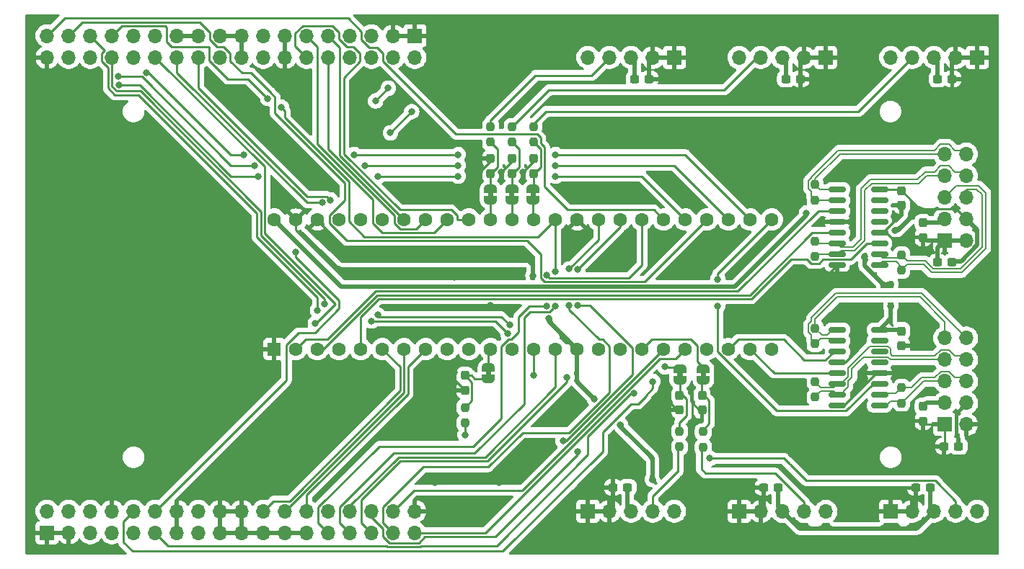
<source format=gbr>
G04 #@! TF.GenerationSoftware,KiCad,Pcbnew,7.0.10-7.0.10~ubuntu22.04.1*
G04 #@! TF.CreationDate,2024-01-06T14:45:44-05:00*
G04 #@! TF.ProjectId,Teensy41_DualMotor,5465656e-7379-4343-915f-4475616c4d6f,1*
G04 #@! TF.SameCoordinates,Original*
G04 #@! TF.FileFunction,Copper,L1,Top*
G04 #@! TF.FilePolarity,Positive*
%FSLAX46Y46*%
G04 Gerber Fmt 4.6, Leading zero omitted, Abs format (unit mm)*
G04 Created by KiCad (PCBNEW 7.0.10-7.0.10~ubuntu22.04.1) date 2024-01-06 14:45:44*
%MOMM*%
%LPD*%
G01*
G04 APERTURE LIST*
G04 Aperture macros list*
%AMRoundRect*
0 Rectangle with rounded corners*
0 $1 Rounding radius*
0 $2 $3 $4 $5 $6 $7 $8 $9 X,Y pos of 4 corners*
0 Add a 4 corners polygon primitive as box body*
4,1,4,$2,$3,$4,$5,$6,$7,$8,$9,$2,$3,0*
0 Add four circle primitives for the rounded corners*
1,1,$1+$1,$2,$3*
1,1,$1+$1,$4,$5*
1,1,$1+$1,$6,$7*
1,1,$1+$1,$8,$9*
0 Add four rect primitives between the rounded corners*
20,1,$1+$1,$2,$3,$4,$5,0*
20,1,$1+$1,$4,$5,$6,$7,0*
20,1,$1+$1,$6,$7,$8,$9,0*
20,1,$1+$1,$8,$9,$2,$3,0*%
%AMFreePoly0*
4,1,19,0.500000,-0.750000,0.000000,-0.750000,0.000000,-0.744911,-0.071157,-0.744911,-0.207708,-0.704816,-0.327430,-0.627875,-0.420627,-0.520320,-0.479746,-0.390866,-0.500000,-0.250000,-0.500000,0.250000,-0.479746,0.390866,-0.420627,0.520320,-0.327430,0.627875,-0.207708,0.704816,-0.071157,0.744911,0.000000,0.744911,0.000000,0.750000,0.500000,0.750000,0.500000,-0.750000,0.500000,-0.750000,
$1*%
%AMFreePoly1*
4,1,19,0.000000,0.744911,0.071157,0.744911,0.207708,0.704816,0.327430,0.627875,0.420627,0.520320,0.479746,0.390866,0.500000,0.250000,0.500000,-0.250000,0.479746,-0.390866,0.420627,-0.520320,0.327430,-0.627875,0.207708,-0.704816,0.071157,-0.744911,0.000000,-0.744911,0.000000,-0.750000,-0.500000,-0.750000,-0.500000,0.750000,0.000000,0.750000,0.000000,0.744911,0.000000,0.744911,
$1*%
G04 Aperture macros list end*
G04 #@! TA.AperFunction,SMDPad,CuDef*
%ADD10FreePoly0,90.000000*%
G04 #@! TD*
G04 #@! TA.AperFunction,SMDPad,CuDef*
%ADD11FreePoly1,90.000000*%
G04 #@! TD*
G04 #@! TA.AperFunction,SMDPad,CuDef*
%ADD12FreePoly0,270.000000*%
G04 #@! TD*
G04 #@! TA.AperFunction,SMDPad,CuDef*
%ADD13FreePoly1,270.000000*%
G04 #@! TD*
G04 #@! TA.AperFunction,SMDPad,CuDef*
%ADD14RoundRect,0.237500X-0.237500X0.250000X-0.237500X-0.250000X0.237500X-0.250000X0.237500X0.250000X0*%
G04 #@! TD*
G04 #@! TA.AperFunction,SMDPad,CuDef*
%ADD15RoundRect,0.237500X0.237500X-0.300000X0.237500X0.300000X-0.237500X0.300000X-0.237500X-0.300000X0*%
G04 #@! TD*
G04 #@! TA.AperFunction,ComponentPad*
%ADD16R,1.700000X1.700000*%
G04 #@! TD*
G04 #@! TA.AperFunction,ComponentPad*
%ADD17O,1.700000X1.700000*%
G04 #@! TD*
G04 #@! TA.AperFunction,SMDPad,CuDef*
%ADD18RoundRect,0.237500X0.237500X-0.250000X0.237500X0.250000X-0.237500X0.250000X-0.237500X-0.250000X0*%
G04 #@! TD*
G04 #@! TA.AperFunction,SMDPad,CuDef*
%ADD19RoundRect,0.150000X-0.825000X-0.150000X0.825000X-0.150000X0.825000X0.150000X-0.825000X0.150000X0*%
G04 #@! TD*
G04 #@! TA.AperFunction,SMDPad,CuDef*
%ADD20RoundRect,0.237500X-0.237500X0.300000X-0.237500X-0.300000X0.237500X-0.300000X0.237500X0.300000X0*%
G04 #@! TD*
G04 #@! TA.AperFunction,SMDPad,CuDef*
%ADD21RoundRect,0.237500X-0.300000X-0.237500X0.300000X-0.237500X0.300000X0.237500X-0.300000X0.237500X0*%
G04 #@! TD*
G04 #@! TA.AperFunction,ComponentPad*
%ADD22R,1.600000X1.600000*%
G04 #@! TD*
G04 #@! TA.AperFunction,ComponentPad*
%ADD23C,1.600000*%
G04 #@! TD*
G04 #@! TA.AperFunction,SMDPad,CuDef*
%ADD24RoundRect,0.237500X0.300000X0.237500X-0.300000X0.237500X-0.300000X-0.237500X0.300000X-0.237500X0*%
G04 #@! TD*
G04 #@! TA.AperFunction,ViaPad*
%ADD25C,0.800000*%
G04 #@! TD*
G04 #@! TA.AperFunction,Conductor*
%ADD26C,0.250000*%
G04 #@! TD*
G04 #@! TA.AperFunction,Conductor*
%ADD27C,0.500000*%
G04 #@! TD*
G04 #@! TA.AperFunction,Conductor*
%ADD28C,0.400000*%
G04 #@! TD*
G04 #@! TA.AperFunction,Conductor*
%ADD29C,0.200000*%
G04 #@! TD*
G04 APERTURE END LIST*
G04 #@! TA.AperFunction,EtchedComponent*
G36*
X80050000Y-125000000D02*
G01*
X79450000Y-125000000D01*
X79450000Y-124500000D01*
X80050000Y-124500000D01*
X80050000Y-125000000D01*
G37*
G04 #@! TD.AperFunction*
G04 #@! TA.AperFunction,EtchedComponent*
G36*
X105300000Y-125150000D02*
G01*
X104700000Y-125150000D01*
X104700000Y-124650000D01*
X105300000Y-124650000D01*
X105300000Y-125150000D01*
G37*
G04 #@! TD.AperFunction*
G04 #@! TA.AperFunction,EtchedComponent*
G36*
X102550000Y-125150000D02*
G01*
X101950000Y-125150000D01*
X101950000Y-124650000D01*
X102550000Y-124650000D01*
X102550000Y-125150000D01*
G37*
G04 #@! TD.AperFunction*
G04 #@! TA.AperFunction,EtchedComponent*
G36*
X85300000Y-104000000D02*
G01*
X84700000Y-104000000D01*
X84700000Y-103500000D01*
X85300000Y-103500000D01*
X85300000Y-104000000D01*
G37*
G04 #@! TD.AperFunction*
G04 #@! TA.AperFunction,EtchedComponent*
G36*
X82800000Y-104000000D02*
G01*
X82200000Y-104000000D01*
X82200000Y-103500000D01*
X82800000Y-103500000D01*
X82800000Y-104000000D01*
G37*
G04 #@! TD.AperFunction*
G04 #@! TA.AperFunction,EtchedComponent*
G36*
X80300000Y-104000000D02*
G01*
X79700000Y-104000000D01*
X79700000Y-103500000D01*
X80300000Y-103500000D01*
X80300000Y-104000000D01*
G37*
G04 #@! TD.AperFunction*
D10*
X79750000Y-125400000D03*
D11*
X79750000Y-124100000D03*
D10*
X105000000Y-125550000D03*
D11*
X105000000Y-124250000D03*
D10*
X102250000Y-125550000D03*
D11*
X102250000Y-124250000D03*
D12*
X85000000Y-103100000D03*
D13*
X85000000Y-104400000D03*
D12*
X82500000Y-103100000D03*
D13*
X82500000Y-104400000D03*
D12*
X80000000Y-103100000D03*
D13*
X80000000Y-104400000D03*
D14*
X82550000Y-95750000D03*
X82550000Y-97575000D03*
X118110000Y-109220000D03*
X118110000Y-111045000D03*
X85090000Y-95750000D03*
X85090000Y-97575000D03*
D15*
X82550000Y-99537500D03*
X82550000Y-101262500D03*
D14*
X128270000Y-110847500D03*
X128270000Y-112672500D03*
X80010000Y-95750000D03*
X80010000Y-97575000D03*
D16*
X127000000Y-140970000D03*
D17*
X129540000Y-140970000D03*
X132080000Y-140970000D03*
X134620000Y-140970000D03*
X137160000Y-140970000D03*
D14*
X128270000Y-126445000D03*
X128270000Y-128270000D03*
D16*
X101600000Y-87630000D03*
D17*
X99060000Y-87630000D03*
X96520000Y-87630000D03*
X93980000Y-87630000D03*
X91440000Y-87630000D03*
D16*
X137160000Y-87630000D03*
D17*
X134620000Y-87630000D03*
X132080000Y-87630000D03*
X129540000Y-87630000D03*
X127000000Y-87630000D03*
D18*
X104970000Y-133462500D03*
X104970000Y-131637500D03*
D19*
X120715000Y-103147500D03*
X120715000Y-104417500D03*
X120715000Y-105687500D03*
X120715000Y-106957500D03*
X120715000Y-108227500D03*
X120715000Y-109497500D03*
X120715000Y-110767500D03*
X120715000Y-112037500D03*
X125665000Y-112037500D03*
X125665000Y-110767500D03*
X125665000Y-109497500D03*
X125665000Y-108227500D03*
X125665000Y-106957500D03*
X125665000Y-105687500D03*
X125665000Y-104417500D03*
X125665000Y-103147500D03*
D15*
X130790000Y-130372500D03*
X130790000Y-128647500D03*
D20*
X77000000Y-125025000D03*
X77000000Y-126750000D03*
D15*
X80010000Y-101262500D03*
X80010000Y-99537500D03*
X128270000Y-103277500D03*
X128270000Y-105002500D03*
D16*
X133330000Y-109160000D03*
D17*
X135870000Y-109160000D03*
X133330000Y-106620000D03*
X135870000Y-106620000D03*
X133330000Y-104080000D03*
X135870000Y-104080000D03*
X133330000Y-101540000D03*
X135870000Y-101540000D03*
X133330000Y-99000000D03*
X135870000Y-99000000D03*
D18*
X77000000Y-130610000D03*
X77000000Y-128785000D03*
X118110000Y-121285000D03*
X118110000Y-119460000D03*
D16*
X133350000Y-130780000D03*
D17*
X135890000Y-130780000D03*
X133350000Y-128240000D03*
X135890000Y-128240000D03*
X133350000Y-125700000D03*
X135890000Y-125700000D03*
X133350000Y-123160000D03*
X135890000Y-123160000D03*
X133350000Y-120620000D03*
X135890000Y-120620000D03*
D18*
X102200000Y-133412500D03*
X102200000Y-131587500D03*
D21*
X133249500Y-133350000D03*
X134974500Y-133350000D03*
D16*
X91440000Y-140970000D03*
D17*
X93980000Y-140970000D03*
X96520000Y-140970000D03*
X99060000Y-140970000D03*
X101600000Y-140970000D03*
D18*
X118110000Y-104417500D03*
X118110000Y-102592500D03*
D21*
X132487500Y-111700000D03*
X134212500Y-111700000D03*
X112067000Y-138176000D03*
X113792000Y-138176000D03*
D19*
X120715000Y-119657500D03*
X120715000Y-120927500D03*
X120715000Y-122197500D03*
X120715000Y-123467500D03*
X120715000Y-124737500D03*
X120715000Y-126007500D03*
X120715000Y-127277500D03*
X120715000Y-128547500D03*
X125665000Y-128547500D03*
X125665000Y-127277500D03*
X125665000Y-126007500D03*
X125665000Y-124737500D03*
X125665000Y-123467500D03*
X125665000Y-122197500D03*
X125665000Y-120927500D03*
X125665000Y-119657500D03*
D15*
X130790000Y-108782500D03*
X130790000Y-107057500D03*
D16*
X109220000Y-140995000D03*
D17*
X111760000Y-140995000D03*
X114300000Y-140995000D03*
X116840000Y-140995000D03*
X119380000Y-140995000D03*
D14*
X118110000Y-125730000D03*
X118110000Y-127555000D03*
D20*
X102200000Y-127337500D03*
X102200000Y-129062500D03*
D21*
X94387500Y-138176000D03*
X96112500Y-138176000D03*
D15*
X128270000Y-121512500D03*
X128270000Y-119787500D03*
X85090000Y-101262500D03*
X85090000Y-99537500D03*
D22*
X54610000Y-121920000D03*
D23*
X57150000Y-121920000D03*
X59690000Y-121920000D03*
X62230000Y-121920000D03*
X64770000Y-121920000D03*
X67310000Y-121920000D03*
X69850000Y-121920000D03*
X72390000Y-121920000D03*
X74930000Y-121920000D03*
X77470000Y-121920000D03*
X80010000Y-121920000D03*
X82550000Y-121920000D03*
X85090000Y-121920000D03*
X87630000Y-121920000D03*
X90170000Y-121920000D03*
X92710000Y-121920000D03*
X95250000Y-121920000D03*
X97790000Y-121920000D03*
X100330000Y-121920000D03*
X102870000Y-121920000D03*
X105410000Y-121920000D03*
X107950000Y-121920000D03*
X110490000Y-121920000D03*
X113030000Y-121920000D03*
X113030000Y-106680000D03*
X110490000Y-106680000D03*
X107950000Y-106680000D03*
X105410000Y-106680000D03*
X102870000Y-106680000D03*
X100330000Y-106680000D03*
X97790000Y-106680000D03*
X95250000Y-106680000D03*
X92710000Y-106680000D03*
X90170000Y-106680000D03*
X87630000Y-106680000D03*
X85090000Y-106680000D03*
X82550000Y-106680000D03*
X80010000Y-106680000D03*
X77470000Y-106680000D03*
X74930000Y-106680000D03*
X72390000Y-106680000D03*
X69850000Y-106680000D03*
X67310000Y-106680000D03*
X64770000Y-106680000D03*
X62230000Y-106680000D03*
X59690000Y-106680000D03*
X57150000Y-106680000D03*
X54610000Y-106680000D03*
D20*
X104840000Y-127337500D03*
X104840000Y-129062500D03*
D21*
X129947500Y-138176000D03*
X131672500Y-138176000D03*
D24*
X116402500Y-90170000D03*
X114677500Y-90170000D03*
X98652500Y-90170000D03*
X96927500Y-90170000D03*
X134212500Y-90170000D03*
X132487500Y-90170000D03*
D16*
X119350000Y-87630000D03*
D17*
X116810000Y-87630000D03*
X114270000Y-87630000D03*
X111730000Y-87630000D03*
X109190000Y-87630000D03*
D16*
X71120000Y-85090000D03*
D17*
X71120000Y-87630000D03*
X68580000Y-85090000D03*
X68580000Y-87630000D03*
X66040000Y-85090000D03*
X66040000Y-87630000D03*
X63500000Y-85090000D03*
X63500000Y-87630000D03*
X60960000Y-85090000D03*
X60960000Y-87630000D03*
X58420000Y-85090000D03*
X58420000Y-87630000D03*
X55880000Y-85090000D03*
X55880000Y-87630000D03*
X53340000Y-85090000D03*
X53340000Y-87630000D03*
X50800000Y-85090000D03*
X50800000Y-87630000D03*
X48260000Y-85090000D03*
X48260000Y-87630000D03*
X45720000Y-85090000D03*
X45720000Y-87630000D03*
X43180000Y-85090000D03*
X43180000Y-87630000D03*
X40640000Y-85090000D03*
X40640000Y-87630000D03*
X38100000Y-85090000D03*
X38100000Y-87630000D03*
X35560000Y-85090000D03*
X35560000Y-87630000D03*
X33020000Y-85090000D03*
X33020000Y-87630000D03*
X30480000Y-85090000D03*
X30480000Y-87630000D03*
X27940000Y-85090000D03*
X27940000Y-87630000D03*
D16*
X27940000Y-143510000D03*
D17*
X27940000Y-140970000D03*
X30480000Y-143510000D03*
X30480000Y-140970000D03*
X33020000Y-143510000D03*
X33020000Y-140970000D03*
X35560000Y-143510000D03*
X35560000Y-140970000D03*
X38100000Y-143510000D03*
X38100000Y-140970000D03*
X40640000Y-143510000D03*
X40640000Y-140970000D03*
X43180000Y-143510000D03*
X43180000Y-140970000D03*
X45720000Y-143510000D03*
X45720000Y-140970000D03*
X48260000Y-143510000D03*
X48260000Y-140970000D03*
X50800000Y-143510000D03*
X50800000Y-140970000D03*
X53340000Y-143510000D03*
X53340000Y-140970000D03*
X55880000Y-143510000D03*
X55880000Y-140970000D03*
X58420000Y-143510000D03*
X58420000Y-140970000D03*
X60960000Y-143510000D03*
X60960000Y-140970000D03*
X63500000Y-143510000D03*
X63500000Y-140970000D03*
X66040000Y-143510000D03*
X66040000Y-140970000D03*
X68580000Y-143510000D03*
X68580000Y-140970000D03*
X71120000Y-143510000D03*
X71120000Y-140970000D03*
D25*
X100840000Y-130270000D03*
X103510000Y-130600000D03*
X136180000Y-113840000D03*
X138480000Y-111430000D03*
X129000000Y-108840000D03*
X78750000Y-119750000D03*
X73750000Y-119750000D03*
X68500000Y-119750000D03*
X94250000Y-90000000D03*
X82750000Y-93750000D03*
X102000000Y-103500000D03*
X97000000Y-103500000D03*
X90250000Y-103500000D03*
X100000000Y-110000000D03*
X95500000Y-110000000D03*
X105000000Y-110000000D03*
X111250000Y-118500000D03*
X114000000Y-126750000D03*
X121500000Y-132750000D03*
X111000000Y-131750000D03*
X28250000Y-137500000D03*
X35500000Y-138250000D03*
X40500000Y-138250000D03*
X45750000Y-138250000D03*
X55250000Y-138250000D03*
X73750000Y-141750000D03*
X78250000Y-141750000D03*
X105250000Y-141000000D03*
X86250000Y-144500000D03*
X103500000Y-144500000D03*
X120750000Y-144500000D03*
X123000000Y-139750000D03*
X138500000Y-144500000D03*
X138500000Y-138250000D03*
X138500000Y-128000000D03*
X138500000Y-118000000D03*
X134000000Y-114250000D03*
X138500000Y-101750000D03*
X138500000Y-94000000D03*
X137500000Y-90250000D03*
X124750000Y-90250000D03*
X118250000Y-90250000D03*
X122250000Y-92750000D03*
X87500000Y-92750000D03*
X77250000Y-94750000D03*
X47250000Y-90500000D03*
X54500000Y-97250000D03*
X58000000Y-94250000D03*
X55250000Y-90250000D03*
X64500000Y-91000000D03*
X65750000Y-97250000D03*
X69750000Y-97500000D03*
X69750000Y-103500000D03*
X72750000Y-103500000D03*
X130000000Y-96750000D03*
X119812500Y-96750000D03*
X109625000Y-96750000D03*
X99437500Y-96750000D03*
X89250000Y-96750000D03*
X129416665Y-84250000D03*
X118783332Y-84250000D03*
X108149999Y-84250000D03*
X97516666Y-84250000D03*
X86883333Y-84250000D03*
X76250000Y-84250000D03*
X49250000Y-129250000D03*
X56750000Y-118000000D03*
X51000000Y-106500000D03*
X40250000Y-96750000D03*
X27500000Y-112000000D03*
X28000000Y-131750000D03*
X50500000Y-112500000D03*
X28250000Y-91000000D03*
X40750000Y-133500000D03*
X44750000Y-133500000D03*
X51000000Y-133500000D03*
X59250000Y-133500000D03*
X73500000Y-137600000D03*
X81000000Y-137600000D03*
X87000000Y-130500000D03*
X89750000Y-127750000D03*
X96750000Y-130000000D03*
X100250000Y-133500000D03*
X106750000Y-130750000D03*
X106750000Y-129250000D03*
X106750000Y-128000000D03*
X106750000Y-126750000D03*
X100500000Y-124000000D03*
X77000000Y-132000000D03*
X105750000Y-134750000D03*
X73750000Y-117000000D03*
X71250000Y-117000000D03*
X68750000Y-117000000D03*
X80000000Y-116750000D03*
X75750000Y-113500000D03*
X70750000Y-94000000D03*
X68000000Y-91250000D03*
X66500000Y-92750000D03*
X68250000Y-96500000D03*
X119380000Y-113030000D03*
X78740000Y-101107500D03*
X128270000Y-124460000D03*
X129947500Y-121512500D03*
X83820000Y-101107500D03*
X75730000Y-124617500D03*
X122197500Y-106957500D03*
X123190000Y-120650000D03*
X100940000Y-126617500D03*
X81274808Y-101107500D03*
X103480000Y-126617500D03*
X95250000Y-130810000D03*
X127000000Y-116840000D03*
X86854874Y-118284712D03*
X92196983Y-127756983D03*
X127000000Y-114300000D03*
X127508000Y-107950000D03*
X123952000Y-110998000D03*
X85000000Y-113284000D03*
X99000000Y-137250000D03*
X89250000Y-116750000D03*
X89250000Y-112500000D03*
X88514701Y-132710701D03*
X90250000Y-134000000D03*
X90262653Y-112512653D03*
X90268585Y-116744520D03*
X85090000Y-125000000D03*
X59690000Y-117348000D03*
X82033112Y-120072793D03*
X89000000Y-125250000D03*
X66028370Y-118618000D03*
X60478142Y-116623500D03*
X66743078Y-117893500D03*
X82228575Y-119092589D03*
X87630000Y-116840000D03*
X53848000Y-92456000D03*
X55429989Y-93472000D03*
X87630000Y-112797420D03*
X86609701Y-116835701D03*
X86614000Y-113246940D03*
X57150000Y-110490000D03*
X96852186Y-127137028D03*
X99060000Y-125730000D03*
X87630000Y-101600000D03*
X66802000Y-101600000D03*
X76200000Y-101600000D03*
X36389440Y-90864560D03*
X52760989Y-101600000D03*
X36292845Y-89869736D03*
X76200000Y-100330000D03*
X52319701Y-100334299D03*
X65278000Y-100330000D03*
X87630000Y-100330000D03*
X87630000Y-99060000D03*
X51049701Y-99064299D03*
X64008000Y-99060000D03*
X39628299Y-89403701D03*
X76200000Y-99060000D03*
X59436000Y-118872000D03*
X60265789Y-104710070D03*
X61214000Y-104394000D03*
X117094000Y-105918000D03*
X106680000Y-116840000D03*
X106680000Y-113696460D03*
D26*
X38100000Y-140970000D02*
X36925489Y-142144511D01*
X81446396Y-145690000D02*
X93160000Y-133976396D01*
X36925489Y-142144511D02*
X36925489Y-144621489D01*
X98240718Y-127329930D02*
X99060000Y-126510648D01*
X36925489Y-144621489D02*
X37994000Y-145690000D01*
X98240718Y-127480908D02*
X98240718Y-127329930D01*
X37994000Y-145690000D02*
X81446396Y-145690000D01*
X93160000Y-133976396D02*
X93160000Y-131712792D01*
X93160000Y-131712792D02*
X96510764Y-128362028D01*
X99060000Y-126510648D02*
X99060000Y-125730000D01*
X96510764Y-128362028D02*
X97359598Y-128362028D01*
X97359598Y-128362028D02*
X98240718Y-127480908D01*
X103730000Y-126867500D02*
X103730000Y-130380000D01*
X103480000Y-126617500D02*
X103730000Y-126867500D01*
X103730000Y-130380000D02*
X103510000Y-130600000D01*
X102250000Y-125400000D02*
X102210000Y-125440000D01*
X102210000Y-127025000D02*
X103009520Y-127824520D01*
X103009520Y-129734464D02*
X102200000Y-130543984D01*
X102210000Y-125440000D02*
X102210000Y-127025000D01*
X103009520Y-127824520D02*
X103009520Y-129734464D01*
X102200000Y-130543984D02*
X102200000Y-131587500D01*
X104840000Y-129062500D02*
X104462500Y-129062500D01*
X104462500Y-129062500D02*
X103480000Y-128080000D01*
X103480000Y-128080000D02*
X103480000Y-126617500D01*
X105000000Y-125400000D02*
X104750000Y-125650000D01*
X104750000Y-127025000D02*
X105680000Y-127955000D01*
X104750000Y-125650000D02*
X104750000Y-127025000D01*
X105680000Y-127955000D02*
X105680000Y-130707500D01*
X105680000Y-130707500D02*
X104800000Y-131587500D01*
D27*
X133330000Y-109160000D02*
X131167500Y-109160000D01*
X131167500Y-109160000D02*
X130790000Y-108782500D01*
D26*
X129057500Y-108782500D02*
X130790000Y-108782500D01*
X129000000Y-108840000D02*
X129057500Y-108782500D01*
X128942500Y-108782500D02*
X129000000Y-108840000D01*
X100330000Y-121920000D02*
X83750000Y-138500000D01*
X83750000Y-138500000D02*
X71050000Y-138500000D01*
X71050000Y-138500000D02*
X68580000Y-140970000D01*
X40640000Y-143510000D02*
X42164000Y-145034000D01*
X91440000Y-132160000D02*
X96462972Y-127137028D01*
X80716000Y-145034000D02*
X91440000Y-134310000D01*
X101745489Y-123044511D02*
X99848687Y-123044511D01*
X71792696Y-145134031D02*
X71892727Y-145034000D01*
X96462972Y-127137028D02*
X96852186Y-127137028D01*
X71892727Y-145034000D02*
X80716000Y-145034000D01*
X91440000Y-134310000D02*
X91440000Y-132160000D01*
X67907304Y-145134031D02*
X71792696Y-145134031D01*
X67807272Y-145034000D02*
X67907304Y-145134031D01*
X42164000Y-145034000D02*
X67807272Y-145034000D01*
X102870000Y-121920000D02*
X101745489Y-123044511D01*
X99848687Y-123044511D02*
X79383198Y-143510000D01*
X79383198Y-143510000D02*
X71120000Y-143510000D01*
X68580000Y-143510000D02*
X67405489Y-142335489D01*
X67405489Y-142335489D02*
X67405489Y-140483501D01*
X67405489Y-140483501D02*
X72138990Y-135750000D01*
X93980000Y-121599009D02*
X93175991Y-120795000D01*
X72138990Y-135750000D02*
X79750000Y-135750000D01*
X93175991Y-120795000D02*
X92795000Y-120795000D01*
X79750000Y-135750000D02*
X83767810Y-131732190D01*
X92795000Y-120795000D02*
X89250000Y-117250000D01*
X83767810Y-131732190D02*
X89246374Y-131732190D01*
X89250000Y-117250000D02*
X89250000Y-116750000D01*
X89246374Y-131732190D02*
X93980000Y-126998564D01*
X93980000Y-126998564D02*
X93980000Y-121599009D01*
X104800000Y-133412500D02*
X104750000Y-133462500D01*
X104750000Y-133462500D02*
X104750000Y-136000000D01*
X104750000Y-136000000D02*
X105250000Y-136500000D01*
X113455576Y-136500000D02*
X116840000Y-139884424D01*
X116840000Y-139884424D02*
X116840000Y-140995000D01*
X105250000Y-136500000D02*
X113455576Y-136500000D01*
X102200000Y-133412500D02*
X102000000Y-133612500D01*
X101940000Y-136310000D02*
X99060000Y-139190000D01*
X102000000Y-133612500D02*
X102000000Y-136310000D01*
X102000000Y-136310000D02*
X101940000Y-136310000D01*
X99060000Y-139190000D02*
X99060000Y-140970000D01*
X102210000Y-128750000D02*
X101550000Y-128750000D01*
X101550000Y-128750000D02*
X100940000Y-128140000D01*
X100940000Y-128140000D02*
X100940000Y-126617500D01*
X67405489Y-143023501D02*
X66040000Y-141658012D01*
X71606499Y-144684511D02*
X68093501Y-144684511D01*
X67405489Y-143996499D02*
X67405489Y-143023501D01*
X68093501Y-144684511D02*
X67405489Y-143996499D01*
X72294511Y-143996499D02*
X71606499Y-144684511D01*
X80548806Y-143996499D02*
X72294511Y-143996499D01*
X90250000Y-134000000D02*
X90250000Y-134295305D01*
X90250000Y-134295305D02*
X80548806Y-143996499D01*
X66040000Y-141658012D02*
X66040000Y-140970000D01*
X105750000Y-134750000D02*
X114430000Y-134750000D01*
X114430000Y-134750000D02*
X115120480Y-135440480D01*
X134620000Y-139791184D02*
X134620000Y-140970000D01*
X117056000Y-137376000D02*
X132212076Y-137376000D01*
X132535000Y-137698924D02*
X132535000Y-137706184D01*
X132212076Y-137376000D02*
X132535000Y-137698924D01*
X132535000Y-137706184D02*
X134620000Y-139791184D01*
X115180000Y-135500000D02*
X117056000Y-137376000D01*
X100600000Y-124100000D02*
X100500000Y-124000000D01*
X102250000Y-124100000D02*
X100600000Y-124100000D01*
X77000000Y-125025000D02*
X77775000Y-125025000D01*
X77775000Y-125025000D02*
X78150000Y-125400000D01*
X78150000Y-125400000D02*
X79750000Y-125400000D01*
X77000000Y-130610000D02*
X77000000Y-132000000D01*
D27*
X95250000Y-130810000D02*
X95250000Y-131000000D01*
X95250000Y-131000000D02*
X99000000Y-134750000D01*
X99000000Y-134750000D02*
X99000000Y-137250000D01*
D26*
X89000000Y-125250000D02*
X89000000Y-125750000D01*
X69400000Y-135070000D02*
X64865489Y-139604511D01*
X64865489Y-142335489D02*
X66040000Y-143510000D01*
X89000000Y-125750000D02*
X79680000Y-135070000D01*
X79680000Y-135070000D02*
X69400000Y-135070000D01*
X64865489Y-139604511D02*
X64865489Y-142335489D01*
X87630000Y-121920000D02*
X87630000Y-126365000D01*
X69214283Y-134620000D02*
X63500000Y-140334283D01*
X87630000Y-126365000D02*
X79375000Y-134620000D01*
X79375000Y-134620000D02*
X69214283Y-134620000D01*
X63500000Y-140334283D02*
X63500000Y-140970000D01*
X63500000Y-143510000D02*
X62325489Y-142335489D01*
X62325489Y-142335489D02*
X62325489Y-140483501D01*
X62325489Y-140483501D02*
X68638510Y-134170480D01*
X68638510Y-134170480D02*
X78144280Y-134170480D01*
X83965489Y-118218511D02*
X84623788Y-117560212D01*
X78144280Y-134170480D02*
X83965489Y-128349271D01*
X83965489Y-128349271D02*
X83965489Y-118218511D01*
X84623788Y-117560212D02*
X86909804Y-117560212D01*
X86909804Y-117560212D02*
X87334212Y-117135804D01*
X87334212Y-117135804D02*
X87334212Y-116840000D01*
X87334212Y-116840000D02*
X87630000Y-116840000D01*
X60960000Y-143510000D02*
X59785489Y-142335489D01*
X59785489Y-142335489D02*
X59785489Y-140483501D01*
X59785489Y-140483501D02*
X66918990Y-133350000D01*
X66918990Y-133350000D02*
X77982171Y-133350000D01*
X77982171Y-133350000D02*
X81259040Y-130073131D01*
X81259040Y-130073131D02*
X81259040Y-121620660D01*
X81259040Y-121620660D02*
X82084211Y-120795489D01*
X82084211Y-120795489D02*
X82404511Y-120795489D01*
X82404511Y-120795489D02*
X83312000Y-119888000D01*
X83312000Y-119888000D02*
X83312000Y-118110000D01*
X83312000Y-118110000D02*
X84586299Y-116835701D01*
X84586299Y-116835701D02*
X86609701Y-116835701D01*
X85090000Y-125000000D02*
X85090000Y-121920000D01*
X79750000Y-124100000D02*
X79750000Y-122180000D01*
X79750000Y-122180000D02*
X80010000Y-121920000D01*
X79375000Y-125025000D02*
X79750000Y-125400000D01*
X97790000Y-121920000D02*
X98915000Y-120795000D01*
X103545000Y-120795000D02*
X104285000Y-121535000D01*
X98915000Y-120795000D02*
X103545000Y-120795000D01*
X104285000Y-123385000D02*
X105000000Y-124100000D01*
X104285000Y-121535000D02*
X104285000Y-123385000D01*
X77000000Y-130805384D02*
X77000000Y-130610000D01*
X95250000Y-107525306D02*
X95250000Y-106680000D01*
X90262653Y-112512653D02*
X95250000Y-107525306D01*
X90268585Y-116744520D02*
X91665511Y-116744520D01*
X91665511Y-116744520D02*
X96665489Y-121744498D01*
X96665489Y-121744498D02*
X96665489Y-124948793D01*
X96665489Y-124948793D02*
X88903581Y-132710701D01*
X88903581Y-132710701D02*
X88514701Y-132710701D01*
X89250000Y-112500000D02*
X92710000Y-109040000D01*
X92710000Y-109040000D02*
X92710000Y-106680000D01*
X128270000Y-103277500D02*
X130371250Y-105378750D01*
X130371250Y-105378750D02*
X130437989Y-105445489D01*
D27*
X127508000Y-107950000D02*
X127800000Y-107950000D01*
X127800000Y-107950000D02*
X130371250Y-105378750D01*
X127000000Y-114300000D02*
X126099816Y-114300000D01*
X126099816Y-114300000D02*
X123952000Y-112152184D01*
X123952000Y-112152184D02*
X123952000Y-110998000D01*
X125665000Y-119657500D02*
X128140000Y-119657500D01*
X128140000Y-119657500D02*
X128270000Y-119787500D01*
X127000000Y-116840000D02*
X127000000Y-118322500D01*
X127000000Y-118322500D02*
X125665000Y-119657500D01*
X114300000Y-140995000D02*
X116305000Y-143000000D01*
X116305000Y-143000000D02*
X130050000Y-143000000D01*
X130050000Y-143000000D02*
X132080000Y-140970000D01*
X90170000Y-121920000D02*
X90170000Y-125730000D01*
X90170000Y-125730000D02*
X92196983Y-127756983D01*
X86854874Y-118284712D02*
X86854874Y-118604874D01*
X86854874Y-118604874D02*
X90170000Y-121920000D01*
D26*
X57150000Y-107900000D02*
X57750000Y-108500000D01*
X57150000Y-106680000D02*
X57150000Y-107900000D01*
D27*
X85000000Y-111750000D02*
X84250000Y-111000000D01*
X85000000Y-113284000D02*
X85000000Y-111750000D01*
D26*
X68250000Y-96500000D02*
X70750000Y-94000000D01*
X66500000Y-92750000D02*
X68000000Y-91250000D01*
X80000000Y-103100000D02*
X80000000Y-101345000D01*
X80000000Y-101345000D02*
X80010000Y-101335000D01*
X80000000Y-104400000D02*
X80000000Y-106670000D01*
X80000000Y-106670000D02*
X80010000Y-106680000D01*
X82500000Y-104400000D02*
X82500000Y-106630000D01*
X82500000Y-106630000D02*
X82550000Y-106680000D01*
X82500000Y-103100000D02*
X82500000Y-101385000D01*
X82500000Y-101385000D02*
X82550000Y-101335000D01*
X85000000Y-104400000D02*
X85000000Y-106590000D01*
X85000000Y-106590000D02*
X85090000Y-106680000D01*
X85090000Y-101335000D02*
X85090000Y-103010000D01*
X85090000Y-103010000D02*
X85000000Y-103100000D01*
X93980000Y-87630000D02*
X91860000Y-89750000D01*
X91860000Y-89750000D02*
X85250000Y-89750000D01*
X80010000Y-94990000D02*
X80010000Y-95750000D01*
X85250000Y-89750000D02*
X80010000Y-94990000D01*
X111730000Y-87164470D02*
X107454470Y-91440000D01*
X86860000Y-91440000D02*
X82550000Y-95750000D01*
X107454470Y-91440000D02*
X86860000Y-91440000D01*
X129540000Y-87630000D02*
X123190000Y-93980000D01*
X85090000Y-95410000D02*
X85090000Y-95750000D01*
X123190000Y-93980000D02*
X86520000Y-93980000D01*
X86520000Y-93980000D02*
X85090000Y-95410000D01*
X27940000Y-85090000D02*
X30013551Y-83016449D01*
X30013551Y-83016449D02*
X63278437Y-83016449D01*
X63278437Y-83016449D02*
X64865489Y-84603501D01*
X64865489Y-84603501D02*
X64865489Y-85576499D01*
X64865489Y-85576499D02*
X65744479Y-86455489D01*
X67405489Y-87143501D02*
X67405489Y-88116499D01*
X65744479Y-86455489D02*
X66717477Y-86455489D01*
X66717477Y-86455489D02*
X67405489Y-87143501D01*
X67405489Y-88116499D02*
X75951490Y-96662500D01*
X75951490Y-96662500D02*
X78348990Y-96662500D01*
X78348990Y-96662500D02*
X85459816Y-96662500D01*
X85459816Y-96662500D02*
X85889520Y-97092204D01*
X85889520Y-97092204D02*
X85889520Y-97738803D01*
X85889520Y-97738803D02*
X86339040Y-98188323D01*
X89045489Y-105555489D02*
X99205489Y-105555489D01*
X86339040Y-98188323D02*
X86339040Y-102849040D01*
X99205489Y-105555489D02*
X100330000Y-106680000D01*
X86339040Y-102849040D02*
X89045489Y-105555489D01*
X80809520Y-98374520D02*
X80010000Y-97575000D01*
X80809520Y-100535480D02*
X80809520Y-98374520D01*
X80010000Y-101335000D02*
X80809520Y-100535480D01*
D27*
X132487500Y-110002500D02*
X133330000Y-109160000D01*
X98652500Y-88037500D02*
X99060000Y-87630000D01*
D26*
X126041072Y-108227500D02*
X128270000Y-105998572D01*
X133350000Y-133249500D02*
X133350000Y-130780000D01*
D27*
X134212500Y-88037500D02*
X134620000Y-87630000D01*
X134212500Y-90170000D02*
X134212500Y-88037500D01*
X129947500Y-138760000D02*
X129947500Y-140562500D01*
D26*
X121642500Y-123467500D02*
X120715000Y-123467500D01*
X82550000Y-99610000D02*
X82550000Y-99832308D01*
D27*
X132487500Y-111700000D02*
X132487500Y-110002500D01*
X112197500Y-140557500D02*
X111760000Y-140995000D01*
D26*
X133249500Y-133350000D02*
X133350000Y-133249500D01*
D27*
X112037500Y-138760000D02*
X112037500Y-140717500D01*
X98652500Y-90170000D02*
X98652500Y-88037500D01*
D26*
X128270000Y-105998572D02*
X128270000Y-105002500D01*
D27*
X112037500Y-140717500D02*
X111760000Y-140995000D01*
D26*
X125665000Y-108227500D02*
X126041072Y-108227500D01*
X75730000Y-125480000D02*
X75730000Y-124617500D01*
X120715000Y-112037500D02*
X119722500Y-113030000D01*
X121478928Y-128547500D02*
X120715000Y-128547500D01*
X80010000Y-99610000D02*
X80010000Y-99837500D01*
X82550000Y-99832308D02*
X81274808Y-101107500D01*
D27*
X129947500Y-140562500D02*
X129540000Y-140970000D01*
D26*
X125665000Y-124737500D02*
X125288928Y-124737500D01*
X85090000Y-99610000D02*
X85090000Y-99837500D01*
X131197500Y-130780000D02*
X130790000Y-130372500D01*
X126492000Y-108204000D02*
X127070500Y-108782500D01*
D27*
X116402500Y-90170000D02*
X116402500Y-88037500D01*
D26*
X133350000Y-130780000D02*
X131197500Y-130780000D01*
X80010000Y-99837500D02*
X78740000Y-101107500D01*
D27*
X120715000Y-106957500D02*
X122197500Y-106957500D01*
D26*
X123190000Y-121920000D02*
X121642500Y-123467500D01*
D27*
X116402500Y-88037500D02*
X116810000Y-87630000D01*
D26*
X127070500Y-108782500D02*
X128942500Y-108782500D01*
X123190000Y-120650000D02*
X123190000Y-121920000D01*
X127992500Y-124737500D02*
X128270000Y-124460000D01*
X85090000Y-99837500D02*
X83820000Y-101107500D01*
X125665000Y-124737500D02*
X127992500Y-124737500D01*
D27*
X133330000Y-109160000D02*
X135870000Y-109160000D01*
D26*
X77000000Y-126750000D02*
X75730000Y-125480000D01*
D27*
X94387500Y-138760000D02*
X94387500Y-140562500D01*
D26*
X125288928Y-124737500D02*
X121478928Y-128547500D01*
X128270000Y-121512500D02*
X129947500Y-121512500D01*
X119722500Y-113030000D02*
X119380000Y-113030000D01*
D27*
X94387500Y-140562500D02*
X93980000Y-140970000D01*
D26*
X82550000Y-101335000D02*
X83349520Y-100535480D01*
X83349520Y-100535480D02*
X83349520Y-98374520D01*
X83349520Y-98374520D02*
X82550000Y-97575000D01*
X85889520Y-100535480D02*
X85889520Y-98374520D01*
X85090000Y-101335000D02*
X85889520Y-100535480D01*
X85889520Y-98374520D02*
X85090000Y-97575000D01*
X77000000Y-125025000D02*
X77799520Y-125824520D01*
X77799520Y-127985480D02*
X77000000Y-128785000D01*
X77799520Y-125824520D02*
X77799520Y-127985480D01*
D27*
X96112500Y-138760000D02*
X96112500Y-140562500D01*
D28*
X134649511Y-132109511D02*
X134649511Y-131318000D01*
D27*
X132487500Y-88037500D02*
X132080000Y-87630000D01*
D26*
X134695489Y-105445489D02*
X135870000Y-106620000D01*
D27*
X132487500Y-90170000D02*
X132487500Y-88037500D01*
X135289052Y-111578735D02*
X137169511Y-109698276D01*
X96112500Y-140562500D02*
X96520000Y-140970000D01*
X131672500Y-140562500D02*
X132080000Y-140970000D01*
D26*
X127277500Y-103147500D02*
X125665000Y-103147500D01*
X130774511Y-105445489D02*
X134695489Y-105445489D01*
D28*
X134649511Y-132109511D02*
X134974500Y-132434500D01*
D27*
X134212500Y-111578735D02*
X135289052Y-111578735D01*
D28*
X134640489Y-129489511D02*
X135890000Y-128240000D01*
D27*
X114677500Y-90170000D02*
X114677500Y-88037500D01*
D28*
X134640489Y-131308978D02*
X134640489Y-129489511D01*
D27*
X137169511Y-109698276D02*
X137169511Y-107919511D01*
D28*
X134974500Y-132434500D02*
X134974500Y-133350000D01*
D27*
X137169511Y-107919511D02*
X135870000Y-106620000D01*
X113762500Y-140457500D02*
X114300000Y-140995000D01*
X131672500Y-138760000D02*
X131672500Y-140562500D01*
X114677500Y-88037500D02*
X114270000Y-87630000D01*
X96927500Y-90170000D02*
X96927500Y-88037500D01*
X134212500Y-111700000D02*
X134212500Y-111578735D01*
D26*
X128140000Y-103147500D02*
X127277500Y-103147500D01*
X128270000Y-103277500D02*
X128140000Y-103147500D01*
D27*
X96927500Y-88037500D02*
X96520000Y-87630000D01*
D28*
X134649511Y-131318000D02*
X134640489Y-131308978D01*
D27*
X113762500Y-138760000D02*
X113762500Y-140457500D01*
D26*
X130437989Y-105445489D02*
X130774511Y-105445489D01*
X52586449Y-108721883D02*
X52586449Y-105927885D01*
X82033112Y-120072793D02*
X80578319Y-118618000D01*
X34385489Y-87143501D02*
X34729495Y-86799495D01*
X59690000Y-117348000D02*
X59690000Y-115825436D01*
X59690000Y-115825436D02*
X52586449Y-108721883D01*
X35903139Y-92038591D02*
X35110480Y-91245931D01*
X35110480Y-91245931D02*
X35110480Y-88841490D01*
X80578319Y-118618000D02*
X66028370Y-118618000D01*
X52586449Y-105927885D02*
X38697155Y-92038591D01*
X34385489Y-88116499D02*
X34385489Y-87143501D01*
X38697155Y-92038591D02*
X35903139Y-92038591D01*
X34729495Y-86799495D02*
X33020000Y-85090000D01*
X35110480Y-88841490D02*
X34385489Y-88116499D01*
X60478142Y-116623500D02*
X60478142Y-115977860D01*
X38883353Y-91589071D02*
X36089337Y-91589071D01*
X81245986Y-118110000D02*
X66959578Y-118110000D01*
X60478142Y-115977860D02*
X53035969Y-108535686D01*
X35560000Y-91059734D02*
X35560000Y-87630000D01*
X82228575Y-119092589D02*
X81245986Y-118110000D01*
X53035969Y-108535686D02*
X53035969Y-105741687D01*
X36089337Y-91589071D02*
X35560000Y-91059734D01*
X66959578Y-118110000D02*
X66743078Y-117893500D01*
X53035969Y-105741687D02*
X38883353Y-91589071D01*
X87630000Y-112797420D02*
X87630000Y-106680000D01*
X49138990Y-90170000D02*
X46990000Y-88021010D01*
X65203251Y-108703551D02*
X85606449Y-108703551D01*
X46990000Y-88021010D02*
X46990000Y-86360000D01*
X53848000Y-92456000D02*
X51562000Y-90170000D01*
X51562000Y-90170000D02*
X49138990Y-90170000D01*
X85606449Y-108703551D02*
X87630000Y-106680000D01*
X55880000Y-93922011D02*
X55880000Y-94704991D01*
X36734511Y-83915489D02*
X35560000Y-85090000D01*
X41821858Y-83915489D02*
X36734511Y-83915489D01*
X63354511Y-106854811D02*
X65203251Y-108703551D01*
X63354511Y-102179502D02*
X63354511Y-106854811D01*
X42005489Y-84099120D02*
X41821858Y-83915489D01*
X55880000Y-94704991D02*
X63354511Y-102179502D01*
X42545718Y-86360000D02*
X42005489Y-85819771D01*
X55429989Y-93472000D02*
X55880000Y-93922011D01*
X42005489Y-85819771D02*
X42005489Y-84099120D01*
X46990000Y-86360000D02*
X42545718Y-86360000D01*
X96282080Y-113521920D02*
X97790000Y-112014000D01*
X86614000Y-113246940D02*
X86888980Y-113521920D01*
X86888980Y-113521920D02*
X96282080Y-113521920D01*
X97790000Y-112014000D02*
X97790000Y-106680000D01*
X70299520Y-127186197D02*
X70299520Y-124010480D01*
X70299520Y-124010480D02*
X72390000Y-121920000D01*
X58420000Y-140970000D02*
X58420000Y-139065718D01*
X58420000Y-139065718D02*
X70299520Y-127186197D01*
X69850000Y-127000000D02*
X69850000Y-121920000D01*
X55880000Y-140970000D02*
X69850000Y-127000000D01*
X69400480Y-126813802D02*
X56418793Y-139795489D01*
X69400480Y-124010480D02*
X69400480Y-126813802D01*
X56418793Y-139795489D02*
X54514511Y-139795489D01*
X54514511Y-139795489D02*
X53340000Y-140970000D01*
X67310000Y-121920000D02*
X69400480Y-124010480D01*
X57150000Y-110490000D02*
X57150000Y-111125000D01*
X59372500Y-120015000D02*
X57464700Y-120015000D01*
X56025489Y-125584511D02*
X40640000Y-140970000D01*
X56025489Y-121454211D02*
X56025489Y-125584511D01*
X57464700Y-120015000D02*
X56025489Y-121454211D01*
X62230000Y-117157500D02*
X59372500Y-120015000D01*
X62230000Y-116205000D02*
X62230000Y-117157500D01*
X57150000Y-111125000D02*
X62230000Y-116205000D01*
X102870000Y-106680000D02*
X97790000Y-101600000D01*
X38794560Y-90864560D02*
X49530000Y-101600000D01*
X49530000Y-101600000D02*
X52760989Y-101600000D01*
X36389440Y-90864560D02*
X38794560Y-90864560D01*
X76200000Y-101600000D02*
X66802000Y-101600000D01*
X97790000Y-101600000D02*
X87630000Y-101600000D01*
X61105489Y-107145789D02*
X63112771Y-109153071D01*
X84261071Y-109153071D02*
X85889489Y-110781489D01*
X85889489Y-113547043D02*
X86313886Y-113971440D01*
X32104031Y-83465969D02*
X45852468Y-83465969D01*
X62904991Y-102365700D02*
X62904991Y-104414709D01*
X54139489Y-91731489D02*
X54148103Y-91731489D01*
X54705489Y-94166198D02*
X62904991Y-102365700D01*
X47085489Y-84698990D02*
X47085489Y-85576499D01*
X50837489Y-89445489D02*
X51853489Y-89445489D01*
X85889489Y-110781489D02*
X85889489Y-113547043D01*
X62904991Y-104414709D02*
X61105489Y-106214211D01*
X49434511Y-88042511D02*
X50837489Y-89445489D01*
X47085489Y-85576499D02*
X47868990Y-86360000D01*
X47868990Y-86360000D02*
X48651010Y-86360000D01*
X45852468Y-83465969D02*
X47085489Y-84698990D01*
X54148103Y-91731489D02*
X54705489Y-92288875D01*
X54705489Y-92288875D02*
X54705489Y-94166198D01*
X51853489Y-89445489D02*
X54139489Y-91731489D01*
X63112771Y-109153071D02*
X84261071Y-109153071D01*
X49434511Y-87143501D02*
X49434511Y-88042511D01*
X30480000Y-85090000D02*
X32104031Y-83465969D01*
X61105489Y-106214211D02*
X61105489Y-107145789D01*
X86313886Y-113971440D02*
X98118560Y-113971440D01*
X98118560Y-113971440D02*
X105410000Y-106680000D01*
X48651010Y-86360000D02*
X49434511Y-87143501D01*
X49534299Y-100334299D02*
X52319701Y-100334299D01*
X107950000Y-106680000D02*
X101600000Y-100330000D01*
X76200000Y-100330000D02*
X65278000Y-100330000D01*
X39069736Y-89869736D02*
X49534299Y-100334299D01*
X101600000Y-100330000D02*
X87630000Y-100330000D01*
X36292845Y-89869736D02*
X39069736Y-89869736D01*
X49534299Y-99064299D02*
X51049701Y-99064299D01*
X39873701Y-89403701D02*
X49534299Y-99064299D01*
X39628299Y-89403701D02*
X39873701Y-89403701D01*
X76200000Y-99060000D02*
X64008000Y-99060000D01*
X102870000Y-99060000D02*
X87630000Y-99060000D01*
X110490000Y-106680000D02*
X102870000Y-99060000D01*
X53485489Y-108349489D02*
X53485489Y-100475489D01*
X61740750Y-116604750D02*
X53485489Y-108349489D01*
X53485489Y-100475489D02*
X40640000Y-87630000D01*
X59473500Y-118872000D02*
X61740750Y-116604750D01*
X59436000Y-118872000D02*
X59473500Y-118872000D01*
X43180000Y-89408000D02*
X43180000Y-87630000D01*
X60265789Y-104710070D02*
X58482070Y-104710070D01*
X58482070Y-104710070D02*
X43180000Y-89408000D01*
X45720000Y-91186000D02*
X58519559Y-103985559D01*
X45720000Y-87630000D02*
X45720000Y-91186000D01*
X60805559Y-103985559D02*
X61214000Y-104394000D01*
X58519559Y-103985559D02*
X60805559Y-103985559D01*
X62775009Y-90016001D02*
X62775009Y-98969291D01*
X62230000Y-85481010D02*
X63108990Y-86360000D01*
X64674511Y-88116499D02*
X62775009Y-90016001D01*
X61446499Y-83915489D02*
X62230000Y-84698990D01*
X75395789Y-105555489D02*
X76054511Y-106214211D01*
X69361207Y-105555489D02*
X75395789Y-105555489D01*
X76054511Y-106214211D02*
X76054511Y-106680000D01*
X57054511Y-86264511D02*
X57054511Y-84794479D01*
X64674511Y-87143501D02*
X64674511Y-88116499D01*
X57054511Y-84794479D02*
X57933501Y-83915489D01*
X76054511Y-106680000D02*
X77470000Y-106680000D01*
X57933501Y-83915489D02*
X61446499Y-83915489D01*
X62775009Y-98969291D02*
X69361207Y-105555489D01*
X62230000Y-84698990D02*
X62230000Y-85481010D01*
X63108990Y-86360000D02*
X63891010Y-86360000D01*
X63891010Y-86360000D02*
X64674511Y-87143501D01*
X58420000Y-87630000D02*
X57054511Y-86264511D01*
X58420000Y-85090000D02*
X59690000Y-86360000D01*
X59690000Y-97814439D02*
X66185489Y-104309928D01*
X66185489Y-107145789D02*
X67293731Y-108254031D01*
X66185489Y-104309928D02*
X66185489Y-107145789D01*
X73355969Y-108254031D02*
X74930000Y-106680000D01*
X59690000Y-86360000D02*
X59690000Y-97814439D01*
X67293731Y-108254031D02*
X73355969Y-108254031D01*
X68725489Y-106214211D02*
X68725489Y-107145789D01*
X68725489Y-107145789D02*
X69384211Y-107804511D01*
X69384211Y-107804511D02*
X71265489Y-107804511D01*
X60960000Y-87630000D02*
X60960000Y-98448722D01*
X71265489Y-107804511D02*
X72390000Y-106680000D01*
X60960000Y-98448722D02*
X68725489Y-106214211D01*
X62325489Y-99155489D02*
X69850000Y-106680000D01*
X62325489Y-86455489D02*
X62325489Y-99155489D01*
X60960000Y-85090000D02*
X62325489Y-86455489D01*
D29*
X135420000Y-98550000D02*
X135870000Y-99000000D01*
X117335480Y-103064940D02*
X117335480Y-102120060D01*
X118110000Y-104417500D02*
X117660000Y-103967500D01*
X120822300Y-98550000D02*
X132154345Y-98550000D01*
X134505655Y-98550000D02*
X135420000Y-98550000D01*
X120715000Y-104417500D02*
X118110000Y-104417500D01*
X117335480Y-102120060D02*
X117660000Y-101795540D01*
X132154345Y-98550000D02*
X132853856Y-97850489D01*
X132853856Y-97850489D02*
X133806144Y-97850489D01*
X117660000Y-101712300D02*
X120822300Y-98550000D01*
X117660000Y-101795540D02*
X117660000Y-101712300D01*
X133806144Y-97850489D02*
X134505655Y-98550000D01*
X117660000Y-103967500D02*
X117660000Y-103389460D01*
X117660000Y-103389460D02*
X117335480Y-103064940D01*
X118110000Y-102592500D02*
X118110000Y-101898700D01*
X118665000Y-103147500D02*
X118110000Y-102592500D01*
X120715000Y-103147500D02*
X118665000Y-103147500D01*
X121008700Y-99000000D02*
X133330000Y-99000000D01*
X118110000Y-101898700D02*
X121008700Y-99000000D01*
X130101311Y-101990489D02*
X131001800Y-101090000D01*
X134505655Y-101090000D02*
X135420000Y-101090000D01*
X132154345Y-101090000D02*
X132853856Y-100390489D01*
X122535755Y-109907499D02*
X123490969Y-108952285D01*
X120715000Y-109497500D02*
X121124999Y-109907499D01*
X124574910Y-101990489D02*
X130101311Y-101990489D01*
X131001800Y-101090000D02*
X132154345Y-101090000D01*
X121124999Y-109907499D02*
X122535755Y-109907499D01*
X133806144Y-100390489D02*
X134505655Y-101090000D01*
X123490969Y-103074430D02*
X124574910Y-101990489D01*
X118387500Y-109497500D02*
X120715000Y-109497500D01*
X118110000Y-109220000D02*
X118387500Y-109497500D01*
X123490969Y-108952285D02*
X123490969Y-103074430D01*
X132853856Y-100390489D02*
X133806144Y-100390489D01*
X118387500Y-110767500D02*
X120715000Y-110767500D01*
X121124999Y-110357501D02*
X122722137Y-110357501D01*
X130287720Y-102440480D02*
X131188200Y-101540000D01*
X124761303Y-102440480D02*
X130287720Y-102440480D01*
X131188200Y-101540000D02*
X133330000Y-101540000D01*
X123940960Y-109138678D02*
X123940960Y-103260823D01*
X123940960Y-103260823D02*
X124761303Y-102440480D01*
X122722137Y-110357501D02*
X123940960Y-109138678D01*
X118110000Y-111045000D02*
X118387500Y-110767500D01*
X120715000Y-110767500D02*
X121124999Y-110357501D01*
X131965060Y-112474520D02*
X131025539Y-111534999D01*
X135170405Y-112474520D02*
X131965060Y-112474520D01*
X135870000Y-104080000D02*
X135870000Y-103110420D01*
X125665000Y-110767500D02*
X126074999Y-111177499D01*
X137719031Y-103747231D02*
X137719031Y-109925894D01*
X137082220Y-103110420D02*
X137719031Y-103747231D01*
X137719031Y-109925894D02*
X135170405Y-112474520D01*
X128957499Y-111534999D02*
X128270000Y-110847500D01*
X135870000Y-103110420D02*
X137082220Y-103110420D01*
X126074999Y-111177499D02*
X127806699Y-111177499D01*
X131025539Y-111534999D02*
X128957499Y-111534999D01*
X126074999Y-111627501D02*
X125665000Y-112037500D01*
X128270000Y-112672500D02*
X128957499Y-111985001D01*
X138169022Y-103560822D02*
X137319100Y-102710900D01*
X134699100Y-102710900D02*
X133330000Y-104080000D01*
X138169022Y-110112287D02*
X138169022Y-103560822D01*
X130839158Y-111985001D02*
X131778668Y-112924511D01*
X137319100Y-102710900D02*
X134699100Y-102710900D01*
X128957499Y-111985001D02*
X130839158Y-111985001D01*
X128270000Y-112672500D02*
X128270000Y-112277200D01*
X135356798Y-112924511D02*
X138169022Y-110112287D01*
X128270000Y-112277200D02*
X127620301Y-111627501D01*
X131778668Y-112924511D02*
X135356798Y-112924511D01*
X127620301Y-111627501D02*
X126074999Y-111627501D01*
D27*
X131197500Y-128240000D02*
X130790000Y-128647500D01*
X117094000Y-106172000D02*
X108720040Y-114545960D01*
X132892500Y-107057500D02*
X133330000Y-106620000D01*
X117094000Y-105918000D02*
X117094000Y-106172000D01*
X108720040Y-114545960D02*
X62475960Y-114545960D01*
X130790000Y-107057500D02*
X132892500Y-107057500D01*
X133350000Y-128240000D02*
X131197500Y-128240000D01*
X62475960Y-114545960D02*
X54610000Y-106680000D01*
D29*
X135890000Y-120620000D02*
X130615000Y-115345000D01*
X117335480Y-118987560D02*
X117335480Y-119932440D01*
X118745000Y-120650000D02*
X120437500Y-120650000D01*
X117660000Y-118241800D02*
X117660000Y-118672980D01*
X120437500Y-120650000D02*
X120715000Y-120927500D01*
X117650060Y-118672980D02*
X117335480Y-118987560D01*
X117660000Y-120256960D02*
X117660000Y-120835000D01*
X120556800Y-115345000D02*
X117660000Y-118241800D01*
X118110000Y-121285000D02*
X118745000Y-120650000D01*
X130615000Y-115345000D02*
X120556800Y-115345000D01*
X117660000Y-118672980D02*
X117650060Y-118672980D01*
X117335480Y-119932440D02*
X117660000Y-120256960D01*
X117660000Y-120835000D02*
X118110000Y-121285000D01*
X118110000Y-119460000D02*
X118900481Y-120250480D01*
X118110000Y-118428200D02*
X118110000Y-119460000D01*
X120081397Y-119657500D02*
X120715000Y-119657500D01*
X120743200Y-115795000D02*
X118110000Y-118428200D01*
X130428603Y-115795000D02*
X120743200Y-115795000D01*
X133350000Y-120620000D02*
X133350000Y-118716397D01*
X118900481Y-120250480D02*
X119488417Y-120250480D01*
X133350000Y-118716397D02*
X130428603Y-115795000D01*
X119488417Y-120250480D02*
X120081397Y-119657500D01*
X118797499Y-126417499D02*
X118110000Y-125730000D01*
X132174345Y-122710000D02*
X132873856Y-122010489D01*
X121127094Y-126007500D02*
X121989520Y-125145074D01*
X120305001Y-126417499D02*
X118797499Y-126417499D01*
X120715000Y-126007500D02*
X120305001Y-126417499D01*
X134525655Y-122710000D02*
X135440000Y-122710000D01*
X126939520Y-121861303D02*
X126939520Y-122494919D01*
X127154601Y-122710000D02*
X132174345Y-122710000D01*
X126939520Y-122494919D02*
X127154601Y-122710000D01*
X132873856Y-122010489D02*
X133826144Y-122010489D01*
X124529572Y-121597980D02*
X126676197Y-121597980D01*
X120715000Y-126007500D02*
X121127094Y-126007500D01*
X133826144Y-122010489D02*
X134525655Y-122710000D01*
X126676197Y-121597980D02*
X126939520Y-121861303D01*
X135440000Y-122710000D02*
X135890000Y-123160000D01*
X121989520Y-125145074D02*
X121989520Y-124138032D01*
X121989520Y-124138032D02*
X124529572Y-121597980D01*
X126939520Y-123131303D02*
X126939520Y-123160000D01*
X121989520Y-126343697D02*
X121989520Y-125710080D01*
X126676197Y-122867980D02*
X126939520Y-123131303D01*
X121989520Y-125710080D02*
X122439511Y-125260089D01*
X123538200Y-123154358D02*
X123824578Y-122867980D01*
X126939520Y-123160000D02*
X133350000Y-123160000D01*
X122439511Y-125260089D02*
X122439511Y-124258689D01*
X123538200Y-123160000D02*
X123538200Y-123154358D01*
X121505717Y-127277500D02*
X121505717Y-126827500D01*
X118797499Y-126867501D02*
X118110000Y-127555000D01*
X123824578Y-122867980D02*
X126676197Y-122867980D01*
X122439511Y-124258689D02*
X123538200Y-123160000D01*
X120715000Y-127277500D02*
X120305001Y-126867501D01*
X121505717Y-126827500D02*
X121989520Y-126343697D01*
X120715000Y-127277500D02*
X121505717Y-127277500D01*
X120305001Y-126867501D02*
X118797499Y-126867501D01*
X132174345Y-125250000D02*
X132873856Y-124550489D01*
X132873856Y-124550489D02*
X133826144Y-124550489D01*
X129458603Y-126445000D02*
X130653603Y-125250000D01*
X135440000Y-125250000D02*
X135890000Y-125700000D01*
X127582501Y-127132499D02*
X128270000Y-126445000D01*
X130653603Y-125250000D02*
X132174345Y-125250000D01*
X126443604Y-127132499D02*
X127582501Y-127132499D01*
X133826144Y-124550489D02*
X134525655Y-125250000D01*
X125665000Y-127277500D02*
X126298603Y-127277500D01*
X134525655Y-125250000D02*
X135440000Y-125250000D01*
X126298603Y-127277500D02*
X126443604Y-127132499D01*
X128270000Y-126445000D02*
X129458603Y-126445000D01*
X128270000Y-128270000D02*
X130840000Y-125700000D01*
X130840000Y-125700000D02*
X133350000Y-125700000D01*
X128016000Y-128016000D02*
X128270000Y-128270000D01*
X126468500Y-128547500D02*
X127000000Y-128016000D01*
X125665000Y-128547500D02*
X126468500Y-128547500D01*
X127000000Y-128016000D02*
X128016000Y-128016000D01*
D26*
X60813075Y-120795489D02*
X58274511Y-120795489D01*
X58274511Y-120795489D02*
X57150000Y-121920000D01*
X109033801Y-115120480D02*
X66488084Y-115120480D01*
X66488084Y-115120480D02*
X60813075Y-120795489D01*
X120715000Y-105687500D02*
X118466781Y-105687500D01*
X118466781Y-105687500D02*
X109033801Y-115120480D01*
X66674282Y-115570000D02*
X60324282Y-121920000D01*
X117777968Y-108227500D02*
X110435468Y-115570000D01*
X110435468Y-115570000D02*
X66674282Y-115570000D01*
X60324282Y-121920000D02*
X59690000Y-121920000D01*
X120715000Y-108227500D02*
X117777968Y-108227500D01*
X64770000Y-118110000D02*
X64770000Y-121920000D01*
X66860480Y-116019520D02*
X64770000Y-118110000D01*
X124182500Y-109497500D02*
X122287980Y-111392020D01*
X117143686Y-111361002D02*
X115280184Y-111361002D01*
X119045296Y-111392020D02*
X118580296Y-111857020D01*
X118580296Y-111857020D02*
X117639704Y-111857020D01*
X117639704Y-111857020D02*
X117143686Y-111361002D01*
X125665000Y-109497500D02*
X124182500Y-109497500D01*
X122287980Y-111392020D02*
X119045296Y-111392020D01*
X115280184Y-111361002D02*
X110621666Y-116019520D01*
X110621666Y-116019520D02*
X66860480Y-116019520D01*
X109074511Y-120795489D02*
X114445489Y-120795489D01*
X120161908Y-122374520D02*
X119380000Y-123156428D01*
X119380000Y-123190000D02*
X116840000Y-123190000D01*
X114445489Y-120795489D02*
X116840000Y-123190000D01*
X120537980Y-122374520D02*
X120161908Y-122374520D01*
X109074511Y-120795489D02*
X107950000Y-121920000D01*
X119380000Y-123156428D02*
X119380000Y-123190000D01*
X120715000Y-122197500D02*
X120537980Y-122374520D01*
X113307500Y-124737500D02*
X110490000Y-121920000D01*
X120715000Y-124737500D02*
X113307500Y-124737500D01*
X106680000Y-113696460D02*
X106680000Y-113030000D01*
X106680000Y-122240300D02*
X113611720Y-129172020D01*
X121736552Y-129172020D02*
X124901072Y-126007500D01*
X106680000Y-116840000D02*
X106680000Y-122240300D01*
X113611720Y-129172020D02*
X121736552Y-129172020D01*
X106680000Y-113030000D02*
X113030000Y-106680000D01*
G04 #@! TA.AperFunction,Conductor*
G36*
X130893524Y-141645212D02*
G01*
X130915782Y-141670898D01*
X131004676Y-141806961D01*
X131157094Y-141972531D01*
X131157110Y-141972546D01*
X131194556Y-142001691D01*
X131236028Y-142059316D01*
X131239762Y-142130214D01*
X131206262Y-142190218D01*
X130232292Y-143164188D01*
X130227063Y-143169494D01*
X130224657Y-143171970D01*
X130219431Y-143177427D01*
X130217444Y-143179534D01*
X130191969Y-143200286D01*
X130189532Y-143201789D01*
X130183287Y-143205704D01*
X130180097Y-143207736D01*
X130173947Y-143211719D01*
X130171498Y-143213329D01*
X130141978Y-143227619D01*
X130139326Y-143228498D01*
X130132051Y-143230967D01*
X130128777Y-143232106D01*
X130121837Y-143234574D01*
X130119061Y-143235585D01*
X130086969Y-143242700D01*
X130084193Y-143242943D01*
X130084170Y-143242945D01*
X130084092Y-143242952D01*
X130076753Y-143243648D01*
X130076709Y-143243652D01*
X130076693Y-143243654D01*
X130073253Y-143244004D01*
X130065757Y-143244824D01*
X130060130Y-143245482D01*
X130053760Y-143246062D01*
X130044150Y-143246692D01*
X130026774Y-143246630D01*
X130023044Y-143246358D01*
X130010696Y-143245909D01*
X129985706Y-143245000D01*
X116317864Y-143245000D01*
X116310460Y-143245053D01*
X116308543Y-143245080D01*
X116306829Y-143245105D01*
X116299299Y-143245269D01*
X116296449Y-143245352D01*
X116263759Y-143242012D01*
X116260875Y-143241328D01*
X116253864Y-143239719D01*
X116251642Y-143239226D01*
X116250397Y-143238950D01*
X116244805Y-143237752D01*
X116242919Y-143237348D01*
X116240103Y-143236767D01*
X116209037Y-143225968D01*
X116206568Y-143224728D01*
X116199900Y-143221438D01*
X116196692Y-143219884D01*
X116189896Y-143216653D01*
X116187235Y-143215412D01*
X116159531Y-143197762D01*
X116157397Y-143195972D01*
X116157345Y-143195928D01*
X116151592Y-143191172D01*
X116148798Y-143188896D01*
X116142983Y-143184229D01*
X116138585Y-143180751D01*
X116133670Y-143176656D01*
X116126427Y-143170304D01*
X116114169Y-143157956D01*
X116111713Y-143155114D01*
X116111702Y-143155103D01*
X116111695Y-143155094D01*
X116086301Y-143127784D01*
X115638939Y-142680422D01*
X115173734Y-142215217D01*
X115139711Y-142152907D01*
X115144775Y-142082092D01*
X115185441Y-142026691D01*
X115222903Y-141997533D01*
X115375327Y-141831955D01*
X115464217Y-141695899D01*
X115518220Y-141649810D01*
X115588568Y-141640235D01*
X115652925Y-141670212D01*
X115675183Y-141695898D01*
X115764279Y-141832270D01*
X115847377Y-141922537D01*
X115893747Y-141972908D01*
X115916762Y-141997908D01*
X115971331Y-142040381D01*
X116094424Y-142136189D01*
X116292426Y-142243342D01*
X116292427Y-142243342D01*
X116292428Y-142243343D01*
X116357107Y-142265547D01*
X116505365Y-142316444D01*
X116727431Y-142353500D01*
X116727435Y-142353500D01*
X116952564Y-142353500D01*
X116952569Y-142353500D01*
X117105962Y-142327903D01*
X117176443Y-142336420D01*
X117231133Y-142381692D01*
X117232696Y-142384064D01*
X117310600Y-142505284D01*
X117310601Y-142505286D01*
X117356350Y-142558082D01*
X117356352Y-142558083D01*
X117356354Y-142558086D01*
X117466809Y-142653797D01*
X117545886Y-142689911D01*
X117599754Y-142714513D01*
X117599756Y-142714513D01*
X117599757Y-142714514D01*
X117666796Y-142734199D01*
X117666800Y-142734200D01*
X117811470Y-142755000D01*
X117811474Y-142755000D01*
X118408517Y-142755000D01*
X118408530Y-142755000D01*
X118458623Y-142752551D01*
X118474674Y-142750977D01*
X118482701Y-142750191D01*
X118501668Y-142747391D01*
X118532315Y-142742867D01*
X118670192Y-142694371D01*
X118732133Y-142662044D01*
X118850757Y-142576674D01*
X118940530Y-142461337D01*
X118975162Y-142400654D01*
X118975168Y-142400643D01*
X118975173Y-142400629D01*
X118976253Y-142398322D01*
X118976725Y-142397786D01*
X118977029Y-142397230D01*
X118977155Y-142397299D01*
X119023229Y-142345089D01*
X119091528Y-142325704D01*
X119111118Y-142327416D01*
X119267431Y-142353500D01*
X119267436Y-142353500D01*
X119492564Y-142353500D01*
X119492569Y-142353500D01*
X119645962Y-142327903D01*
X119716443Y-142336420D01*
X119771133Y-142381692D01*
X119772696Y-142384064D01*
X119850600Y-142505284D01*
X119850601Y-142505286D01*
X119896350Y-142558082D01*
X119896352Y-142558083D01*
X119896354Y-142558086D01*
X120006809Y-142653797D01*
X120085886Y-142689911D01*
X120139754Y-142714513D01*
X120139756Y-142714513D01*
X120139757Y-142714514D01*
X120206796Y-142734199D01*
X120206800Y-142734200D01*
X120351470Y-142755000D01*
X120351474Y-142755000D01*
X125595612Y-142755000D01*
X125595622Y-142755000D01*
X125686824Y-142746836D01*
X125730170Y-142739013D01*
X125818468Y-142714782D01*
X125946740Y-142644723D01*
X126002669Y-142602846D01*
X126002670Y-142602845D01*
X126106008Y-142499485D01*
X126163524Y-142394125D01*
X126213721Y-142343919D01*
X126274118Y-142328500D01*
X127721094Y-142328500D01*
X127789215Y-142348502D01*
X127827092Y-142386379D01*
X127903508Y-142505284D01*
X127903509Y-142505286D01*
X127949258Y-142558082D01*
X127949260Y-142558083D01*
X127949262Y-142558086D01*
X128059717Y-142653797D01*
X128138794Y-142689911D01*
X128192662Y-142714513D01*
X128192664Y-142714513D01*
X128192665Y-142714514D01*
X128259704Y-142734199D01*
X128259708Y-142734200D01*
X128404378Y-142755000D01*
X128404382Y-142755000D01*
X128608947Y-142755000D01*
X128608961Y-142755000D01*
X128671942Y-142751123D01*
X128702132Y-142747392D01*
X128764169Y-142735818D01*
X128899422Y-142680422D01*
X128959652Y-142645008D01*
X128959654Y-142645006D01*
X128959657Y-142645003D01*
X128963963Y-142641672D01*
X128965116Y-142640639D01*
X129073821Y-142553748D01*
X129157652Y-142434022D01*
X129186034Y-142377877D01*
X129234615Y-142326109D01*
X129303475Y-142308823D01*
X129319206Y-142310440D01*
X129427431Y-142328500D01*
X129427435Y-142328500D01*
X129652565Y-142328500D01*
X129652569Y-142328500D01*
X129874635Y-142291444D01*
X130087574Y-142218342D01*
X130285576Y-142111189D01*
X130463240Y-141972906D01*
X130615722Y-141807268D01*
X130704816Y-141670898D01*
X130758819Y-141624810D01*
X130829167Y-141615235D01*
X130893524Y-141645212D01*
G37*
G04 #@! TD.AperFunction*
G04 #@! TA.AperFunction,Conductor*
G36*
X113988121Y-137942002D02*
G01*
X114034614Y-137995658D01*
X114046000Y-138048000D01*
X114046000Y-138867799D01*
X114040896Y-138903297D01*
X114028304Y-138946179D01*
X114028301Y-138946190D01*
X114028301Y-138946192D01*
X114028300Y-138946196D01*
X114007738Y-139089217D01*
X114007500Y-139090869D01*
X114007500Y-139549573D01*
X114008254Y-139561031D01*
X113992768Y-139630318D01*
X113942282Y-139680234D01*
X113923439Y-139688478D01*
X113752627Y-139747118D01*
X113752622Y-139747120D01*
X113703468Y-139773721D01*
X113634038Y-139788551D01*
X113567611Y-139763490D01*
X113525279Y-139706494D01*
X113517500Y-139662907D01*
X113517500Y-139231691D01*
X113537502Y-139163570D01*
X113538000Y-139162952D01*
X113538000Y-138048000D01*
X113558002Y-137979879D01*
X113611658Y-137933386D01*
X113664000Y-137922000D01*
X113920000Y-137922000D01*
X113988121Y-137942002D01*
G37*
G04 #@! TD.AperFunction*
G04 #@! TA.AperFunction,Conductor*
G36*
X96308621Y-137942002D02*
G01*
X96355114Y-137995658D01*
X96366500Y-138048000D01*
X96366500Y-138989754D01*
X96365218Y-139007685D01*
X96357500Y-139061368D01*
X96357500Y-139513622D01*
X96337498Y-139581743D01*
X96283842Y-139628236D01*
X96252240Y-139637903D01*
X96185498Y-139649040D01*
X96185487Y-139649043D01*
X96034412Y-139700907D01*
X95963487Y-139704107D01*
X95902092Y-139668455D01*
X95869718Y-139605269D01*
X95867500Y-139581734D01*
X95867500Y-139089216D01*
X95859589Y-139029433D01*
X95858500Y-139012904D01*
X95858500Y-138048000D01*
X95878502Y-137979879D01*
X95932158Y-137933386D01*
X95984500Y-137922000D01*
X96240500Y-137922000D01*
X96308621Y-137942002D01*
G37*
G04 #@! TD.AperFunction*
G04 #@! TA.AperFunction,Conductor*
G36*
X131868621Y-138029502D02*
G01*
X131915114Y-138083158D01*
X131926500Y-138135500D01*
X131926500Y-138989754D01*
X131925218Y-139007685D01*
X131917500Y-139061368D01*
X131917500Y-139513622D01*
X131897498Y-139581743D01*
X131843842Y-139628236D01*
X131812240Y-139637903D01*
X131745498Y-139649040D01*
X131745487Y-139649043D01*
X131594412Y-139700907D01*
X131523487Y-139704107D01*
X131462092Y-139668455D01*
X131429718Y-139605269D01*
X131427500Y-139581734D01*
X131427500Y-139089216D01*
X131419589Y-139029433D01*
X131418500Y-139012904D01*
X131418500Y-138135500D01*
X131438502Y-138067379D01*
X131492158Y-138020886D01*
X131544500Y-138009500D01*
X131800500Y-138009500D01*
X131868621Y-138029502D01*
G37*
G04 #@! TD.AperFunction*
G04 #@! TA.AperFunction,Conductor*
G36*
X95430911Y-130441949D02*
G01*
X95480513Y-130475693D01*
X95562461Y-130566707D01*
X95577941Y-130588013D01*
X95606217Y-130636988D01*
X95616931Y-130661052D01*
X95634403Y-130714825D01*
X95639879Y-130740588D01*
X95651849Y-130854465D01*
X95651851Y-130854485D01*
X95651852Y-130854488D01*
X95655552Y-130882334D01*
X95655554Y-130882345D01*
X95657706Y-130895723D01*
X95662923Y-130923322D01*
X95681280Y-130972539D01*
X95714000Y-131060265D01*
X95747484Y-131121586D01*
X95835077Y-131238595D01*
X99164087Y-134567605D01*
X99164139Y-134567656D01*
X99169445Y-134572886D01*
X99169466Y-134572906D01*
X99171999Y-134575368D01*
X99177405Y-134580544D01*
X99179521Y-134582540D01*
X99200292Y-134608038D01*
X99201781Y-134610451D01*
X99205698Y-134616701D01*
X99207553Y-134619614D01*
X99207602Y-134619691D01*
X99211678Y-134625990D01*
X99213302Y-134628459D01*
X99227632Y-134658056D01*
X99228522Y-134660743D01*
X99230967Y-134667944D01*
X99232108Y-134671227D01*
X99234544Y-134678074D01*
X99235591Y-134680953D01*
X99242698Y-134713007D01*
X99242938Y-134715749D01*
X99243662Y-134723392D01*
X99244018Y-134726876D01*
X99244832Y-134734301D01*
X99245483Y-134739878D01*
X99246063Y-134746251D01*
X99246692Y-134755852D01*
X99246631Y-134773217D01*
X99246358Y-134776968D01*
X99245000Y-134814303D01*
X99245000Y-136713545D01*
X99262493Y-136846427D01*
X99262494Y-136846434D01*
X99279103Y-136908424D01*
X99279104Y-136908425D01*
X99330405Y-137032279D01*
X99330411Y-137032290D01*
X99356216Y-137076987D01*
X99366929Y-137101048D01*
X99384403Y-137154826D01*
X99389880Y-137180591D01*
X99393769Y-137217591D01*
X99426391Y-137351366D01*
X99426393Y-137351373D01*
X99426395Y-137351377D01*
X99450441Y-137412705D01*
X99517426Y-137532988D01*
X99580171Y-137595735D01*
X99614195Y-137658048D01*
X99609129Y-137728863D01*
X99580169Y-137773924D01*
X99519714Y-137834379D01*
X99457402Y-137868405D01*
X99386587Y-137863340D01*
X99338605Y-137831361D01*
X99295228Y-137784993D01*
X99295227Y-137784992D01*
X99169362Y-137710718D01*
X99169358Y-137710716D01*
X99169353Y-137710713D01*
X99104738Y-137684129D01*
X99104715Y-137684120D01*
X99104703Y-137684115D01*
X99104681Y-137684106D01*
X99103766Y-137683875D01*
X99062522Y-137673458D01*
X99045710Y-137663539D01*
X98890219Y-137630488D01*
X98865169Y-137622349D01*
X98813512Y-137599350D01*
X98790700Y-137586180D01*
X98780148Y-137578514D01*
X98744948Y-137552939D01*
X98725375Y-137535315D01*
X98687540Y-137493295D01*
X98672057Y-137471985D01*
X98643782Y-137423011D01*
X98633070Y-137398953D01*
X98615593Y-137345168D01*
X98610120Y-137319415D01*
X98604208Y-137263165D01*
X98604208Y-137236828D01*
X98608867Y-137192500D01*
X98610119Y-137180584D01*
X98615593Y-137154834D01*
X98633071Y-137101041D01*
X98643778Y-137076992D01*
X98669594Y-137032279D01*
X98720892Y-136908434D01*
X98737504Y-136846436D01*
X98755000Y-136713535D01*
X98755000Y-135115543D01*
X98755000Y-135115530D01*
X98752058Y-135060668D01*
X98752057Y-135060648D01*
X98749223Y-135034290D01*
X98743590Y-134999529D01*
X98740432Y-134980035D01*
X98730375Y-134953072D01*
X98689354Y-134843090D01*
X98655869Y-134781767D01*
X98568280Y-134664763D01*
X98568278Y-134664761D01*
X98568276Y-134664758D01*
X95109088Y-131205570D01*
X95079488Y-131178208D01*
X95079485Y-131178205D01*
X95079477Y-131178198D01*
X95064681Y-131165561D01*
X95033017Y-131140599D01*
X94994948Y-131112940D01*
X94975374Y-131095314D01*
X94937733Y-131053510D01*
X94937732Y-131053509D01*
X94920494Y-131038463D01*
X94882325Y-130978600D01*
X94882580Y-130907604D01*
X94914251Y-130854443D01*
X95297786Y-130470908D01*
X95360096Y-130436884D01*
X95430911Y-130441949D01*
G37*
G04 #@! TD.AperFunction*
G04 #@! TA.AperFunction,Conductor*
G36*
X134873440Y-131691388D02*
G01*
X134905753Y-131716635D01*
X134943779Y-131757942D01*
X134966762Y-131782908D01*
X135010597Y-131817026D01*
X135077892Y-131869404D01*
X135119362Y-131927028D01*
X135126500Y-131968835D01*
X135126500Y-132160248D01*
X135128295Y-132177159D01*
X135137936Y-132268021D01*
X135148858Y-132318901D01*
X135148859Y-132318905D01*
X135155209Y-132338252D01*
X135158273Y-132349246D01*
X135161652Y-132363907D01*
X135163951Y-132377008D01*
X135165042Y-132385988D01*
X135167137Y-132401321D01*
X135168262Y-132408719D01*
X135170832Y-132424047D01*
X135177423Y-132460015D01*
X135179208Y-132474360D01*
X135181670Y-132511373D01*
X135193622Y-132572443D01*
X135193624Y-132572449D01*
X135193625Y-132572453D01*
X135195029Y-132576689D01*
X135222100Y-132658350D01*
X135228500Y-132697997D01*
X135228500Y-133478000D01*
X135208498Y-133546121D01*
X135154842Y-133592614D01*
X135102500Y-133604000D01*
X134846500Y-133604000D01*
X134778379Y-133583998D01*
X134731886Y-133530342D01*
X134720500Y-133478000D01*
X134720500Y-132367000D01*
X134624820Y-132367000D01*
X134605142Y-132369010D01*
X134535342Y-132356033D01*
X134483637Y-132307380D01*
X134466370Y-132240895D01*
X134466778Y-132222341D01*
X134461292Y-132177159D01*
X134458173Y-132161592D01*
X134464401Y-132090871D01*
X134506208Y-132035970D01*
X134563261Y-131993261D01*
X134650889Y-131876204D01*
X134694999Y-131757939D01*
X134737545Y-131701107D01*
X134804066Y-131676296D01*
X134873440Y-131691388D01*
G37*
G04 #@! TD.AperFunction*
G04 #@! TA.AperFunction,Conductor*
G36*
X134703524Y-128915212D02*
G01*
X134725782Y-128940898D01*
X134814674Y-129076958D01*
X134967097Y-129242534D01*
X135144698Y-129380767D01*
X135144704Y-129380771D01*
X135178207Y-129398902D01*
X135228597Y-129448915D01*
X135243949Y-129518232D01*
X135219388Y-129584845D01*
X135178207Y-129620528D01*
X135144430Y-129638807D01*
X135144424Y-129638811D01*
X134966762Y-129777091D01*
X134905754Y-129843363D01*
X134844901Y-129879933D01*
X134773936Y-129877798D01*
X134715391Y-129837636D01*
X134694999Y-129802057D01*
X134650889Y-129683797D01*
X134650887Y-129683792D01*
X134563261Y-129566738D01*
X134446207Y-129479112D01*
X134446203Y-129479110D01*
X134331192Y-129436213D01*
X134274356Y-129393667D01*
X134249546Y-129327146D01*
X134264638Y-129257772D01*
X134282525Y-129232820D01*
X134425714Y-129077277D01*
X134425724Y-129077265D01*
X134506913Y-128952995D01*
X134514816Y-128940898D01*
X134568819Y-128894810D01*
X134639167Y-128885235D01*
X134703524Y-128915212D01*
G37*
G04 #@! TD.AperFunction*
G04 #@! TA.AperFunction,Conductor*
G36*
X90347623Y-123237534D02*
G01*
X90398615Y-123286934D01*
X90415000Y-123349066D01*
X90415000Y-125364469D01*
X90417941Y-125419331D01*
X90417944Y-125419363D01*
X90420774Y-125445689D01*
X90420774Y-125445691D01*
X90429567Y-125499964D01*
X90480646Y-125636911D01*
X90514133Y-125698236D01*
X90601715Y-125815232D01*
X90601723Y-125815241D01*
X91990951Y-127204468D01*
X91990952Y-127204468D01*
X91991051Y-127204567D01*
X91992775Y-127206283D01*
X92063040Y-127258364D01*
X92110185Y-127293310D01*
X92110188Y-127293312D01*
X92110194Y-127293316D01*
X92170353Y-127325796D01*
X92171450Y-127326406D01*
X92171675Y-127326510D01*
X92171682Y-127326514D01*
X92308866Y-127376939D01*
X92313180Y-127378183D01*
X92313075Y-127378545D01*
X92331803Y-127384627D01*
X92383472Y-127407632D01*
X92406278Y-127420799D01*
X92434958Y-127441636D01*
X92478311Y-127497855D01*
X92484388Y-127568591D01*
X92451257Y-127631383D01*
X92449992Y-127632666D01*
X92072153Y-128010505D01*
X92009841Y-128044531D01*
X91939026Y-128039466D01*
X91889428Y-128005727D01*
X91884526Y-128000282D01*
X91869043Y-127978974D01*
X91840763Y-127929992D01*
X91830052Y-127905932D01*
X91795813Y-127800556D01*
X91795810Y-127800551D01*
X91795809Y-127800546D01*
X91745275Y-127690934D01*
X91715021Y-127641565D01*
X91657491Y-127568591D01*
X91640295Y-127546778D01*
X91640290Y-127546773D01*
X91640286Y-127546768D01*
X90005889Y-125912371D01*
X90000748Y-125907302D01*
X90000697Y-125907252D01*
X89998147Y-125904773D01*
X89992594Y-125899454D01*
X89943934Y-125853546D01*
X89943935Y-125853546D01*
X89943930Y-125853542D01*
X89863251Y-125792389D01*
X89821046Y-125735299D01*
X89816405Y-125664454D01*
X89830245Y-125628973D01*
X89834525Y-125621559D01*
X89834527Y-125621556D01*
X89893542Y-125439928D01*
X89913504Y-125250000D01*
X89893542Y-125060072D01*
X89834527Y-124878444D01*
X89778690Y-124781732D01*
X89761953Y-124712739D01*
X89785173Y-124645647D01*
X89792578Y-124636231D01*
X89823797Y-124600204D01*
X89884514Y-124467256D01*
X89904199Y-124400217D01*
X89904200Y-124400213D01*
X89925000Y-124255543D01*
X89925000Y-123349066D01*
X89945002Y-123280945D01*
X89998658Y-123234452D01*
X90061982Y-123223545D01*
X90170000Y-123232995D01*
X90278018Y-123223545D01*
X90347623Y-123237534D01*
G37*
G04 #@! TD.AperFunction*
G04 #@! TA.AperFunction,Conductor*
G36*
X87211876Y-118201172D02*
G01*
X87247144Y-118262790D01*
X87249894Y-118305203D01*
X87248562Y-118317887D01*
X87247013Y-118379888D01*
X87246518Y-118399681D01*
X87248672Y-118438984D01*
X87259637Y-118520033D01*
X87310716Y-118656981D01*
X87344200Y-118718302D01*
X87431793Y-118835311D01*
X89544549Y-120948067D01*
X89544559Y-120948076D01*
X89544570Y-120948087D01*
X89603208Y-120998492D01*
X89612599Y-121005407D01*
X89626977Y-121017767D01*
X90002375Y-121393165D01*
X89881542Y-121445651D01*
X89764261Y-121541066D01*
X89677072Y-121664585D01*
X89645162Y-121754371D01*
X89082900Y-121192109D01*
X89032912Y-121263501D01*
X89032911Y-121263503D01*
X89014470Y-121303050D01*
X88967553Y-121356335D01*
X88899276Y-121375795D01*
X88831316Y-121355253D01*
X88786081Y-121303049D01*
X88785740Y-121302318D01*
X88767523Y-121263251D01*
X88636198Y-121075700D01*
X88474300Y-120913802D01*
X88474296Y-120913799D01*
X88474291Y-120913795D01*
X88286749Y-120782477D01*
X88286747Y-120782476D01*
X88246943Y-120763915D01*
X88189136Y-120736959D01*
X88135852Y-120690043D01*
X88116391Y-120621766D01*
X88119266Y-120595986D01*
X88124106Y-120573738D01*
X88129090Y-120504046D01*
X88118663Y-120358264D01*
X88067586Y-120221322D01*
X88034101Y-120159999D01*
X87946512Y-120042995D01*
X87946510Y-120042993D01*
X87946508Y-120042990D01*
X86690785Y-118787267D01*
X86689204Y-118785709D01*
X86685429Y-118781988D01*
X86685059Y-118781628D01*
X86682824Y-118779456D01*
X86677479Y-118774340D01*
X86675346Y-118772327D01*
X86654578Y-118746831D01*
X86653077Y-118744397D01*
X86649140Y-118738118D01*
X86648484Y-118737089D01*
X86647203Y-118735078D01*
X86643140Y-118728802D01*
X86640604Y-118724946D01*
X86630992Y-118707457D01*
X86586656Y-118609038D01*
X86586653Y-118609033D01*
X86586651Y-118609028D01*
X86563392Y-118569013D01*
X86562755Y-118567917D01*
X86562742Y-118567895D01*
X86559553Y-118562407D01*
X86559519Y-118562352D01*
X86538099Y-118525500D01*
X86536623Y-118523482D01*
X86498656Y-118457723D01*
X86487943Y-118433663D01*
X86470468Y-118379881D01*
X86464994Y-118354125D01*
X86462761Y-118332879D01*
X86475534Y-118263042D01*
X86524037Y-118211196D01*
X86588071Y-118193712D01*
X86825951Y-118193712D01*
X86841792Y-118195461D01*
X86841820Y-118195168D01*
X86849706Y-118195912D01*
X86849713Y-118195914D01*
X86917790Y-118193774D01*
X86921749Y-118193712D01*
X86949655Y-118193712D01*
X86949660Y-118193712D01*
X86953671Y-118193204D01*
X86965503Y-118192273D01*
X87009693Y-118190885D01*
X87029151Y-118185231D01*
X87048498Y-118181225D01*
X87068601Y-118178686D01*
X87078196Y-118174886D01*
X87148895Y-118168403D01*
X87211876Y-118201172D01*
G37*
G04 #@! TD.AperFunction*
G04 #@! TA.AperFunction,Conductor*
G36*
X127293488Y-116423502D02*
G01*
X127339981Y-116477158D01*
X127351316Y-116525902D01*
X127352824Y-116578694D01*
X127352844Y-116580131D01*
X127352874Y-116580486D01*
X127377797Y-116724494D01*
X127377799Y-116724499D01*
X127384404Y-116744827D01*
X127389880Y-116770589D01*
X127395791Y-116826827D01*
X127395791Y-116853169D01*
X127389880Y-116909407D01*
X127384403Y-116935173D01*
X127366930Y-116988948D01*
X127356218Y-117013009D01*
X127330409Y-117057712D01*
X127330406Y-117057719D01*
X127279111Y-117181553D01*
X127262495Y-117243565D01*
X127245000Y-117376458D01*
X127245000Y-117376463D01*
X127245000Y-118309620D01*
X127245053Y-118317024D01*
X127245105Y-118320609D01*
X127245267Y-118328099D01*
X127245353Y-118331054D01*
X127242016Y-118363715D01*
X127241322Y-118366644D01*
X127239640Y-118373983D01*
X127238915Y-118377254D01*
X127237352Y-118384562D01*
X127219616Y-118470460D01*
X127218517Y-118475299D01*
X127215673Y-118486767D01*
X127213615Y-118497342D01*
X127203880Y-118535275D01*
X127196319Y-118604729D01*
X127201339Y-118750798D01*
X127247308Y-118889539D01*
X127278495Y-118952056D01*
X127278500Y-118952063D01*
X127342218Y-119044100D01*
X127364548Y-119111494D01*
X127354026Y-119163151D01*
X127354556Y-119163327D01*
X127353089Y-119167752D01*
X127352824Y-119169056D01*
X127352248Y-119170290D01*
X127332403Y-119230180D01*
X127291989Y-119288552D01*
X127226433Y-119315807D01*
X127156548Y-119303294D01*
X127104522Y-119254984D01*
X127100718Y-119247543D01*
X127014051Y-119100998D01*
X127014050Y-119100996D01*
X126896503Y-118983449D01*
X126896501Y-118983448D01*
X126753401Y-118898818D01*
X126593748Y-118852434D01*
X126593750Y-118852434D01*
X126556456Y-118849500D01*
X126430707Y-118849500D01*
X126362586Y-118829498D01*
X126316093Y-118775842D01*
X126305989Y-118705568D01*
X126335483Y-118640988D01*
X126341598Y-118634418D01*
X126568280Y-118407737D01*
X126605017Y-118366839D01*
X126621651Y-118346197D01*
X126653797Y-118301618D01*
X126714514Y-118168670D01*
X126734199Y-118101631D01*
X126734200Y-118101627D01*
X126755000Y-117956957D01*
X126755000Y-117376463D01*
X126737503Y-117243558D01*
X126720890Y-117181558D01*
X126669590Y-117057711D01*
X126643781Y-117013009D01*
X126633069Y-116988952D01*
X126615594Y-116935169D01*
X126610120Y-116909414D01*
X126604208Y-116853165D01*
X126604208Y-116826828D01*
X126604208Y-116826827D01*
X126610119Y-116770587D01*
X126615596Y-116744822D01*
X126622201Y-116724499D01*
X126633988Y-116682128D01*
X126638795Y-116661457D01*
X126646915Y-116618221D01*
X126646914Y-116529499D01*
X126666915Y-116461380D01*
X126720570Y-116414887D01*
X126772914Y-116403500D01*
X127225367Y-116403500D01*
X127293488Y-116423502D01*
G37*
G04 #@! TD.AperFunction*
G04 #@! TA.AperFunction,Conductor*
G36*
X124587556Y-112799886D02*
G01*
X124736169Y-112843062D01*
X124773488Y-112845999D01*
X124773489Y-112846000D01*
X124773498Y-112846000D01*
X125259057Y-112846000D01*
X125327178Y-112866002D01*
X125373671Y-112919658D01*
X125384736Y-112963011D01*
X125394927Y-113105508D01*
X125394928Y-113105510D01*
X125446005Y-113242454D01*
X125479489Y-113303775D01*
X125567082Y-113420784D01*
X126011495Y-113865197D01*
X126011508Y-113865209D01*
X126063928Y-113910963D01*
X126090627Y-113931251D01*
X126148777Y-113969512D01*
X126284972Y-114022547D01*
X126353025Y-114038376D01*
X126436232Y-114045528D01*
X126498635Y-114050892D01*
X126498635Y-114050891D01*
X126498638Y-114050892D01*
X126641886Y-114021876D01*
X126707118Y-113998606D01*
X126707713Y-113998397D01*
X126707740Y-113998385D01*
X126707739Y-113998385D01*
X126707749Y-113998382D01*
X126711897Y-113996192D01*
X126719431Y-113992533D01*
X126752101Y-113977987D01*
X126752102Y-113977988D01*
X126865166Y-113927649D01*
X126890216Y-113919509D01*
X126945531Y-113907752D01*
X126971726Y-113905000D01*
X127028274Y-113905000D01*
X127054468Y-113907752D01*
X127108418Y-113919220D01*
X127196814Y-113926636D01*
X127263025Y-113952263D01*
X127303255Y-114005364D01*
X127342290Y-114102866D01*
X127356217Y-114126990D01*
X127366929Y-114151049D01*
X127384403Y-114204826D01*
X127389880Y-114230595D01*
X127395790Y-114286830D01*
X127395790Y-114313169D01*
X127389879Y-114369410D01*
X127384404Y-114395171D01*
X127377796Y-114415508D01*
X127366011Y-114457871D01*
X127361204Y-114478543D01*
X127353085Y-114521778D01*
X127353086Y-114610499D01*
X127333085Y-114678620D01*
X127279430Y-114725113D01*
X127227086Y-114736500D01*
X125923075Y-114736500D01*
X125854954Y-114716498D01*
X125808461Y-114662842D01*
X125797396Y-114619489D01*
X125790407Y-114521779D01*
X125787204Y-114476989D01*
X125736127Y-114340047D01*
X125721450Y-114313169D01*
X125702642Y-114278724D01*
X125615049Y-114161715D01*
X124463313Y-113009979D01*
X124429287Y-112947667D01*
X124434352Y-112876852D01*
X124476899Y-112820016D01*
X124543419Y-112795205D01*
X124587556Y-112799886D01*
G37*
G04 #@! TD.AperFunction*
G04 #@! TA.AperFunction,Conductor*
G36*
X85219084Y-111006988D02*
G01*
X85253110Y-111069300D01*
X85255989Y-111096083D01*
X85255989Y-113463189D01*
X85254240Y-113479031D01*
X85254533Y-113479059D01*
X85253787Y-113486950D01*
X85255927Y-113555027D01*
X85255989Y-113558986D01*
X85255989Y-113586894D01*
X85255990Y-113586912D01*
X85256496Y-113590920D01*
X85257426Y-113602739D01*
X85259065Y-113654853D01*
X85256290Y-113654940D01*
X85248894Y-113712164D01*
X85203170Y-113766477D01*
X85135341Y-113787447D01*
X85133546Y-113787460D01*
X84796390Y-113787460D01*
X84728269Y-113767458D01*
X84681776Y-113713802D01*
X84670441Y-113665058D01*
X84668933Y-113612265D01*
X84668912Y-113610828D01*
X84668882Y-113610473D01*
X84643959Y-113466465D01*
X84643958Y-113466460D01*
X84642895Y-113463189D01*
X84615593Y-113379165D01*
X84610118Y-113353403D01*
X84604902Y-113303776D01*
X84604208Y-113297168D01*
X84604208Y-113270830D01*
X84610119Y-113214584D01*
X84615593Y-113188834D01*
X84633071Y-113135041D01*
X84643778Y-113110992D01*
X84669594Y-113066279D01*
X84720892Y-112942434D01*
X84737504Y-112880436D01*
X84755000Y-112747535D01*
X84755000Y-112387500D01*
X84743264Y-112278343D01*
X84732058Y-112226832D01*
X84697390Y-112122673D01*
X84618371Y-111999718D01*
X84618370Y-111999717D01*
X84618369Y-111999715D01*
X84618368Y-111999713D01*
X84572619Y-111946917D01*
X84479260Y-111866020D01*
X84462161Y-111851203D01*
X84329215Y-111790486D01*
X84262179Y-111770802D01*
X84262175Y-111770801D01*
X84262172Y-111770800D01*
X84262170Y-111770800D01*
X84117500Y-111750000D01*
X85000000Y-111750000D01*
X85000000Y-110787904D01*
X85219084Y-111006988D01*
G37*
G04 #@! TD.AperFunction*
G04 #@! TA.AperFunction,Conductor*
G36*
X124099533Y-110580538D02*
G01*
X124156368Y-110623085D01*
X124181179Y-110689605D01*
X124181500Y-110698594D01*
X124181500Y-110984011D01*
X124184437Y-111021328D01*
X124184437Y-111021329D01*
X124230856Y-111181105D01*
X124315543Y-111324302D01*
X124316298Y-111325275D01*
X124316652Y-111326176D01*
X124319582Y-111331131D01*
X124318782Y-111331603D01*
X124342244Y-111391361D01*
X124328342Y-111460983D01*
X124316298Y-111479725D01*
X124315543Y-111480697D01*
X124230856Y-111623894D01*
X124184437Y-111783670D01*
X124184437Y-111783671D01*
X124181500Y-111820988D01*
X124181500Y-112254011D01*
X124184437Y-112291328D01*
X124184438Y-112291332D01*
X124227612Y-112439939D01*
X124227409Y-112510935D01*
X124188855Y-112570551D01*
X124124190Y-112599859D01*
X124053945Y-112589554D01*
X124017520Y-112564186D01*
X123787911Y-112334577D01*
X123786330Y-112333019D01*
X123782555Y-112329298D01*
X123782185Y-112328938D01*
X123779950Y-112326766D01*
X123774605Y-112321650D01*
X123772472Y-112319637D01*
X123751704Y-112294141D01*
X123750203Y-112291707D01*
X123746266Y-112285428D01*
X123745610Y-112284399D01*
X123744329Y-112282388D01*
X123740266Y-112276112D01*
X123738704Y-112273737D01*
X123724357Y-112244103D01*
X123723446Y-112241352D01*
X123721065Y-112234343D01*
X123719915Y-112231032D01*
X123717386Y-112223923D01*
X123716416Y-112221258D01*
X123709296Y-112189139D01*
X123709052Y-112186351D01*
X123709051Y-112186336D01*
X123708347Y-112178907D01*
X123707981Y-112175324D01*
X123707168Y-112167902D01*
X123706518Y-112162346D01*
X123705941Y-112156016D01*
X123705306Y-112146329D01*
X123705370Y-112128927D01*
X123705643Y-112125196D01*
X123707000Y-112087890D01*
X123707000Y-111681765D01*
X123706673Y-111663433D01*
X123706357Y-111654587D01*
X123705376Y-111636285D01*
X123699210Y-111607944D01*
X123674309Y-111493474D01*
X123674307Y-111493468D01*
X123649890Y-111428004D01*
X123579849Y-111299731D01*
X123517103Y-111236984D01*
X123483080Y-111174674D01*
X123488146Y-111103859D01*
X123517102Y-111058801D01*
X123966407Y-110609496D01*
X124028717Y-110575473D01*
X124099533Y-110580538D01*
G37*
G04 #@! TD.AperFunction*
G04 #@! TA.AperFunction,Conductor*
G36*
X137023647Y-107480633D02*
G01*
X137082192Y-107520795D01*
X137109731Y-107586233D01*
X137110531Y-107600408D01*
X137110531Y-108178852D01*
X137090529Y-108246973D01*
X137036873Y-108293466D01*
X136966599Y-108303570D01*
X136902019Y-108274076D01*
X136891831Y-108264190D01*
X136793240Y-108157094D01*
X136773318Y-108141588D01*
X136615576Y-108018811D01*
X136581792Y-108000528D01*
X136531402Y-107950516D01*
X136516050Y-107881199D01*
X136540610Y-107814586D01*
X136581793Y-107778901D01*
X136615300Y-107760767D01*
X136615301Y-107760767D01*
X136792902Y-107622534D01*
X136891829Y-107515071D01*
X136952682Y-107478500D01*
X137023647Y-107480633D01*
G37*
G04 #@! TD.AperFunction*
G04 #@! TA.AperFunction,Conductor*
G36*
X129367637Y-104205678D02*
G01*
X129372452Y-104210245D01*
X129814994Y-104652787D01*
X130130597Y-104968390D01*
X130143268Y-104980635D01*
X130149480Y-104986435D01*
X130162617Y-104998283D01*
X130162620Y-104998285D01*
X130162622Y-104998287D01*
X130205493Y-105026000D01*
X130285362Y-105077631D01*
X130285365Y-105077632D01*
X130285366Y-105077633D01*
X130336766Y-105101272D01*
X130337158Y-105101613D01*
X130342207Y-105103775D01*
X130346414Y-105105709D01*
X130348844Y-105106827D01*
X130348915Y-105106860D01*
X130349517Y-105107038D01*
X130360229Y-105110745D01*
X130401593Y-105127176D01*
X130474630Y-105156192D01*
X130500379Y-105170076D01*
X130557643Y-105210175D01*
X130566157Y-105216010D01*
X130570215Y-105218732D01*
X130570249Y-105218754D01*
X130570253Y-105218757D01*
X130578673Y-105224286D01*
X130620933Y-105243586D01*
X130711618Y-105285002D01*
X130711620Y-105285002D01*
X130711621Y-105285003D01*
X130778660Y-105304688D01*
X130778664Y-105304689D01*
X130923334Y-105325489D01*
X130923338Y-105325489D01*
X131977838Y-105325489D01*
X132047093Y-105320797D01*
X132080235Y-105316286D01*
X132148225Y-105302297D01*
X132282072Y-105243587D01*
X132341411Y-105206701D01*
X132371276Y-105181599D01*
X132436288Y-105153081D01*
X132506402Y-105164239D01*
X132529731Y-105178619D01*
X132584424Y-105221189D01*
X132617680Y-105239186D01*
X132668071Y-105289200D01*
X132683423Y-105358516D01*
X132658862Y-105425129D01*
X132617680Y-105460813D01*
X132584426Y-105478810D01*
X132584424Y-105478811D01*
X132406762Y-105617091D01*
X132254279Y-105782729D01*
X132254275Y-105782734D01*
X132131141Y-105971206D01*
X132040703Y-106177386D01*
X132040702Y-106177387D01*
X132033981Y-106203931D01*
X131997869Y-106265057D01*
X131934441Y-106296956D01*
X131911837Y-106299000D01*
X131676195Y-106299000D01*
X131608074Y-106278998D01*
X131587100Y-106262095D01*
X131493352Y-106168347D01*
X131493346Y-106168342D01*
X131397023Y-106108929D01*
X131344920Y-106076791D01*
X131179381Y-106021938D01*
X131179379Y-106021937D01*
X131179377Y-106021937D01*
X131077221Y-106011500D01*
X130502787Y-106011500D01*
X130400619Y-106021937D01*
X130235079Y-106076791D01*
X130086653Y-106168342D01*
X130086647Y-106168347D01*
X129963347Y-106291647D01*
X129963342Y-106291653D01*
X129871791Y-106440079D01*
X129820110Y-106596047D01*
X129779696Y-106654418D01*
X129714139Y-106681674D01*
X129697270Y-106681987D01*
X129697270Y-106682183D01*
X129692772Y-106682183D01*
X129692771Y-106682183D01*
X129680605Y-106683053D01*
X129546998Y-106692608D01*
X129546990Y-106692610D01*
X129410053Y-106743683D01*
X129348731Y-106777167D01*
X129348730Y-106777167D01*
X129348727Y-106777170D01*
X129231727Y-106864754D01*
X129231718Y-106864762D01*
X127984385Y-108112095D01*
X127922073Y-108146121D01*
X127895290Y-108149000D01*
X127385095Y-108149000D01*
X127316974Y-108128998D01*
X127295998Y-108112094D01*
X127263283Y-108079378D01*
X127229259Y-108017065D01*
X127234325Y-107946250D01*
X127263283Y-107901191D01*
X127577744Y-107586730D01*
X127640054Y-107552706D01*
X127653365Y-107550550D01*
X127663304Y-107549481D01*
X127665692Y-107549225D01*
X127665695Y-107549224D01*
X127665709Y-107549223D01*
X127702706Y-107543227D01*
X127719963Y-107540432D01*
X127719964Y-107540431D01*
X127719967Y-107540431D01*
X127856909Y-107489354D01*
X127918232Y-107455869D01*
X128035237Y-107368280D01*
X128854078Y-106549438D01*
X128922958Y-106463964D01*
X128951459Y-106419617D01*
X129000604Y-106321439D01*
X129031671Y-106178621D01*
X129036655Y-106108929D01*
X129033821Y-106069299D01*
X129033500Y-106060311D01*
X129033500Y-105883694D01*
X129053502Y-105815573D01*
X129070401Y-105794602D01*
X129096658Y-105768346D01*
X129188209Y-105619920D01*
X129243062Y-105454381D01*
X129253500Y-105352213D01*
X129253499Y-104652788D01*
X129243062Y-104550619D01*
X129188209Y-104385080D01*
X129176134Y-104365504D01*
X129157398Y-104297027D01*
X129178657Y-104229288D01*
X129233164Y-104183796D01*
X129303613Y-104174995D01*
X129367637Y-104205678D01*
G37*
G04 #@! TD.AperFunction*
G04 #@! TA.AperFunction,Conductor*
G36*
X58250000Y-107718962D02*
G01*
X58214368Y-107654763D01*
X58214367Y-107654762D01*
X58190940Y-107622361D01*
X58167235Y-107555439D01*
X58183474Y-107486324D01*
X58189824Y-107476277D01*
X58250000Y-107390337D01*
X58250000Y-107718962D01*
G37*
G04 #@! TD.AperFunction*
G04 #@! TA.AperFunction,Conductor*
G36*
X134683225Y-104755669D02*
G01*
X134705480Y-104781353D01*
X134738607Y-104832058D01*
X134794275Y-104917265D01*
X134794279Y-104917270D01*
X134946762Y-105082908D01*
X134992266Y-105118325D01*
X135124424Y-105221189D01*
X135158205Y-105239470D01*
X135208596Y-105289482D01*
X135223949Y-105358799D01*
X135199389Y-105425412D01*
X135158209Y-105461096D01*
X135124704Y-105479228D01*
X135124698Y-105479232D01*
X134947097Y-105617465D01*
X134794670Y-105783045D01*
X134705780Y-105919101D01*
X134651776Y-105965189D01*
X134581428Y-105974764D01*
X134517071Y-105944786D01*
X134494816Y-105919101D01*
X134442412Y-105838890D01*
X134405724Y-105782734D01*
X134405720Y-105782729D01*
X134289570Y-105656559D01*
X134253240Y-105617094D01*
X134253239Y-105617093D01*
X134253237Y-105617091D01*
X134171382Y-105553381D01*
X134075576Y-105478811D01*
X134042319Y-105460813D01*
X133991929Y-105410802D01*
X133976576Y-105341485D01*
X134001136Y-105274872D01*
X134042320Y-105239186D01*
X134075576Y-105221189D01*
X134253240Y-105082906D01*
X134405722Y-104917268D01*
X134494518Y-104781354D01*
X134548520Y-104735268D01*
X134618868Y-104725692D01*
X134683225Y-104755669D01*
G37*
G04 #@! TD.AperFunction*
G04 #@! TA.AperFunction,Conductor*
G36*
X97137908Y-88931544D02*
G01*
X97170282Y-88994729D01*
X97172500Y-89018265D01*
X97172500Y-89256783D01*
X97176185Y-89284634D01*
X97180411Y-89316564D01*
X97181500Y-89333094D01*
X97181500Y-90298000D01*
X97161498Y-90366121D01*
X97107842Y-90412614D01*
X97055500Y-90424000D01*
X96799500Y-90424000D01*
X96731379Y-90403998D01*
X96684886Y-90350342D01*
X96673500Y-90298000D01*
X96673500Y-89356245D01*
X96674782Y-89338314D01*
X96682500Y-89284634D01*
X96682500Y-89086377D01*
X96702502Y-89018256D01*
X96756158Y-88971763D01*
X96787762Y-88962095D01*
X96854507Y-88950957D01*
X96854516Y-88950955D01*
X97005588Y-88899092D01*
X97076512Y-88895891D01*
X97137908Y-88931544D01*
G37*
G04 #@! TD.AperFunction*
G04 #@! TA.AperFunction,Conductor*
G36*
X114887908Y-88931544D02*
G01*
X114920282Y-88994729D01*
X114922500Y-89018265D01*
X114922500Y-89256783D01*
X114926185Y-89284634D01*
X114930411Y-89316564D01*
X114931500Y-89333094D01*
X114931500Y-90298000D01*
X114911498Y-90366121D01*
X114857842Y-90412614D01*
X114805500Y-90424000D01*
X114549500Y-90424000D01*
X114481379Y-90403998D01*
X114434886Y-90350342D01*
X114423500Y-90298000D01*
X114423500Y-89356245D01*
X114424782Y-89338314D01*
X114432500Y-89284634D01*
X114432500Y-89086377D01*
X114452502Y-89018256D01*
X114506158Y-88971763D01*
X114537762Y-88962095D01*
X114604507Y-88950957D01*
X114604516Y-88950955D01*
X114755588Y-88899092D01*
X114826512Y-88895891D01*
X114887908Y-88931544D01*
G37*
G04 #@! TD.AperFunction*
G04 #@! TA.AperFunction,Conductor*
G36*
X132697908Y-88931544D02*
G01*
X132730282Y-88994729D01*
X132732500Y-89018265D01*
X132732500Y-89256783D01*
X132736185Y-89284634D01*
X132740411Y-89316564D01*
X132741500Y-89333094D01*
X132741500Y-90298000D01*
X132721498Y-90366121D01*
X132667842Y-90412614D01*
X132615500Y-90424000D01*
X132359500Y-90424000D01*
X132291379Y-90403998D01*
X132244886Y-90350342D01*
X132233500Y-90298000D01*
X132233500Y-89356245D01*
X132234782Y-89338314D01*
X132242500Y-89284634D01*
X132242500Y-89086377D01*
X132262502Y-89018256D01*
X132316158Y-88971763D01*
X132347762Y-88962095D01*
X132414507Y-88950957D01*
X132414516Y-88950955D01*
X132565588Y-88899092D01*
X132636512Y-88895891D01*
X132697908Y-88931544D01*
G37*
G04 #@! TD.AperFunction*
G04 #@! TA.AperFunction,Conductor*
G36*
X29351772Y-82569685D02*
G01*
X29397527Y-82622489D01*
X29407471Y-82691647D01*
X29378446Y-82755203D01*
X29372414Y-82761681D01*
X28396990Y-83737103D01*
X28335667Y-83770588D01*
X28278872Y-83769628D01*
X28274642Y-83768557D01*
X28052569Y-83731500D01*
X27827431Y-83731500D01*
X27605362Y-83768556D01*
X27392430Y-83841656D01*
X27392419Y-83841661D01*
X27194427Y-83948808D01*
X27194422Y-83948812D01*
X27016761Y-84087092D01*
X27016756Y-84087097D01*
X26864284Y-84252723D01*
X26864276Y-84252734D01*
X26741140Y-84441207D01*
X26650703Y-84647385D01*
X26595436Y-84865628D01*
X26595434Y-84865640D01*
X26576844Y-85089994D01*
X26576844Y-85090005D01*
X26595434Y-85314359D01*
X26595436Y-85314371D01*
X26650703Y-85532614D01*
X26741140Y-85738792D01*
X26864276Y-85927265D01*
X26864284Y-85927276D01*
X27016756Y-86092902D01*
X27016761Y-86092907D01*
X27055352Y-86122944D01*
X27194424Y-86231189D01*
X27237693Y-86254605D01*
X27237695Y-86254606D01*
X27287286Y-86303825D01*
X27302394Y-86372042D01*
X27278224Y-86437597D01*
X27249802Y-86465236D01*
X27068922Y-86591890D01*
X27068920Y-86591891D01*
X26901891Y-86758920D01*
X26901886Y-86758926D01*
X26766400Y-86952420D01*
X26766399Y-86952422D01*
X26666570Y-87166507D01*
X26666567Y-87166513D01*
X26609364Y-87379999D01*
X26609364Y-87380000D01*
X27506314Y-87380000D01*
X27480507Y-87420156D01*
X27440000Y-87558111D01*
X27440000Y-87701889D01*
X27480507Y-87839844D01*
X27506314Y-87880000D01*
X26609364Y-87880000D01*
X26666567Y-88093486D01*
X26666570Y-88093492D01*
X26766399Y-88307578D01*
X26901894Y-88501082D01*
X27068917Y-88668105D01*
X27262421Y-88803600D01*
X27476507Y-88903429D01*
X27476516Y-88903433D01*
X27690000Y-88960634D01*
X27690000Y-88065501D01*
X27797685Y-88114680D01*
X27904237Y-88130000D01*
X27975763Y-88130000D01*
X28082315Y-88114680D01*
X28190000Y-88065501D01*
X28190000Y-88960633D01*
X28403483Y-88903433D01*
X28403492Y-88903429D01*
X28617578Y-88803600D01*
X28811082Y-88668105D01*
X28978105Y-88501082D01*
X29104868Y-88320048D01*
X29159445Y-88276423D01*
X29228944Y-88269231D01*
X29291298Y-88300753D01*
X29310251Y-88323350D01*
X29404276Y-88467265D01*
X29404284Y-88467276D01*
X29556756Y-88632902D01*
X29556761Y-88632907D01*
X29592369Y-88660622D01*
X29734424Y-88771189D01*
X29734425Y-88771189D01*
X29734427Y-88771191D01*
X29847362Y-88832308D01*
X29932426Y-88878342D01*
X30145365Y-88951444D01*
X30367431Y-88988500D01*
X30592569Y-88988500D01*
X30814635Y-88951444D01*
X31027574Y-88878342D01*
X31225576Y-88771189D01*
X31403240Y-88632906D01*
X31524594Y-88501082D01*
X31555715Y-88467276D01*
X31555715Y-88467275D01*
X31555722Y-88467268D01*
X31646193Y-88328790D01*
X31699338Y-88283437D01*
X31768569Y-88274013D01*
X31831905Y-88303515D01*
X31853804Y-88328787D01*
X31944278Y-88467268D01*
X31944283Y-88467273D01*
X31944284Y-88467276D01*
X32096756Y-88632902D01*
X32096761Y-88632907D01*
X32132369Y-88660622D01*
X32274424Y-88771189D01*
X32274425Y-88771189D01*
X32274427Y-88771191D01*
X32387362Y-88832308D01*
X32472426Y-88878342D01*
X32685365Y-88951444D01*
X32907431Y-88988500D01*
X33132569Y-88988500D01*
X33354635Y-88951444D01*
X33567574Y-88878342D01*
X33765576Y-88771189D01*
X33892116Y-88672697D01*
X33957106Y-88647056D01*
X34025646Y-88660622D01*
X34055957Y-88682871D01*
X34440661Y-89067575D01*
X34474146Y-89128898D01*
X34476980Y-89155256D01*
X34476980Y-91162298D01*
X34475241Y-91178050D01*
X34475512Y-91178076D01*
X34474778Y-91185837D01*
X34476919Y-91253961D01*
X34476980Y-91257856D01*
X34476980Y-91285784D01*
X34476981Y-91285800D01*
X34477496Y-91289877D01*
X34478413Y-91301520D01*
X34479805Y-91345818D01*
X34479806Y-91345822D01*
X34485502Y-91365430D01*
X34489445Y-91384470D01*
X34492004Y-91404719D01*
X34492007Y-91404731D01*
X34508314Y-91445917D01*
X34512098Y-91456969D01*
X34524461Y-91499523D01*
X34534852Y-91517093D01*
X34543412Y-91534566D01*
X34550927Y-91553548D01*
X34576971Y-91589394D01*
X34583385Y-91599158D01*
X34605938Y-91637293D01*
X34605942Y-91637297D01*
X34620369Y-91651724D01*
X34633006Y-91666519D01*
X34645008Y-91683038D01*
X34677687Y-91710073D01*
X34679148Y-91711281D01*
X34687789Y-91719144D01*
X35396049Y-92427405D01*
X35405955Y-92439769D01*
X35406165Y-92439596D01*
X35411136Y-92445604D01*
X35411139Y-92445609D01*
X35460841Y-92492281D01*
X35463605Y-92494961D01*
X35483362Y-92514719D01*
X35483366Y-92514722D01*
X35483369Y-92514725D01*
X35486637Y-92517260D01*
X35495517Y-92524844D01*
X35527818Y-92555177D01*
X35527823Y-92555180D01*
X35545705Y-92565011D01*
X35561968Y-92575694D01*
X35578095Y-92588203D01*
X35578098Y-92588205D01*
X35618764Y-92605801D01*
X35629243Y-92610935D01*
X35668079Y-92632286D01*
X35687855Y-92637363D01*
X35706262Y-92643665D01*
X35724994Y-92651772D01*
X35768769Y-92658704D01*
X35780184Y-92661069D01*
X35823109Y-92672091D01*
X35843523Y-92672091D01*
X35862922Y-92673618D01*
X35883082Y-92676811D01*
X35927196Y-92672641D01*
X35938865Y-92672091D01*
X37359561Y-92672091D01*
X37426600Y-92691776D01*
X37472355Y-92744580D01*
X37482299Y-92813738D01*
X37453274Y-92877294D01*
X37430684Y-92897666D01*
X37280217Y-93003023D01*
X37123023Y-93160217D01*
X36995514Y-93342319D01*
X36995512Y-93342323D01*
X36901561Y-93543800D01*
X36844022Y-93758535D01*
X36844021Y-93758542D01*
X36824647Y-93979997D01*
X36824647Y-93980002D01*
X36844021Y-94201457D01*
X36844022Y-94201465D01*
X36901558Y-94416191D01*
X36901559Y-94416193D01*
X36901560Y-94416196D01*
X36937387Y-94493027D01*
X36995511Y-94617676D01*
X37010730Y-94639411D01*
X37123023Y-94799781D01*
X37280219Y-94956977D01*
X37462323Y-95084488D01*
X37663804Y-95178440D01*
X37663809Y-95178441D01*
X37663813Y-95178443D01*
X37697746Y-95187535D01*
X37703964Y-95189376D01*
X37706745Y-95190278D01*
X37706755Y-95190283D01*
X37712966Y-95191700D01*
X37717319Y-95192779D01*
X37878537Y-95235978D01*
X37916141Y-95239267D01*
X37923638Y-95240445D01*
X37923658Y-95240301D01*
X37929172Y-95241047D01*
X37929179Y-95241049D01*
X37941665Y-95241609D01*
X37946768Y-95241947D01*
X38100000Y-95255353D01*
X38141932Y-95251684D01*
X38153744Y-95251435D01*
X38157087Y-95251285D01*
X38157088Y-95251284D01*
X38157093Y-95251285D01*
X38173564Y-95249053D01*
X38179291Y-95248416D01*
X38321463Y-95235978D01*
X38366368Y-95223945D01*
X38381797Y-95220847D01*
X38383173Y-95220661D01*
X38401499Y-95214706D01*
X38407648Y-95212884D01*
X38520738Y-95182582D01*
X38536186Y-95178443D01*
X38536188Y-95178441D01*
X38536196Y-95178440D01*
X38582374Y-95156906D01*
X38596442Y-95151364D01*
X38600150Y-95150160D01*
X38618528Y-95140270D01*
X38624792Y-95137126D01*
X38737677Y-95084488D01*
X38783155Y-95052643D01*
X38795489Y-95045043D01*
X38801053Y-95042050D01*
X38817998Y-95028536D01*
X38824096Y-95023976D01*
X38919781Y-94956977D01*
X38962313Y-94914444D01*
X38972667Y-94905192D01*
X38979423Y-94899805D01*
X38993781Y-94883370D01*
X38999426Y-94877331D01*
X39076977Y-94799781D01*
X39114203Y-94746616D01*
X39122395Y-94736160D01*
X39129527Y-94727997D01*
X39129526Y-94727997D01*
X39129528Y-94727996D01*
X39140544Y-94709556D01*
X39145366Y-94702110D01*
X39204488Y-94617677D01*
X39233982Y-94554424D01*
X39239896Y-94543269D01*
X39246543Y-94532146D01*
X39253816Y-94512765D01*
X39257509Y-94503972D01*
X39298440Y-94416196D01*
X39298440Y-94416194D01*
X39298442Y-94416191D01*
X39298442Y-94416190D01*
X39311837Y-94366198D01*
X39317798Y-94343950D01*
X39321467Y-94332510D01*
X39326707Y-94318550D01*
X39330211Y-94299237D01*
X39332440Y-94289306D01*
X39338662Y-94266087D01*
X39355978Y-94201463D01*
X39362948Y-94121791D01*
X39364467Y-94110475D01*
X39367444Y-94094072D01*
X39368067Y-94066224D01*
X39368502Y-94058305D01*
X39375353Y-93980000D01*
X39369829Y-93916865D01*
X39383595Y-93848367D01*
X39432210Y-93798184D01*
X39500238Y-93782250D01*
X39566082Y-93805625D01*
X39581038Y-93818378D01*
X51916630Y-106153970D01*
X51950115Y-106215293D01*
X51952949Y-106241651D01*
X51952949Y-108638252D01*
X51951210Y-108654004D01*
X51951481Y-108654030D01*
X51950747Y-108661791D01*
X51952888Y-108729913D01*
X51952949Y-108733808D01*
X51952949Y-108761736D01*
X51952950Y-108761752D01*
X51953465Y-108765829D01*
X51954382Y-108777472D01*
X51955774Y-108821770D01*
X51955775Y-108821774D01*
X51961471Y-108841382D01*
X51965414Y-108860422D01*
X51967973Y-108880671D01*
X51967976Y-108880683D01*
X51984283Y-108921869D01*
X51988067Y-108932921D01*
X52000430Y-108975475D01*
X52010821Y-108993045D01*
X52019381Y-109010518D01*
X52026896Y-109029500D01*
X52052940Y-109065346D01*
X52059354Y-109075110D01*
X52081907Y-109113245D01*
X52081911Y-109113249D01*
X52096338Y-109127676D01*
X52108975Y-109142471D01*
X52120977Y-109158990D01*
X52147603Y-109181017D01*
X52155117Y-109187233D01*
X52163757Y-109195095D01*
X59020182Y-116051521D01*
X59053666Y-116112842D01*
X59056500Y-116139200D01*
X59056500Y-116646241D01*
X59036815Y-116713280D01*
X59024650Y-116729213D01*
X58950963Y-116811050D01*
X58950958Y-116811057D01*
X58855473Y-116976443D01*
X58855470Y-116976450D01*
X58796459Y-117158068D01*
X58796458Y-117158072D01*
X58776496Y-117348000D01*
X58796458Y-117537928D01*
X58796459Y-117537931D01*
X58855470Y-117719549D01*
X58855473Y-117719556D01*
X58950960Y-117884944D01*
X58976649Y-117913475D01*
X59006879Y-117976465D01*
X58998255Y-118045801D01*
X58957386Y-118096765D01*
X58824745Y-118193135D01*
X58696959Y-118335057D01*
X58601473Y-118500443D01*
X58601470Y-118500450D01*
X58550842Y-118656268D01*
X58542458Y-118682072D01*
X58522496Y-118872000D01*
X58542458Y-119061928D01*
X58542459Y-119061931D01*
X58593553Y-119219182D01*
X58595548Y-119289023D01*
X58559468Y-119348856D01*
X58496767Y-119379684D01*
X58475622Y-119381500D01*
X57548332Y-119381500D01*
X57532580Y-119379760D01*
X57532555Y-119380032D01*
X57524793Y-119379298D01*
X57524792Y-119379298D01*
X57501438Y-119380032D01*
X57456670Y-119381439D01*
X57452775Y-119381500D01*
X57424844Y-119381500D01*
X57424841Y-119381500D01*
X57424825Y-119381501D01*
X57420732Y-119382018D01*
X57409104Y-119382933D01*
X57364813Y-119384325D01*
X57364807Y-119384326D01*
X57345200Y-119390022D01*
X57326161Y-119393965D01*
X57305911Y-119396524D01*
X57305905Y-119396525D01*
X57305903Y-119396526D01*
X57295125Y-119400792D01*
X57264706Y-119412836D01*
X57253660Y-119416617D01*
X57211113Y-119428979D01*
X57211107Y-119428981D01*
X57193533Y-119439374D01*
X57176072Y-119447928D01*
X57157086Y-119455446D01*
X57157085Y-119455446D01*
X57121235Y-119481492D01*
X57111476Y-119487902D01*
X57073337Y-119510457D01*
X57058901Y-119524894D01*
X57044115Y-119537523D01*
X57027593Y-119549528D01*
X57027591Y-119549529D01*
X57027591Y-119549530D01*
X57027588Y-119549533D01*
X56999342Y-119583674D01*
X56991483Y-119592311D01*
X55873929Y-120709864D01*
X55812606Y-120743349D01*
X55742914Y-120738365D01*
X55711936Y-120721449D01*
X55652089Y-120676647D01*
X55652086Y-120676645D01*
X55517379Y-120626403D01*
X55517372Y-120626401D01*
X55457844Y-120620000D01*
X54860000Y-120620000D01*
X54860000Y-121428316D01*
X54831181Y-121410791D01*
X54685596Y-121370000D01*
X54572378Y-121370000D01*
X54460217Y-121385416D01*
X54360000Y-121428946D01*
X54360000Y-120620000D01*
X53762155Y-120620000D01*
X53702627Y-120626401D01*
X53702620Y-120626403D01*
X53567913Y-120676645D01*
X53567906Y-120676649D01*
X53452812Y-120762809D01*
X53452809Y-120762812D01*
X53366649Y-120877906D01*
X53366645Y-120877913D01*
X53316403Y-121012620D01*
X53316401Y-121012627D01*
X53310000Y-121072155D01*
X53310000Y-121670000D01*
X54115148Y-121670000D01*
X54066441Y-121807047D01*
X54056123Y-121957886D01*
X54086884Y-122105915D01*
X54120090Y-122170000D01*
X53310000Y-122170000D01*
X53310000Y-122767844D01*
X53316401Y-122827372D01*
X53316403Y-122827379D01*
X53366645Y-122962086D01*
X53366649Y-122962093D01*
X53452809Y-123077187D01*
X53452812Y-123077190D01*
X53567906Y-123163350D01*
X53567913Y-123163354D01*
X53702620Y-123213596D01*
X53702627Y-123213598D01*
X53762155Y-123219999D01*
X53762172Y-123220000D01*
X54360000Y-123220000D01*
X54360000Y-122411683D01*
X54388819Y-122429209D01*
X54534404Y-122470000D01*
X54647622Y-122470000D01*
X54759783Y-122454584D01*
X54860000Y-122411053D01*
X54860000Y-123220000D01*
X55267989Y-123220000D01*
X55335028Y-123239685D01*
X55380783Y-123292489D01*
X55391989Y-123344000D01*
X55391989Y-125270743D01*
X55372304Y-125337782D01*
X55355670Y-125358424D01*
X41096990Y-139617103D01*
X41035667Y-139650588D01*
X40978872Y-139649628D01*
X40974642Y-139648557D01*
X40752569Y-139611500D01*
X40527431Y-139611500D01*
X40305362Y-139648556D01*
X40092430Y-139721656D01*
X40092419Y-139721661D01*
X39894427Y-139828808D01*
X39894422Y-139828812D01*
X39716761Y-139967092D01*
X39716756Y-139967097D01*
X39564284Y-140132723D01*
X39564276Y-140132734D01*
X39473808Y-140271206D01*
X39420662Y-140316562D01*
X39351431Y-140325986D01*
X39288095Y-140296484D01*
X39266192Y-140271206D01*
X39208286Y-140182576D01*
X39175722Y-140132732D01*
X39175719Y-140132729D01*
X39175715Y-140132723D01*
X39023243Y-139967097D01*
X39023238Y-139967092D01*
X38860172Y-139840172D01*
X38845576Y-139828811D01*
X38845575Y-139828810D01*
X38845572Y-139828808D01*
X38647580Y-139721661D01*
X38647577Y-139721659D01*
X38647574Y-139721658D01*
X38647571Y-139721657D01*
X38647569Y-139721656D01*
X38434637Y-139648556D01*
X38212569Y-139611500D01*
X37987431Y-139611500D01*
X37765362Y-139648556D01*
X37552430Y-139721656D01*
X37552419Y-139721661D01*
X37354427Y-139828808D01*
X37354422Y-139828812D01*
X37176761Y-139967092D01*
X37176756Y-139967097D01*
X37024284Y-140132723D01*
X37024276Y-140132734D01*
X36930251Y-140276650D01*
X36877105Y-140322007D01*
X36807873Y-140331430D01*
X36744538Y-140301928D01*
X36724868Y-140279951D01*
X36598113Y-140098926D01*
X36598108Y-140098920D01*
X36431082Y-139931894D01*
X36237578Y-139796399D01*
X36023492Y-139696570D01*
X36023486Y-139696567D01*
X35810000Y-139639364D01*
X35810000Y-140534498D01*
X35702315Y-140485320D01*
X35595763Y-140470000D01*
X35524237Y-140470000D01*
X35417685Y-140485320D01*
X35310000Y-140534498D01*
X35310000Y-139639364D01*
X35309999Y-139639364D01*
X35096513Y-139696567D01*
X35096507Y-139696570D01*
X34882422Y-139796399D01*
X34882420Y-139796400D01*
X34688926Y-139931886D01*
X34688920Y-139931891D01*
X34521891Y-140098920D01*
X34521890Y-140098922D01*
X34395131Y-140279952D01*
X34340554Y-140323577D01*
X34271055Y-140330769D01*
X34208701Y-140299247D01*
X34189752Y-140276656D01*
X34095722Y-140132732D01*
X34095715Y-140132725D01*
X34095715Y-140132723D01*
X33943243Y-139967097D01*
X33943238Y-139967092D01*
X33780172Y-139840172D01*
X33765576Y-139828811D01*
X33765575Y-139828810D01*
X33765572Y-139828808D01*
X33567580Y-139721661D01*
X33567577Y-139721659D01*
X33567574Y-139721658D01*
X33567571Y-139721657D01*
X33567569Y-139721656D01*
X33354637Y-139648556D01*
X33132569Y-139611500D01*
X32907431Y-139611500D01*
X32685362Y-139648556D01*
X32472430Y-139721656D01*
X32472419Y-139721661D01*
X32274427Y-139828808D01*
X32274422Y-139828812D01*
X32096761Y-139967092D01*
X32096756Y-139967097D01*
X31944284Y-140132723D01*
X31944276Y-140132734D01*
X31853808Y-140271206D01*
X31800662Y-140316562D01*
X31731431Y-140325986D01*
X31668095Y-140296484D01*
X31646192Y-140271206D01*
X31588286Y-140182576D01*
X31555722Y-140132732D01*
X31555719Y-140132729D01*
X31555715Y-140132723D01*
X31403243Y-139967097D01*
X31403238Y-139967092D01*
X31240172Y-139840172D01*
X31225576Y-139828811D01*
X31225575Y-139828810D01*
X31225572Y-139828808D01*
X31027580Y-139721661D01*
X31027577Y-139721659D01*
X31027574Y-139721658D01*
X31027571Y-139721657D01*
X31027569Y-139721656D01*
X30814637Y-139648556D01*
X30592569Y-139611500D01*
X30367431Y-139611500D01*
X30145362Y-139648556D01*
X29932430Y-139721656D01*
X29932419Y-139721661D01*
X29734427Y-139828808D01*
X29734422Y-139828812D01*
X29556761Y-139967092D01*
X29556756Y-139967097D01*
X29404284Y-140132723D01*
X29404276Y-140132734D01*
X29313808Y-140271206D01*
X29260662Y-140316562D01*
X29191431Y-140325986D01*
X29128095Y-140296484D01*
X29106192Y-140271206D01*
X29048286Y-140182576D01*
X29015722Y-140132732D01*
X29015719Y-140132729D01*
X29015715Y-140132723D01*
X28863243Y-139967097D01*
X28863238Y-139967092D01*
X28700172Y-139840172D01*
X28685576Y-139828811D01*
X28685575Y-139828810D01*
X28685572Y-139828808D01*
X28487580Y-139721661D01*
X28487577Y-139721659D01*
X28487574Y-139721658D01*
X28487571Y-139721657D01*
X28487569Y-139721656D01*
X28274637Y-139648556D01*
X28052569Y-139611500D01*
X27827431Y-139611500D01*
X27605362Y-139648556D01*
X27392430Y-139721656D01*
X27392419Y-139721661D01*
X27194427Y-139828808D01*
X27194422Y-139828812D01*
X27016761Y-139967092D01*
X27016756Y-139967097D01*
X26864284Y-140132723D01*
X26864276Y-140132734D01*
X26741140Y-140321207D01*
X26650703Y-140527385D01*
X26595436Y-140745628D01*
X26595434Y-140745640D01*
X26576844Y-140969994D01*
X26576844Y-140970005D01*
X26595434Y-141194359D01*
X26595436Y-141194371D01*
X26650703Y-141412614D01*
X26741140Y-141618792D01*
X26839400Y-141769190D01*
X26864278Y-141807268D01*
X27015707Y-141971762D01*
X27046629Y-142034415D01*
X27038769Y-142103841D01*
X26994622Y-142157997D01*
X26967811Y-142171926D01*
X26847912Y-142216646D01*
X26847906Y-142216649D01*
X26732812Y-142302809D01*
X26732809Y-142302812D01*
X26646649Y-142417906D01*
X26646645Y-142417913D01*
X26596403Y-142552620D01*
X26596401Y-142552627D01*
X26590000Y-142612155D01*
X26590000Y-143260000D01*
X27506314Y-143260000D01*
X27480507Y-143300156D01*
X27440000Y-143438111D01*
X27440000Y-143581889D01*
X27480507Y-143719844D01*
X27506314Y-143760000D01*
X26590000Y-143760000D01*
X26590000Y-144407844D01*
X26596401Y-144467372D01*
X26596403Y-144467379D01*
X26646645Y-144602086D01*
X26646649Y-144602093D01*
X26732809Y-144717187D01*
X26732812Y-144717190D01*
X26847906Y-144803350D01*
X26847913Y-144803354D01*
X26982620Y-144853596D01*
X26982627Y-144853598D01*
X27042155Y-144859999D01*
X27042172Y-144860000D01*
X27690000Y-144860000D01*
X27690000Y-143945501D01*
X27797685Y-143994680D01*
X27904237Y-144010000D01*
X27975763Y-144010000D01*
X28082315Y-143994680D01*
X28190000Y-143945501D01*
X28190000Y-144860000D01*
X28837828Y-144860000D01*
X28837844Y-144859999D01*
X28897372Y-144853598D01*
X28897379Y-144853596D01*
X29032086Y-144803354D01*
X29032093Y-144803350D01*
X29147187Y-144717190D01*
X29147190Y-144717187D01*
X29233350Y-144602093D01*
X29233354Y-144602086D01*
X29282614Y-144470013D01*
X29324485Y-144414079D01*
X29389949Y-144389662D01*
X29458222Y-144404513D01*
X29486477Y-144425665D01*
X29608917Y-144548105D01*
X29802421Y-144683600D01*
X30016507Y-144783429D01*
X30016516Y-144783433D01*
X30230000Y-144840634D01*
X30230000Y-143945501D01*
X30337685Y-143994680D01*
X30444237Y-144010000D01*
X30515763Y-144010000D01*
X30622315Y-143994680D01*
X30730000Y-143945501D01*
X30730000Y-144840633D01*
X30943483Y-144783433D01*
X30943492Y-144783429D01*
X31157578Y-144683600D01*
X31351082Y-144548105D01*
X31518105Y-144381082D01*
X31644868Y-144200048D01*
X31699445Y-144156423D01*
X31768944Y-144149231D01*
X31831298Y-144180753D01*
X31850251Y-144203350D01*
X31944276Y-144347265D01*
X31944284Y-144347276D01*
X32096756Y-144512902D01*
X32096760Y-144512906D01*
X32274424Y-144651189D01*
X32274425Y-144651189D01*
X32274427Y-144651191D01*
X32334314Y-144683600D01*
X32472426Y-144758342D01*
X32685365Y-144831444D01*
X32907431Y-144868500D01*
X33132569Y-144868500D01*
X33354635Y-144831444D01*
X33567574Y-144758342D01*
X33765576Y-144651189D01*
X33943240Y-144512906D01*
X34095722Y-144347268D01*
X34186193Y-144208790D01*
X34239338Y-144163437D01*
X34308569Y-144154013D01*
X34371905Y-144183515D01*
X34393804Y-144208787D01*
X34484278Y-144347268D01*
X34484283Y-144347273D01*
X34484284Y-144347276D01*
X34636756Y-144512902D01*
X34636760Y-144512906D01*
X34814424Y-144651189D01*
X34814425Y-144651189D01*
X34814427Y-144651191D01*
X34874314Y-144683600D01*
X35012426Y-144758342D01*
X35225365Y-144831444D01*
X35447431Y-144868500D01*
X35672569Y-144868500D01*
X35894635Y-144831444D01*
X36107574Y-144758342D01*
X36141788Y-144739825D01*
X36210116Y-144725230D01*
X36275489Y-144749892D01*
X36316100Y-144803234D01*
X36323327Y-144821488D01*
X36327110Y-144832538D01*
X36339470Y-144875081D01*
X36349861Y-144892651D01*
X36358421Y-144910124D01*
X36365936Y-144929106D01*
X36391980Y-144964952D01*
X36398394Y-144974716D01*
X36420945Y-145012848D01*
X36420947Y-145012851D01*
X36420951Y-145012855D01*
X36435378Y-145027282D01*
X36448015Y-145042077D01*
X36460017Y-145058596D01*
X36492696Y-145085631D01*
X36494157Y-145086839D01*
X36502798Y-145094702D01*
X37246415Y-145838319D01*
X37279900Y-145899642D01*
X37274916Y-145969334D01*
X37233044Y-146025267D01*
X37167580Y-146049684D01*
X37158734Y-146050000D01*
X25524000Y-146050000D01*
X25456961Y-146030315D01*
X25411206Y-145977511D01*
X25400000Y-145926000D01*
X25400000Y-134620002D01*
X36824647Y-134620002D01*
X36844021Y-134841457D01*
X36844022Y-134841465D01*
X36901558Y-135056191D01*
X36901559Y-135056193D01*
X36901560Y-135056196D01*
X36916943Y-135089185D01*
X36995511Y-135257676D01*
X36995512Y-135257677D01*
X37123023Y-135439781D01*
X37280219Y-135596977D01*
X37462323Y-135724488D01*
X37663804Y-135818440D01*
X37663809Y-135818441D01*
X37663813Y-135818443D01*
X37697746Y-135827535D01*
X37703964Y-135829376D01*
X37706745Y-135830278D01*
X37706755Y-135830283D01*
X37712966Y-135831700D01*
X37717319Y-135832779D01*
X37878537Y-135875978D01*
X37916141Y-135879267D01*
X37923638Y-135880445D01*
X37923658Y-135880301D01*
X37929172Y-135881047D01*
X37929179Y-135881049D01*
X37941665Y-135881609D01*
X37946768Y-135881947D01*
X38100000Y-135895353D01*
X38141932Y-135891684D01*
X38153744Y-135891435D01*
X38157087Y-135891285D01*
X38157088Y-135891284D01*
X38157093Y-135891285D01*
X38173564Y-135889053D01*
X38179291Y-135888416D01*
X38321463Y-135875978D01*
X38366368Y-135863945D01*
X38381797Y-135860847D01*
X38383173Y-135860661D01*
X38401499Y-135854706D01*
X38407648Y-135852884D01*
X38510552Y-135825311D01*
X38536186Y-135818443D01*
X38536188Y-135818441D01*
X38536196Y-135818440D01*
X38582374Y-135796906D01*
X38596442Y-135791364D01*
X38600150Y-135790160D01*
X38618528Y-135780270D01*
X38624792Y-135777126D01*
X38737677Y-135724488D01*
X38783155Y-135692643D01*
X38795489Y-135685043D01*
X38801053Y-135682050D01*
X38817998Y-135668536D01*
X38824096Y-135663976D01*
X38919781Y-135596977D01*
X38962313Y-135554444D01*
X38972667Y-135545192D01*
X38979423Y-135539805D01*
X38993781Y-135523370D01*
X38999426Y-135517331D01*
X39076977Y-135439781D01*
X39114203Y-135386616D01*
X39122395Y-135376160D01*
X39129527Y-135367997D01*
X39129526Y-135367997D01*
X39129528Y-135367996D01*
X39140544Y-135349556D01*
X39145366Y-135342110D01*
X39204488Y-135257677D01*
X39233982Y-135194424D01*
X39239896Y-135183269D01*
X39246543Y-135172146D01*
X39253816Y-135152765D01*
X39257509Y-135143972D01*
X39298440Y-135056196D01*
X39298440Y-135056194D01*
X39298442Y-135056191D01*
X39298442Y-135056190D01*
X39307103Y-135023865D01*
X39317798Y-134983950D01*
X39321467Y-134972510D01*
X39326707Y-134958550D01*
X39330211Y-134939237D01*
X39332440Y-134929306D01*
X39355976Y-134841469D01*
X39355977Y-134841465D01*
X39355978Y-134841463D01*
X39362948Y-134761791D01*
X39364467Y-134750475D01*
X39367444Y-134734072D01*
X39368067Y-134706224D01*
X39368502Y-134698305D01*
X39375353Y-134620000D01*
X39368502Y-134541698D01*
X39368067Y-134533771D01*
X39367444Y-134505928D01*
X39364466Y-134489519D01*
X39362948Y-134478208D01*
X39355978Y-134398537D01*
X39332436Y-134310680D01*
X39330211Y-134300760D01*
X39326707Y-134281450D01*
X39321475Y-134267509D01*
X39317793Y-134256031D01*
X39317626Y-134255409D01*
X39302883Y-134200384D01*
X39298442Y-134183811D01*
X39298439Y-134183802D01*
X39297966Y-134182788D01*
X39257518Y-134096047D01*
X39253818Y-134087239D01*
X39246543Y-134067854D01*
X39246377Y-134067577D01*
X39239902Y-134056738D01*
X39233969Y-134045546D01*
X39224972Y-134026253D01*
X39204488Y-133982324D01*
X39204487Y-133982322D01*
X39145398Y-133897934D01*
X39140533Y-133890424D01*
X39129528Y-133872004D01*
X39122382Y-133863824D01*
X39114197Y-133853376D01*
X39076977Y-133800219D01*
X38999444Y-133722686D01*
X38993774Y-133716622D01*
X38979423Y-133700195D01*
X38979421Y-133700194D01*
X38979420Y-133700192D01*
X38972669Y-133694809D01*
X38962299Y-133685541D01*
X38919782Y-133643023D01*
X38856630Y-133598804D01*
X38824144Y-133576057D01*
X38817977Y-133571447D01*
X38801053Y-133557950D01*
X38801048Y-133557946D01*
X38795497Y-133554959D01*
X38783136Y-133547342D01*
X38737681Y-133515515D01*
X38737677Y-133515512D01*
X38624844Y-133462897D01*
X38618500Y-133459714D01*
X38600150Y-133449840D01*
X38600149Y-133449839D01*
X38600146Y-133449838D01*
X38596444Y-133448635D01*
X38582370Y-133443091D01*
X38536193Y-133421558D01*
X38407691Y-133387127D01*
X38401482Y-133385288D01*
X38383173Y-133379339D01*
X38383170Y-133379338D01*
X38383155Y-133379335D01*
X38381779Y-133379149D01*
X38366359Y-133376051D01*
X38329186Y-133366091D01*
X38321463Y-133364022D01*
X38321460Y-133364021D01*
X38321457Y-133364021D01*
X38179344Y-133351588D01*
X38173512Y-133350938D01*
X38157099Y-133348715D01*
X38153781Y-133348566D01*
X38141921Y-133348314D01*
X38100003Y-133344647D01*
X38099996Y-133344647D01*
X37946841Y-133358045D01*
X37941609Y-133358392D01*
X37932053Y-133358821D01*
X37929179Y-133358951D01*
X37929171Y-133358952D01*
X37923668Y-133359698D01*
X37923648Y-133359554D01*
X37916158Y-133360730D01*
X37878540Y-133364021D01*
X37878530Y-133364023D01*
X37717407Y-133407196D01*
X37712916Y-133408310D01*
X37706746Y-133409718D01*
X37703942Y-133410629D01*
X37697758Y-133412460D01*
X37663807Y-133421558D01*
X37663803Y-133421559D01*
X37462323Y-133515512D01*
X37462319Y-133515514D01*
X37280217Y-133643023D01*
X37123023Y-133800217D01*
X36995514Y-133982319D01*
X36995512Y-133982323D01*
X36901561Y-134183800D01*
X36844022Y-134398535D01*
X36844021Y-134398542D01*
X36824647Y-134619997D01*
X36824647Y-134620002D01*
X25400000Y-134620002D01*
X25400000Y-82674000D01*
X25419685Y-82606961D01*
X25472489Y-82561206D01*
X25524000Y-82550000D01*
X29284733Y-82550000D01*
X29351772Y-82569685D01*
G37*
G04 #@! TD.AperFunction*
G04 #@! TA.AperFunction,Conductor*
G36*
X139643039Y-82569685D02*
G01*
X139688794Y-82622489D01*
X139700000Y-82674000D01*
X139700000Y-145926000D01*
X139680315Y-145993039D01*
X139627511Y-146038794D01*
X139576000Y-146050000D01*
X82281661Y-146050000D01*
X82214622Y-146030315D01*
X82168867Y-145977511D01*
X82158923Y-145908353D01*
X82187948Y-145844797D01*
X82193980Y-145838319D01*
X87846955Y-140185344D01*
X89606299Y-138426000D01*
X93350001Y-138426000D01*
X93350001Y-138462654D01*
X93360319Y-138563652D01*
X93414546Y-138727300D01*
X93414551Y-138727311D01*
X93505052Y-138874034D01*
X93505055Y-138874038D01*
X93626961Y-138995944D01*
X93626965Y-138995947D01*
X93773688Y-139086448D01*
X93773699Y-139086453D01*
X93937347Y-139140680D01*
X94038351Y-139150999D01*
X94137500Y-139150998D01*
X94137500Y-138426000D01*
X93350001Y-138426000D01*
X89606299Y-138426000D01*
X90106299Y-137926000D01*
X93350000Y-137926000D01*
X94137500Y-137926000D01*
X94137500Y-137200999D01*
X94038360Y-137201000D01*
X94038344Y-137201001D01*
X93937347Y-137211319D01*
X93773699Y-137265546D01*
X93773688Y-137265551D01*
X93626965Y-137356052D01*
X93626961Y-137356055D01*
X93505055Y-137477961D01*
X93505052Y-137477965D01*
X93414551Y-137624688D01*
X93414546Y-137624699D01*
X93360319Y-137788347D01*
X93350000Y-137889345D01*
X93350000Y-137926000D01*
X90106299Y-137926000D01*
X93548815Y-134483483D01*
X93561180Y-134473579D01*
X93561006Y-134473369D01*
X93567012Y-134468399D01*
X93567018Y-134468396D01*
X93613706Y-134418676D01*
X93616355Y-134415943D01*
X93636135Y-134396165D01*
X93638670Y-134392895D01*
X93646259Y-134384011D01*
X93646815Y-134383418D01*
X93676586Y-134351717D01*
X93686420Y-134333826D01*
X93697098Y-134317570D01*
X93709614Y-134301436D01*
X93727209Y-134260774D01*
X93732350Y-134250281D01*
X93753691Y-134211463D01*
X93753695Y-134211456D01*
X93758774Y-134191670D01*
X93765072Y-134173278D01*
X93773181Y-134154541D01*
X93780113Y-134110768D01*
X93782478Y-134099349D01*
X93793500Y-134056426D01*
X93793500Y-134036011D01*
X93795027Y-134016610D01*
X93798220Y-133996453D01*
X93794050Y-133952338D01*
X93793500Y-133940669D01*
X93793500Y-132026557D01*
X93813185Y-131959518D01*
X93829815Y-131938880D01*
X94376298Y-131392396D01*
X94437619Y-131358913D01*
X94507310Y-131363897D01*
X94556127Y-131397107D01*
X94615507Y-131463056D01*
X94638747Y-131488866D01*
X94731189Y-131556029D01*
X94745985Y-131568666D01*
X98205181Y-135027862D01*
X98238666Y-135089185D01*
X98241500Y-135115543D01*
X98241500Y-136713535D01*
X98224888Y-136775533D01*
X98188306Y-136838897D01*
X98165472Y-136878446D01*
X98165470Y-136878450D01*
X98106459Y-137060068D01*
X98106458Y-137060072D01*
X98086496Y-137250000D01*
X98106458Y-137439928D01*
X98106459Y-137439931D01*
X98165470Y-137621549D01*
X98165473Y-137621556D01*
X98260960Y-137786944D01*
X98388747Y-137928866D01*
X98543248Y-138041118D01*
X98717712Y-138118794D01*
X98904513Y-138158500D01*
X98904526Y-138158500D01*
X98909362Y-138159009D01*
X98973977Y-138185593D01*
X99013962Y-138242890D01*
X99016622Y-138312710D01*
X98984082Y-138370011D01*
X98671179Y-138682914D01*
X98658820Y-138692818D01*
X98658993Y-138693027D01*
X98652982Y-138698000D01*
X98606338Y-138747669D01*
X98603633Y-138750460D01*
X98583873Y-138770221D01*
X98583858Y-138770238D01*
X98581317Y-138773513D01*
X98573753Y-138782367D01*
X98543420Y-138814671D01*
X98543412Y-138814681D01*
X98533579Y-138832567D01*
X98522903Y-138848820D01*
X98510386Y-138864957D01*
X98510385Y-138864960D01*
X98492785Y-138905629D01*
X98487648Y-138916115D01*
X98466303Y-138954941D01*
X98466303Y-138954942D01*
X98461225Y-138974720D01*
X98454925Y-138993122D01*
X98446818Y-139011857D01*
X98439888Y-139055609D01*
X98437520Y-139067045D01*
X98426500Y-139109965D01*
X98426500Y-139130384D01*
X98424973Y-139149783D01*
X98421780Y-139169941D01*
X98421780Y-139169942D01*
X98425950Y-139214057D01*
X98426500Y-139225726D01*
X98426500Y-139694269D01*
X98406815Y-139761308D01*
X98361520Y-139803323D01*
X98314422Y-139828811D01*
X98314422Y-139828812D01*
X98136761Y-139967092D01*
X98136756Y-139967097D01*
X97984284Y-140132723D01*
X97984276Y-140132734D01*
X97893808Y-140271206D01*
X97840662Y-140316562D01*
X97771431Y-140325986D01*
X97708095Y-140296484D01*
X97686192Y-140271206D01*
X97628286Y-140182576D01*
X97595722Y-140132732D01*
X97595719Y-140132729D01*
X97595715Y-140132723D01*
X97443243Y-139967097D01*
X97443238Y-139967092D01*
X97280172Y-139840172D01*
X97265576Y-139828811D01*
X97265575Y-139828810D01*
X97265572Y-139828808D01*
X97067580Y-139721661D01*
X97067577Y-139721660D01*
X97067574Y-139721658D01*
X97067568Y-139721656D01*
X97067566Y-139721655D01*
X96954737Y-139682920D01*
X96897721Y-139642534D01*
X96871591Y-139577735D01*
X96871000Y-139565639D01*
X96871000Y-139061366D01*
X96890685Y-138994327D01*
X96907319Y-138973685D01*
X96926064Y-138954940D01*
X97001658Y-138879346D01*
X97093209Y-138730920D01*
X97148062Y-138565381D01*
X97158500Y-138463213D01*
X97158499Y-137888788D01*
X97148062Y-137786619D01*
X97093209Y-137621080D01*
X97093205Y-137621074D01*
X97093204Y-137621071D01*
X97001660Y-137472657D01*
X97001657Y-137472653D01*
X96878346Y-137349342D01*
X96878342Y-137349339D01*
X96729928Y-137257795D01*
X96729922Y-137257792D01*
X96729920Y-137257791D01*
X96672113Y-137238636D01*
X96564382Y-137202938D01*
X96462214Y-137192500D01*
X95762794Y-137192500D01*
X95762778Y-137192501D01*
X95660617Y-137202938D01*
X95495082Y-137257790D01*
X95495071Y-137257795D01*
X95346657Y-137349339D01*
X95346652Y-137349343D01*
X95331668Y-137364327D01*
X95270344Y-137397811D01*
X95200653Y-137392825D01*
X95156308Y-137364325D01*
X95148038Y-137356055D01*
X95148034Y-137356052D01*
X95001311Y-137265551D01*
X95001300Y-137265546D01*
X94837652Y-137211319D01*
X94736654Y-137201000D01*
X94637500Y-137201000D01*
X94637500Y-139150999D01*
X94736640Y-139150999D01*
X94736654Y-139150998D01*
X94837652Y-139140680D01*
X95001300Y-139086453D01*
X95001311Y-139086448D01*
X95148034Y-138995947D01*
X95153089Y-138991951D01*
X95217885Y-138965810D01*
X95286527Y-138978851D01*
X95337222Y-139026931D01*
X95354000Y-139089217D01*
X95354000Y-140185344D01*
X95334315Y-140252383D01*
X95281511Y-140298138D01*
X95212353Y-140308082D01*
X95148797Y-140279057D01*
X95128425Y-140256468D01*
X95018109Y-140098922D01*
X95018108Y-140098920D01*
X94851082Y-139931894D01*
X94657578Y-139796399D01*
X94443492Y-139696570D01*
X94443486Y-139696567D01*
X94230000Y-139639364D01*
X94230000Y-140534498D01*
X94122315Y-140485320D01*
X94015763Y-140470000D01*
X93944237Y-140470000D01*
X93837685Y-140485320D01*
X93730000Y-140534498D01*
X93730000Y-139639364D01*
X93729999Y-139639364D01*
X93516513Y-139696567D01*
X93516507Y-139696570D01*
X93302422Y-139796399D01*
X93302420Y-139796400D01*
X93108926Y-139931886D01*
X92986477Y-140054335D01*
X92925154Y-140087819D01*
X92855462Y-140082835D01*
X92799529Y-140040963D01*
X92782614Y-140009986D01*
X92733354Y-139877913D01*
X92733350Y-139877906D01*
X92647190Y-139762812D01*
X92647187Y-139762809D01*
X92532093Y-139676649D01*
X92532086Y-139676645D01*
X92397379Y-139626403D01*
X92397372Y-139626401D01*
X92337844Y-139620000D01*
X91690000Y-139620000D01*
X91690000Y-140534498D01*
X91582315Y-140485320D01*
X91475763Y-140470000D01*
X91404237Y-140470000D01*
X91297685Y-140485320D01*
X91190000Y-140534498D01*
X91190000Y-139620000D01*
X90542155Y-139620000D01*
X90482627Y-139626401D01*
X90482620Y-139626403D01*
X90347913Y-139676645D01*
X90347906Y-139676649D01*
X90232812Y-139762809D01*
X90232809Y-139762812D01*
X90146649Y-139877906D01*
X90146645Y-139877913D01*
X90096403Y-140012620D01*
X90096401Y-140012627D01*
X90090000Y-140072155D01*
X90090000Y-140720000D01*
X91006314Y-140720000D01*
X90980507Y-140760156D01*
X90940000Y-140898111D01*
X90940000Y-141041889D01*
X90980507Y-141179844D01*
X91006314Y-141220000D01*
X90090000Y-141220000D01*
X90090000Y-141867844D01*
X90096401Y-141927372D01*
X90096403Y-141927379D01*
X90146645Y-142062086D01*
X90146649Y-142062093D01*
X90232809Y-142177187D01*
X90232812Y-142177190D01*
X90347906Y-142263350D01*
X90347913Y-142263354D01*
X90482620Y-142313596D01*
X90482627Y-142313598D01*
X90542155Y-142319999D01*
X90542172Y-142320000D01*
X91190000Y-142320000D01*
X91190000Y-141405501D01*
X91297685Y-141454680D01*
X91404237Y-141470000D01*
X91475763Y-141470000D01*
X91582315Y-141454680D01*
X91690000Y-141405501D01*
X91690000Y-142320000D01*
X92337828Y-142320000D01*
X92337844Y-142319999D01*
X92397372Y-142313598D01*
X92397379Y-142313596D01*
X92532086Y-142263354D01*
X92532093Y-142263350D01*
X92647187Y-142177190D01*
X92647190Y-142177187D01*
X92733350Y-142062093D01*
X92733354Y-142062086D01*
X92782614Y-141930013D01*
X92824485Y-141874079D01*
X92889949Y-141849662D01*
X92958222Y-141864513D01*
X92986477Y-141885665D01*
X93108917Y-142008105D01*
X93302421Y-142143600D01*
X93516507Y-142243429D01*
X93516516Y-142243433D01*
X93730000Y-142300634D01*
X93730000Y-141405501D01*
X93837685Y-141454680D01*
X93944237Y-141470000D01*
X94015763Y-141470000D01*
X94122315Y-141454680D01*
X94230000Y-141405501D01*
X94230000Y-142300633D01*
X94443483Y-142243433D01*
X94443492Y-142243429D01*
X94657578Y-142143600D01*
X94851082Y-142008105D01*
X95018105Y-141841082D01*
X95144868Y-141660048D01*
X95199445Y-141616423D01*
X95268944Y-141609231D01*
X95331298Y-141640753D01*
X95350251Y-141663350D01*
X95444276Y-141807265D01*
X95444284Y-141807276D01*
X95577863Y-141952379D01*
X95596760Y-141972906D01*
X95774424Y-142111189D01*
X95774425Y-142111189D01*
X95774427Y-142111191D01*
X95881270Y-142169011D01*
X95972426Y-142218342D01*
X96185365Y-142291444D01*
X96407431Y-142328500D01*
X96632569Y-142328500D01*
X96854635Y-142291444D01*
X97067574Y-142218342D01*
X97265576Y-142111189D01*
X97443240Y-141972906D01*
X97564594Y-141841082D01*
X97595715Y-141807276D01*
X97595715Y-141807275D01*
X97595722Y-141807268D01*
X97686193Y-141668790D01*
X97739338Y-141623437D01*
X97808569Y-141614013D01*
X97871905Y-141643515D01*
X97893804Y-141668787D01*
X97984278Y-141807268D01*
X97984283Y-141807273D01*
X97984284Y-141807276D01*
X98117863Y-141952379D01*
X98136760Y-141972906D01*
X98314424Y-142111189D01*
X98314425Y-142111189D01*
X98314427Y-142111191D01*
X98421270Y-142169011D01*
X98512426Y-142218342D01*
X98725365Y-142291444D01*
X98947431Y-142328500D01*
X99172569Y-142328500D01*
X99394635Y-142291444D01*
X99607574Y-142218342D01*
X99805576Y-142111189D01*
X99983240Y-141972906D01*
X100104594Y-141841082D01*
X100135715Y-141807276D01*
X100135715Y-141807275D01*
X100135722Y-141807268D01*
X100226193Y-141668790D01*
X100279338Y-141623437D01*
X100348569Y-141614013D01*
X100411905Y-141643515D01*
X100433804Y-141668787D01*
X100524278Y-141807268D01*
X100524283Y-141807273D01*
X100524284Y-141807276D01*
X100657863Y-141952379D01*
X100676760Y-141972906D01*
X100854424Y-142111189D01*
X100854425Y-142111189D01*
X100854427Y-142111191D01*
X100961270Y-142169011D01*
X101052426Y-142218342D01*
X101265365Y-142291444D01*
X101487431Y-142328500D01*
X101712569Y-142328500D01*
X101934635Y-142291444D01*
X102147574Y-142218342D01*
X102345576Y-142111189D01*
X102523240Y-141972906D01*
X102644594Y-141841082D01*
X102675715Y-141807276D01*
X102675719Y-141807271D01*
X102675722Y-141807268D01*
X102798860Y-141618791D01*
X102889296Y-141412616D01*
X102944564Y-141194368D01*
X102952715Y-141096000D01*
X102963156Y-140970005D01*
X102963156Y-140969994D01*
X102944565Y-140745640D01*
X102944563Y-140745628D01*
X102889296Y-140527385D01*
X102880965Y-140508393D01*
X102798860Y-140321209D01*
X102782706Y-140296484D01*
X102710095Y-140185344D01*
X102675722Y-140132732D01*
X102675719Y-140132729D01*
X102675715Y-140132723D01*
X102523243Y-139967097D01*
X102523238Y-139967092D01*
X102360172Y-139840172D01*
X102345576Y-139828811D01*
X102345575Y-139828810D01*
X102345572Y-139828808D01*
X102147580Y-139721661D01*
X102147577Y-139721659D01*
X102147574Y-139721658D01*
X102147571Y-139721657D01*
X102147569Y-139721656D01*
X101934637Y-139648556D01*
X101712569Y-139611500D01*
X101487431Y-139611500D01*
X101265362Y-139648556D01*
X101052430Y-139721656D01*
X101052419Y-139721661D01*
X100854427Y-139828808D01*
X100854422Y-139828812D01*
X100676761Y-139967092D01*
X100676756Y-139967097D01*
X100524284Y-140132723D01*
X100524276Y-140132734D01*
X100433808Y-140271206D01*
X100380662Y-140316562D01*
X100311431Y-140325986D01*
X100248095Y-140296484D01*
X100226192Y-140271206D01*
X100168286Y-140182576D01*
X100135722Y-140132732D01*
X100135719Y-140132729D01*
X100135715Y-140132723D01*
X99983243Y-139967097D01*
X99983238Y-139967092D01*
X99820172Y-139840172D01*
X99805577Y-139828811D01*
X99758480Y-139803323D01*
X99708891Y-139754102D01*
X99693500Y-139694269D01*
X99693500Y-139503766D01*
X99713185Y-139436727D01*
X99729819Y-139416085D01*
X100719904Y-138426000D01*
X111029501Y-138426000D01*
X111029501Y-138462654D01*
X111039819Y-138563652D01*
X111094046Y-138727300D01*
X111094051Y-138727311D01*
X111184552Y-138874034D01*
X111184555Y-138874038D01*
X111306461Y-138995944D01*
X111306465Y-138995947D01*
X111453188Y-139086448D01*
X111453199Y-139086453D01*
X111616847Y-139140680D01*
X111717851Y-139150999D01*
X111817000Y-139150998D01*
X111817000Y-138426000D01*
X111029501Y-138426000D01*
X100719904Y-138426000D01*
X100960311Y-138185593D01*
X102230630Y-136915273D01*
X102265514Y-136890757D01*
X102271868Y-136887766D01*
X102271875Y-136887764D01*
X102278985Y-136883251D01*
X102299789Y-136872651D01*
X102307617Y-136869552D01*
X102353104Y-136836502D01*
X102359521Y-136832141D01*
X102407018Y-136802000D01*
X102412789Y-136795853D01*
X102430294Y-136780421D01*
X102437107Y-136775472D01*
X102472970Y-136732119D01*
X102478070Y-136726335D01*
X102516586Y-136685321D01*
X102520642Y-136677940D01*
X102533759Y-136658638D01*
X102539133Y-136652144D01*
X102563081Y-136601249D01*
X102566588Y-136594365D01*
X102593695Y-136545060D01*
X102595790Y-136536897D01*
X102603701Y-136514929D01*
X102607283Y-136507318D01*
X102617822Y-136452065D01*
X102619508Y-136444522D01*
X102633500Y-136390030D01*
X102633500Y-136381605D01*
X102635696Y-136358374D01*
X102637275Y-136350094D01*
X102637275Y-136350091D01*
X102633745Y-136293984D01*
X102633500Y-136286198D01*
X102633500Y-134472984D01*
X102653185Y-134405945D01*
X102705989Y-134360190D01*
X102718488Y-134355280D01*
X102754920Y-134343209D01*
X102903346Y-134251658D01*
X103026658Y-134128346D01*
X103118209Y-133979920D01*
X103173062Y-133814381D01*
X103183500Y-133712213D01*
X103183499Y-133112788D01*
X103173062Y-133010619D01*
X103118209Y-132845080D01*
X103118205Y-132845074D01*
X103118204Y-132845071D01*
X103026660Y-132696657D01*
X103026657Y-132696653D01*
X102917685Y-132587681D01*
X102884200Y-132526358D01*
X102889184Y-132456666D01*
X102917685Y-132412319D01*
X102964314Y-132365690D01*
X103026658Y-132303346D01*
X103118209Y-132154920D01*
X103173062Y-131989381D01*
X103183500Y-131887213D01*
X103183499Y-131287788D01*
X103173062Y-131185619D01*
X103118209Y-131020080D01*
X103118205Y-131020074D01*
X103118204Y-131020071D01*
X103026660Y-130871657D01*
X103026657Y-130871653D01*
X102985126Y-130830122D01*
X102951641Y-130768799D01*
X102956625Y-130699107D01*
X102985124Y-130654762D01*
X103398335Y-130241551D01*
X103410700Y-130231647D01*
X103410526Y-130231437D01*
X103416529Y-130226469D01*
X103416538Y-130226464D01*
X103463197Y-130176775D01*
X103465876Y-130174010D01*
X103485654Y-130154234D01*
X103488180Y-130150976D01*
X103495766Y-130142093D01*
X103526106Y-130109785D01*
X103535943Y-130091888D01*
X103546617Y-130075638D01*
X103559133Y-130059505D01*
X103576727Y-130018844D01*
X103581861Y-130008364D01*
X103603215Y-129969524D01*
X103608294Y-129949738D01*
X103614592Y-129931346D01*
X103622701Y-129912609D01*
X103629633Y-129868836D01*
X103631998Y-129857417D01*
X103643020Y-129814494D01*
X103643020Y-129794079D01*
X103644547Y-129774678D01*
X103644778Y-129773219D01*
X103647740Y-129754521D01*
X103643570Y-129710406D01*
X103643020Y-129698737D01*
X103643020Y-129580044D01*
X103662705Y-129513005D01*
X103715509Y-129467250D01*
X103784667Y-129457306D01*
X103848223Y-129486331D01*
X103884726Y-129541040D01*
X103929546Y-129676300D01*
X103929551Y-129676311D01*
X104020052Y-129823034D01*
X104020055Y-129823038D01*
X104141961Y-129944944D01*
X104141965Y-129944947D01*
X104288688Y-130035448D01*
X104288699Y-130035453D01*
X104452347Y-130089680D01*
X104553352Y-130099999D01*
X104590000Y-130099999D01*
X104590000Y-128936500D01*
X104609685Y-128869461D01*
X104662489Y-128823706D01*
X104714000Y-128812500D01*
X104922500Y-128812500D01*
X104989539Y-128832185D01*
X105035294Y-128884989D01*
X105046500Y-128936500D01*
X105046500Y-130393732D01*
X105026815Y-130460771D01*
X105010181Y-130481414D01*
X104886412Y-130605182D01*
X104825089Y-130638666D01*
X104798732Y-130641500D01*
X104682793Y-130641500D01*
X104682778Y-130641501D01*
X104580617Y-130651938D01*
X104415082Y-130706790D01*
X104415071Y-130706795D01*
X104266657Y-130798339D01*
X104266653Y-130798342D01*
X104143342Y-130921653D01*
X104143339Y-130921657D01*
X104051795Y-131070071D01*
X104051790Y-131070082D01*
X103996938Y-131235617D01*
X103986500Y-131337779D01*
X103986500Y-131937205D01*
X103986501Y-131937221D01*
X103996938Y-132039382D01*
X104051790Y-132204917D01*
X104051795Y-132204928D01*
X104143339Y-132353342D01*
X104143340Y-132353343D01*
X104143342Y-132353346D01*
X104202315Y-132412319D01*
X104252315Y-132462319D01*
X104285799Y-132523642D01*
X104280815Y-132593334D01*
X104252315Y-132637681D01*
X104143339Y-132746657D01*
X104051795Y-132895071D01*
X104051790Y-132895082D01*
X103996938Y-133060617D01*
X103986500Y-133162779D01*
X103986500Y-133762205D01*
X103986501Y-133762221D01*
X103996938Y-133864382D01*
X104051792Y-134029923D01*
X104098038Y-134104897D01*
X104116500Y-134169995D01*
X104116500Y-135916366D01*
X104114761Y-135932113D01*
X104115032Y-135932139D01*
X104114298Y-135939905D01*
X104116439Y-136008016D01*
X104116500Y-136011912D01*
X104116500Y-136039859D01*
X104117018Y-136043958D01*
X104117934Y-136055598D01*
X104119326Y-136099889D01*
X104119327Y-136099891D01*
X104125022Y-136119495D01*
X104128967Y-136138542D01*
X104131526Y-136158797D01*
X104131527Y-136158800D01*
X104131528Y-136158804D01*
X104147838Y-136200000D01*
X104151621Y-136211049D01*
X104163981Y-136253592D01*
X104174372Y-136271162D01*
X104182932Y-136288635D01*
X104190447Y-136307617D01*
X104216491Y-136343463D01*
X104222905Y-136353227D01*
X104242484Y-136386334D01*
X104245458Y-136391362D01*
X104245462Y-136391366D01*
X104259889Y-136405793D01*
X104272526Y-136420588D01*
X104284528Y-136437107D01*
X104317207Y-136464142D01*
X104318668Y-136465350D01*
X104327309Y-136473213D01*
X104742913Y-136888818D01*
X104752822Y-136901185D01*
X104753032Y-136901012D01*
X104758001Y-136907020D01*
X104771428Y-136919628D01*
X104807686Y-136953675D01*
X104810451Y-136956356D01*
X104830223Y-136976129D01*
X104830227Y-136976132D01*
X104830230Y-136976135D01*
X104833512Y-136978681D01*
X104842372Y-136986249D01*
X104874679Y-137016586D01*
X104874681Y-137016587D01*
X104892562Y-137026417D01*
X104908829Y-137037102D01*
X104924960Y-137049615D01*
X104945157Y-137058354D01*
X104965625Y-137067210D01*
X104976104Y-137072344D01*
X105014940Y-137093695D01*
X105034716Y-137098772D01*
X105053123Y-137105074D01*
X105071855Y-137113181D01*
X105115630Y-137120113D01*
X105127045Y-137122478D01*
X105169970Y-137133500D01*
X105190384Y-137133500D01*
X105209783Y-137135027D01*
X105229943Y-137138220D01*
X105274057Y-137134050D01*
X105285726Y-137133500D01*
X111231181Y-137133500D01*
X111298220Y-137153185D01*
X111343975Y-137205989D01*
X111353919Y-137275147D01*
X111324894Y-137338703D01*
X111308094Y-137354765D01*
X111306459Y-137356057D01*
X111184555Y-137477961D01*
X111184552Y-137477965D01*
X111094051Y-137624688D01*
X111094046Y-137624699D01*
X111039819Y-137788347D01*
X111029500Y-137889345D01*
X111029500Y-137926000D01*
X112193000Y-137926000D01*
X112260039Y-137945685D01*
X112305794Y-137998489D01*
X112317000Y-138050000D01*
X112317000Y-139150999D01*
X112416140Y-139150999D01*
X112416154Y-139150998D01*
X112517152Y-139140680D01*
X112680800Y-139086453D01*
X112680807Y-139086450D01*
X112814902Y-139003738D01*
X112882294Y-138985297D01*
X112948958Y-139006219D01*
X112993728Y-139059860D01*
X113004000Y-139109276D01*
X113004000Y-140030450D01*
X112984315Y-140097489D01*
X112931511Y-140143244D01*
X112862353Y-140153188D01*
X112798797Y-140124163D01*
X112792319Y-140118131D01*
X112631082Y-139956894D01*
X112437578Y-139821399D01*
X112223492Y-139721570D01*
X112223486Y-139721567D01*
X112010000Y-139664364D01*
X112010000Y-140559498D01*
X111902315Y-140510320D01*
X111795763Y-140495000D01*
X111724237Y-140495000D01*
X111617685Y-140510320D01*
X111510000Y-140559498D01*
X111510000Y-139664364D01*
X111509999Y-139664364D01*
X111296513Y-139721567D01*
X111296507Y-139721570D01*
X111082422Y-139821399D01*
X111082420Y-139821400D01*
X110888926Y-139956886D01*
X110766477Y-140079335D01*
X110705154Y-140112819D01*
X110635462Y-140107835D01*
X110579529Y-140065963D01*
X110562614Y-140034986D01*
X110513354Y-139902913D01*
X110513350Y-139902906D01*
X110427190Y-139787812D01*
X110427187Y-139787809D01*
X110312093Y-139701649D01*
X110312086Y-139701645D01*
X110177379Y-139651403D01*
X110177372Y-139651401D01*
X110117844Y-139645000D01*
X109470000Y-139645000D01*
X109470000Y-140559498D01*
X109362315Y-140510320D01*
X109255763Y-140495000D01*
X109184237Y-140495000D01*
X109077685Y-140510320D01*
X108970000Y-140559498D01*
X108970000Y-139645000D01*
X108322155Y-139645000D01*
X108262627Y-139651401D01*
X108262620Y-139651403D01*
X108127913Y-139701645D01*
X108127906Y-139701649D01*
X108012812Y-139787809D01*
X108012809Y-139787812D01*
X107926649Y-139902906D01*
X107926645Y-139902913D01*
X107876403Y-140037620D01*
X107876401Y-140037627D01*
X107870000Y-140097155D01*
X107870000Y-140745000D01*
X108786314Y-140745000D01*
X108760507Y-140785156D01*
X108720000Y-140923111D01*
X108720000Y-141066889D01*
X108760507Y-141204844D01*
X108786314Y-141245000D01*
X107870000Y-141245000D01*
X107870000Y-141892844D01*
X107876401Y-141952372D01*
X107876403Y-141952379D01*
X107926645Y-142087086D01*
X107926649Y-142087093D01*
X108012809Y-142202187D01*
X108012812Y-142202190D01*
X108127906Y-142288350D01*
X108127913Y-142288354D01*
X108262620Y-142338596D01*
X108262627Y-142338598D01*
X108322155Y-142344999D01*
X108322172Y-142345000D01*
X108970000Y-142345000D01*
X108970000Y-141430501D01*
X109077685Y-141479680D01*
X109184237Y-141495000D01*
X109255763Y-141495000D01*
X109362315Y-141479680D01*
X109470000Y-141430501D01*
X109470000Y-142345000D01*
X110117828Y-142345000D01*
X110117844Y-142344999D01*
X110177372Y-142338598D01*
X110177379Y-142338596D01*
X110312086Y-142288354D01*
X110312093Y-142288350D01*
X110427187Y-142202190D01*
X110427190Y-142202187D01*
X110513350Y-142087093D01*
X110513354Y-142087086D01*
X110562614Y-141955013D01*
X110604485Y-141899079D01*
X110669949Y-141874662D01*
X110738222Y-141889513D01*
X110766477Y-141910665D01*
X110888917Y-142033105D01*
X111082421Y-142168600D01*
X111296507Y-142268429D01*
X111296516Y-142268433D01*
X111510000Y-142325634D01*
X111510000Y-141430501D01*
X111617685Y-141479680D01*
X111724237Y-141495000D01*
X111795763Y-141495000D01*
X111902315Y-141479680D01*
X112010000Y-141430501D01*
X112010000Y-142325633D01*
X112223483Y-142268433D01*
X112223492Y-142268429D01*
X112437578Y-142168600D01*
X112631082Y-142033105D01*
X112798105Y-141866082D01*
X112924868Y-141685048D01*
X112979445Y-141641423D01*
X113048944Y-141634231D01*
X113111298Y-141665753D01*
X113130251Y-141688350D01*
X113224276Y-141832265D01*
X113224284Y-141832276D01*
X113376756Y-141997902D01*
X113376761Y-141997907D01*
X113421983Y-142033105D01*
X113554424Y-142136189D01*
X113554425Y-142136189D01*
X113554427Y-142136191D01*
X113609628Y-142166064D01*
X113752426Y-142243342D01*
X113965365Y-142316444D01*
X114187431Y-142353500D01*
X114412567Y-142353500D01*
X114412569Y-142353500D01*
X114498087Y-142339229D01*
X114567450Y-142347611D01*
X114606176Y-142373857D01*
X115723196Y-143490877D01*
X115734977Y-143504509D01*
X115749531Y-143524058D01*
X115787945Y-143556291D01*
X115795908Y-143563589D01*
X115799900Y-143567581D01*
X115824485Y-143587021D01*
X115827279Y-143589297D01*
X115838879Y-143599030D01*
X115885360Y-143638032D01*
X115885362Y-143638033D01*
X115891396Y-143642002D01*
X115891369Y-143642042D01*
X115897921Y-143646216D01*
X115897947Y-143646175D01*
X115904091Y-143649965D01*
X115904094Y-143649967D01*
X115972840Y-143682023D01*
X115976031Y-143683569D01*
X116043811Y-143717609D01*
X116050594Y-143720077D01*
X116050577Y-143720122D01*
X116057925Y-143722676D01*
X116057941Y-143722631D01*
X116064789Y-143724899D01*
X116064794Y-143724902D01*
X116139112Y-143740246D01*
X116142531Y-143741005D01*
X116216344Y-143758500D01*
X116216345Y-143758500D01*
X116216349Y-143758501D01*
X116223517Y-143759339D01*
X116223511Y-143759386D01*
X116231242Y-143760176D01*
X116231247Y-143760129D01*
X116238437Y-143760758D01*
X116238441Y-143760757D01*
X116238442Y-143760758D01*
X116314258Y-143758552D01*
X116317864Y-143758500D01*
X129985706Y-143758500D01*
X130003676Y-143759809D01*
X130005862Y-143760129D01*
X130027789Y-143763341D01*
X130077727Y-143758971D01*
X130088534Y-143758500D01*
X130094175Y-143758500D01*
X130094180Y-143758500D01*
X130125370Y-143754853D01*
X130128851Y-143754498D01*
X130179822Y-143750039D01*
X130204418Y-143747888D01*
X130204420Y-143747887D01*
X130204426Y-143747887D01*
X130204431Y-143747885D01*
X130211493Y-143746427D01*
X130211502Y-143746474D01*
X130219097Y-143744790D01*
X130219087Y-143744744D01*
X130226108Y-143743079D01*
X130226113Y-143743079D01*
X130297414Y-143717126D01*
X130300708Y-143715981D01*
X130372738Y-143692114D01*
X130372744Y-143692110D01*
X130379284Y-143689061D01*
X130379305Y-143689106D01*
X130386302Y-143685719D01*
X130386280Y-143685675D01*
X130392728Y-143682436D01*
X130392732Y-143682435D01*
X130456103Y-143640753D01*
X130459110Y-143638837D01*
X130523651Y-143599030D01*
X130523656Y-143599024D01*
X130529319Y-143594548D01*
X130529350Y-143594587D01*
X130535374Y-143589680D01*
X130535342Y-143589642D01*
X130540864Y-143585006D01*
X130540874Y-143585001D01*
X130592962Y-143529789D01*
X130595409Y-143527270D01*
X131773824Y-142348855D01*
X131835145Y-142315372D01*
X131881909Y-142314229D01*
X131967431Y-142328500D01*
X131967432Y-142328500D01*
X132192569Y-142328500D01*
X132414635Y-142291444D01*
X132627574Y-142218342D01*
X132825576Y-142111189D01*
X133003240Y-141972906D01*
X133124594Y-141841082D01*
X133155715Y-141807276D01*
X133155715Y-141807275D01*
X133155722Y-141807268D01*
X133246193Y-141668790D01*
X133299338Y-141623437D01*
X133368569Y-141614013D01*
X133431905Y-141643515D01*
X133453804Y-141668787D01*
X133544278Y-141807268D01*
X133544283Y-141807273D01*
X133544284Y-141807276D01*
X133677863Y-141952379D01*
X133696760Y-141972906D01*
X133874424Y-142111189D01*
X133874425Y-142111189D01*
X133874427Y-142111191D01*
X133981270Y-142169011D01*
X134072426Y-142218342D01*
X134285365Y-142291444D01*
X134507431Y-142328500D01*
X134732569Y-142328500D01*
X134954635Y-142291444D01*
X135167574Y-142218342D01*
X135365576Y-142111189D01*
X135543240Y-141972906D01*
X135664594Y-141841082D01*
X135695715Y-141807276D01*
X135695715Y-141807275D01*
X135695722Y-141807268D01*
X135786193Y-141668790D01*
X135839338Y-141623437D01*
X135908569Y-141614013D01*
X135971905Y-141643515D01*
X135993804Y-141668787D01*
X136084278Y-141807268D01*
X136084283Y-141807273D01*
X136084284Y-141807276D01*
X136217863Y-141952379D01*
X136236760Y-141972906D01*
X136414424Y-142111189D01*
X136414425Y-142111189D01*
X136414427Y-142111191D01*
X136521270Y-142169011D01*
X136612426Y-142218342D01*
X136825365Y-142291444D01*
X137047431Y-142328500D01*
X137272569Y-142328500D01*
X137494635Y-142291444D01*
X137707574Y-142218342D01*
X137905576Y-142111189D01*
X138083240Y-141972906D01*
X138204594Y-141841082D01*
X138235715Y-141807276D01*
X138235719Y-141807271D01*
X138235722Y-141807268D01*
X138358860Y-141618791D01*
X138449296Y-141412616D01*
X138504564Y-141194368D01*
X138512715Y-141096000D01*
X138523156Y-140970005D01*
X138523156Y-140969994D01*
X138504565Y-140745640D01*
X138504563Y-140745628D01*
X138449296Y-140527385D01*
X138440965Y-140508393D01*
X138358860Y-140321209D01*
X138342706Y-140296484D01*
X138270095Y-140185344D01*
X138235722Y-140132732D01*
X138235719Y-140132729D01*
X138235715Y-140132723D01*
X138083243Y-139967097D01*
X138083238Y-139967092D01*
X137920172Y-139840172D01*
X137905576Y-139828811D01*
X137905575Y-139828810D01*
X137905572Y-139828808D01*
X137707580Y-139721661D01*
X137707577Y-139721659D01*
X137707574Y-139721658D01*
X137707571Y-139721657D01*
X137707569Y-139721656D01*
X137494637Y-139648556D01*
X137272569Y-139611500D01*
X137047431Y-139611500D01*
X136825362Y-139648556D01*
X136612430Y-139721656D01*
X136612419Y-139721661D01*
X136414427Y-139828808D01*
X136414422Y-139828812D01*
X136236761Y-139967092D01*
X136236756Y-139967097D01*
X136084284Y-140132723D01*
X136084276Y-140132734D01*
X135993808Y-140271206D01*
X135940662Y-140316562D01*
X135871431Y-140325986D01*
X135808095Y-140296484D01*
X135786192Y-140271206D01*
X135728286Y-140182576D01*
X135695722Y-140132732D01*
X135695719Y-140132729D01*
X135695715Y-140132723D01*
X135543243Y-139967097D01*
X135543238Y-139967092D01*
X135380172Y-139840172D01*
X135365576Y-139828811D01*
X135365575Y-139828810D01*
X135365572Y-139828808D01*
X135315762Y-139801852D01*
X135266172Y-139752632D01*
X135250842Y-139696686D01*
X135250673Y-139691294D01*
X135244977Y-139671692D01*
X135241032Y-139652641D01*
X135238474Y-139632387D01*
X135222162Y-139591189D01*
X135218377Y-139580134D01*
X135217410Y-139576807D01*
X135206018Y-139537591D01*
X135195623Y-139520015D01*
X135187064Y-139502540D01*
X135179554Y-139483572D01*
X135179554Y-139483571D01*
X135179553Y-139483569D01*
X135179552Y-139483567D01*
X135153504Y-139447715D01*
X135147100Y-139437967D01*
X135124542Y-139399821D01*
X135110106Y-139385385D01*
X135097469Y-139370590D01*
X135085471Y-139354076D01*
X135051336Y-139325837D01*
X135042696Y-139317975D01*
X133061126Y-137336405D01*
X133042074Y-137311844D01*
X133039542Y-137307562D01*
X133025108Y-137293128D01*
X133012471Y-137278333D01*
X133000472Y-137261817D01*
X133000471Y-137261816D01*
X133000467Y-137261812D01*
X132966327Y-137233568D01*
X132957688Y-137225707D01*
X132719163Y-136987182D01*
X132709256Y-136974816D01*
X132709047Y-136974990D01*
X132704079Y-136968984D01*
X132654407Y-136922340D01*
X132651609Y-136919628D01*
X132631842Y-136899861D01*
X132628580Y-136897331D01*
X132619695Y-136889743D01*
X132607662Y-136878444D01*
X132587397Y-136859414D01*
X132587395Y-136859412D01*
X132569507Y-136849578D01*
X132553246Y-136838897D01*
X132537115Y-136826384D01*
X132496451Y-136808788D01*
X132485961Y-136803649D01*
X132447136Y-136782305D01*
X132447132Y-136782304D01*
X132427363Y-136777228D01*
X132408957Y-136770926D01*
X132390220Y-136762818D01*
X132390221Y-136762818D01*
X132346459Y-136755887D01*
X132335023Y-136753519D01*
X132320269Y-136749731D01*
X132292108Y-136742500D01*
X132292106Y-136742500D01*
X132271692Y-136742500D01*
X132252293Y-136740973D01*
X132232134Y-136737780D01*
X132232133Y-136737780D01*
X132188019Y-136741950D01*
X132176350Y-136742500D01*
X117369766Y-136742500D01*
X117302727Y-136722815D01*
X117282085Y-136706181D01*
X116457856Y-135881952D01*
X115599770Y-135023865D01*
X115195907Y-134620002D01*
X125724647Y-134620002D01*
X125744021Y-134841457D01*
X125744022Y-134841465D01*
X125801558Y-135056191D01*
X125801559Y-135056193D01*
X125801560Y-135056196D01*
X125816943Y-135089185D01*
X125895511Y-135257676D01*
X125895512Y-135257677D01*
X126023023Y-135439781D01*
X126180219Y-135596977D01*
X126362323Y-135724488D01*
X126563804Y-135818440D01*
X126563809Y-135818441D01*
X126563813Y-135818443D01*
X126597746Y-135827535D01*
X126603964Y-135829376D01*
X126606745Y-135830278D01*
X126606755Y-135830283D01*
X126612966Y-135831700D01*
X126617319Y-135832779D01*
X126778537Y-135875978D01*
X126816141Y-135879267D01*
X126823638Y-135880445D01*
X126823658Y-135880301D01*
X126829172Y-135881047D01*
X126829179Y-135881049D01*
X126841665Y-135881609D01*
X126846768Y-135881947D01*
X127000000Y-135895353D01*
X127041932Y-135891684D01*
X127053744Y-135891435D01*
X127057087Y-135891285D01*
X127057088Y-135891284D01*
X127057093Y-135891285D01*
X127073564Y-135889053D01*
X127079291Y-135888416D01*
X127221463Y-135875978D01*
X127266368Y-135863945D01*
X127281797Y-135860847D01*
X127283173Y-135860661D01*
X127301499Y-135854706D01*
X127307648Y-135852884D01*
X127410552Y-135825311D01*
X127436186Y-135818443D01*
X127436188Y-135818441D01*
X127436196Y-135818440D01*
X127482374Y-135796906D01*
X127496442Y-135791364D01*
X127500150Y-135790160D01*
X127518528Y-135780270D01*
X127524792Y-135777126D01*
X127637677Y-135724488D01*
X127683155Y-135692643D01*
X127695489Y-135685043D01*
X127701053Y-135682050D01*
X127717998Y-135668536D01*
X127724096Y-135663976D01*
X127819781Y-135596977D01*
X127862313Y-135554444D01*
X127872667Y-135545192D01*
X127879423Y-135539805D01*
X127893781Y-135523370D01*
X127899426Y-135517331D01*
X127976977Y-135439781D01*
X128014203Y-135386616D01*
X128022395Y-135376160D01*
X128029527Y-135367997D01*
X128029526Y-135367997D01*
X128029528Y-135367996D01*
X128040544Y-135349556D01*
X128045366Y-135342110D01*
X128104488Y-135257677D01*
X128133982Y-135194424D01*
X128139896Y-135183269D01*
X128146543Y-135172146D01*
X128153816Y-135152765D01*
X128157509Y-135143972D01*
X128198440Y-135056196D01*
X128198440Y-135056194D01*
X128198442Y-135056191D01*
X128198442Y-135056190D01*
X128207103Y-135023865D01*
X128217798Y-134983950D01*
X128221467Y-134972510D01*
X128226707Y-134958550D01*
X128230211Y-134939237D01*
X128232440Y-134929306D01*
X128255976Y-134841469D01*
X128255977Y-134841465D01*
X128255978Y-134841463D01*
X128262948Y-134761791D01*
X128264467Y-134750475D01*
X128267444Y-134734072D01*
X128268067Y-134706224D01*
X128268502Y-134698305D01*
X128275353Y-134620000D01*
X128268502Y-134541698D01*
X128268067Y-134533771D01*
X128267444Y-134505928D01*
X128264466Y-134489519D01*
X128262948Y-134478208D01*
X128255978Y-134398537D01*
X128232436Y-134310680D01*
X128230211Y-134300760D01*
X128226707Y-134281450D01*
X128221475Y-134267509D01*
X128217793Y-134256031D01*
X128217626Y-134255409D01*
X128202883Y-134200384D01*
X128198442Y-134183811D01*
X128198439Y-134183802D01*
X128197966Y-134182788D01*
X128157518Y-134096047D01*
X128153818Y-134087239D01*
X128146543Y-134067854D01*
X128146377Y-134067577D01*
X128139902Y-134056738D01*
X128133969Y-134045546D01*
X128124972Y-134026253D01*
X128104488Y-133982324D01*
X128104487Y-133982322D01*
X128045398Y-133897934D01*
X128040533Y-133890424D01*
X128029528Y-133872004D01*
X128022382Y-133863824D01*
X128014197Y-133853376D01*
X127976977Y-133800219D01*
X127899444Y-133722686D01*
X127893774Y-133716622D01*
X127879423Y-133700195D01*
X127879421Y-133700194D01*
X127879420Y-133700192D01*
X127872669Y-133694809D01*
X127862299Y-133685541D01*
X127819782Y-133643023D01*
X127758338Y-133600000D01*
X132212001Y-133600000D01*
X132212001Y-133636654D01*
X132222319Y-133737652D01*
X132276546Y-133901300D01*
X132276551Y-133901311D01*
X132367052Y-134048034D01*
X132367055Y-134048038D01*
X132488961Y-134169944D01*
X132488965Y-134169947D01*
X132635688Y-134260448D01*
X132635699Y-134260453D01*
X132799347Y-134314680D01*
X132900351Y-134324999D01*
X132999500Y-134324998D01*
X132999500Y-133600000D01*
X132212001Y-133600000D01*
X127758338Y-133600000D01*
X127756630Y-133598804D01*
X127724144Y-133576057D01*
X127717977Y-133571447D01*
X127701053Y-133557950D01*
X127701048Y-133557946D01*
X127695497Y-133554959D01*
X127683136Y-133547342D01*
X127637681Y-133515515D01*
X127637677Y-133515512D01*
X127524844Y-133462897D01*
X127518500Y-133459714D01*
X127500150Y-133449840D01*
X127500149Y-133449839D01*
X127500146Y-133449838D01*
X127496444Y-133448635D01*
X127482370Y-133443091D01*
X127436193Y-133421558D01*
X127307691Y-133387127D01*
X127301482Y-133385288D01*
X127283173Y-133379339D01*
X127283170Y-133379338D01*
X127283155Y-133379335D01*
X127281779Y-133379149D01*
X127266359Y-133376051D01*
X127229186Y-133366091D01*
X127221463Y-133364022D01*
X127221460Y-133364021D01*
X127221457Y-133364021D01*
X127079344Y-133351588D01*
X127073512Y-133350938D01*
X127057099Y-133348715D01*
X127053781Y-133348566D01*
X127041921Y-133348314D01*
X127000003Y-133344647D01*
X126999996Y-133344647D01*
X126846841Y-133358045D01*
X126841609Y-133358392D01*
X126832053Y-133358821D01*
X126829179Y-133358951D01*
X126829171Y-133358952D01*
X126823668Y-133359698D01*
X126823648Y-133359554D01*
X126816158Y-133360730D01*
X126778540Y-133364021D01*
X126778530Y-133364023D01*
X126617407Y-133407196D01*
X126612916Y-133408310D01*
X126606746Y-133409718D01*
X126603942Y-133410629D01*
X126597758Y-133412460D01*
X126563807Y-133421558D01*
X126563803Y-133421559D01*
X126362323Y-133515512D01*
X126362319Y-133515514D01*
X126180217Y-133643023D01*
X126023023Y-133800217D01*
X125895514Y-133982319D01*
X125895512Y-133982323D01*
X125801561Y-134183800D01*
X125744022Y-134398535D01*
X125744021Y-134398542D01*
X125724647Y-134619997D01*
X125724647Y-134620002D01*
X115195907Y-134620002D01*
X114937088Y-134361183D01*
X114927187Y-134348823D01*
X114926977Y-134348998D01*
X114922001Y-134342984D01*
X114922000Y-134342982D01*
X114872315Y-134296325D01*
X114869550Y-134293645D01*
X114849766Y-134273861D01*
X114846504Y-134271331D01*
X114837619Y-134263743D01*
X114834115Y-134260453D01*
X114805321Y-134233414D01*
X114805319Y-134233412D01*
X114787431Y-134223578D01*
X114771170Y-134212897D01*
X114755039Y-134200384D01*
X114714375Y-134182788D01*
X114703885Y-134177649D01*
X114665060Y-134156305D01*
X114665056Y-134156304D01*
X114645287Y-134151228D01*
X114626881Y-134144926D01*
X114608144Y-134136818D01*
X114608145Y-134136818D01*
X114564383Y-134129887D01*
X114552947Y-134127519D01*
X114538193Y-134123731D01*
X114510032Y-134116500D01*
X114510030Y-134116500D01*
X114489616Y-134116500D01*
X114470217Y-134114973D01*
X114450058Y-134111780D01*
X114450057Y-134111780D01*
X114405943Y-134115950D01*
X114394274Y-134116500D01*
X106457309Y-134116500D01*
X106390270Y-134096815D01*
X106365160Y-134075473D01*
X106361254Y-134071135D01*
X106341438Y-134056738D01*
X106206752Y-133958882D01*
X106032288Y-133881206D01*
X106032287Y-133881205D01*
X106027052Y-133878875D01*
X105973815Y-133833624D01*
X105953494Y-133766775D01*
X105953525Y-133765370D01*
X105953500Y-133765370D01*
X105953499Y-133462897D01*
X105953499Y-133162788D01*
X105943062Y-133060619D01*
X105888209Y-132895080D01*
X105888205Y-132895074D01*
X105888204Y-132895071D01*
X105796660Y-132746657D01*
X105796657Y-132746653D01*
X105687685Y-132637681D01*
X105654200Y-132576358D01*
X105659184Y-132506666D01*
X105687685Y-132462319D01*
X105737685Y-132412319D01*
X105796658Y-132353346D01*
X105888209Y-132204920D01*
X105943062Y-132039381D01*
X105953500Y-131937213D01*
X105953499Y-131381266D01*
X105973183Y-131314228D01*
X105989814Y-131293589D01*
X106068815Y-131214587D01*
X106081177Y-131204686D01*
X106081003Y-131204476D01*
X106087015Y-131199502D01*
X106087015Y-131199501D01*
X106087018Y-131199500D01*
X106133691Y-131149796D01*
X106136340Y-131147063D01*
X106156135Y-131127270D01*
X106158672Y-131123998D01*
X106166251Y-131115124D01*
X106196586Y-131082821D01*
X106206419Y-131064932D01*
X106217102Y-131048669D01*
X106229614Y-131032541D01*
X106247207Y-130991881D01*
X106252350Y-130981385D01*
X106273693Y-130942564D01*
X106273693Y-130942563D01*
X106273695Y-130942560D01*
X106278774Y-130922773D01*
X106285070Y-130904385D01*
X106293181Y-130885645D01*
X106300113Y-130841872D01*
X106302478Y-130830453D01*
X106313500Y-130787530D01*
X106313500Y-130767115D01*
X106315027Y-130747714D01*
X106318220Y-130727557D01*
X106314050Y-130683442D01*
X106313500Y-130671773D01*
X106313500Y-130622500D01*
X129815001Y-130622500D01*
X129815001Y-130721654D01*
X129825319Y-130822652D01*
X129879546Y-130986300D01*
X129879551Y-130986311D01*
X129970052Y-131133034D01*
X129970055Y-131133038D01*
X130091961Y-131254944D01*
X130091965Y-131254947D01*
X130238688Y-131345448D01*
X130238699Y-131345453D01*
X130402347Y-131399680D01*
X130503352Y-131409999D01*
X130540000Y-131409999D01*
X130540000Y-130622500D01*
X129815001Y-130622500D01*
X106313500Y-130622500D01*
X106313500Y-128038632D01*
X106315239Y-128022880D01*
X106314968Y-128022855D01*
X106315700Y-128015099D01*
X106315702Y-128015092D01*
X106313561Y-127946968D01*
X106313500Y-127943073D01*
X106313500Y-127915147D01*
X106313500Y-127915144D01*
X106312982Y-127911047D01*
X106312065Y-127899398D01*
X106311865Y-127893044D01*
X106310674Y-127855111D01*
X106304974Y-127835492D01*
X106301031Y-127816446D01*
X106299704Y-127805945D01*
X106298474Y-127796203D01*
X106282156Y-127754990D01*
X106278386Y-127743975D01*
X106267246Y-127705629D01*
X106266020Y-127701410D01*
X106266019Y-127701409D01*
X106266019Y-127701407D01*
X106255620Y-127683824D01*
X106247066Y-127666363D01*
X106239552Y-127647383D01*
X106213508Y-127611537D01*
X106207098Y-127601778D01*
X106206934Y-127601500D01*
X106184542Y-127563638D01*
X106170108Y-127549204D01*
X106157471Y-127534409D01*
X106145472Y-127517893D01*
X106145469Y-127517891D01*
X106145469Y-127517890D01*
X106111325Y-127489643D01*
X106102685Y-127481781D01*
X105859818Y-127238913D01*
X105826333Y-127177590D01*
X105823499Y-127151232D01*
X105823499Y-126987794D01*
X105823498Y-126987778D01*
X105820623Y-126959638D01*
X105813062Y-126885619D01*
X105758209Y-126720080D01*
X105758205Y-126720074D01*
X105758204Y-126720071D01*
X105693187Y-126614663D01*
X105674746Y-126547271D01*
X105695668Y-126480607D01*
X105733621Y-126445950D01*
X105732786Y-126444651D01*
X105769430Y-126421101D01*
X105859518Y-126363205D01*
X105964897Y-126271894D01*
X105966617Y-126270507D01*
X105968180Y-126269050D01*
X105968179Y-126269050D01*
X105968183Y-126269048D01*
X106063938Y-126158540D01*
X106141670Y-126037586D01*
X106202413Y-125904577D01*
X106242920Y-125766622D01*
X106263729Y-125621889D01*
X106263729Y-125050000D01*
X106258500Y-124976889D01*
X106247709Y-124940142D01*
X106243949Y-124887567D01*
X106263729Y-124750000D01*
X106263729Y-124178111D01*
X106242920Y-124033378D01*
X106202413Y-123895423D01*
X106141670Y-123762414D01*
X106138169Y-123756967D01*
X106091278Y-123684002D01*
X106063938Y-123641460D01*
X106063935Y-123641456D01*
X106063934Y-123641455D01*
X106063933Y-123641453D01*
X105968180Y-123530950D01*
X105968177Y-123530947D01*
X105859529Y-123436803D01*
X105859520Y-123436797D01*
X105859518Y-123436795D01*
X105846793Y-123428617D01*
X105784999Y-123388904D01*
X105739244Y-123336100D01*
X105729300Y-123266942D01*
X105758325Y-123203386D01*
X105817103Y-123165612D01*
X105819945Y-123164814D01*
X105845804Y-123157885D01*
X105859243Y-123154284D01*
X106066749Y-123057523D01*
X106254300Y-122926198D01*
X106274466Y-122906032D01*
X106335789Y-122872547D01*
X106405481Y-122877531D01*
X106449828Y-122906032D01*
X113104630Y-129560834D01*
X113114536Y-129573198D01*
X113114746Y-129573025D01*
X113119717Y-129579033D01*
X113119720Y-129579038D01*
X113169421Y-129625710D01*
X113172185Y-129628389D01*
X113191950Y-129648154D01*
X113195224Y-129650693D01*
X113204090Y-129658267D01*
X113236398Y-129688606D01*
X113254287Y-129698440D01*
X113270553Y-129709124D01*
X113286679Y-129721633D01*
X113327336Y-129739227D01*
X113337827Y-129744366D01*
X113376660Y-129765715D01*
X113396438Y-129770793D01*
X113414841Y-129777094D01*
X113433572Y-129785200D01*
X113433573Y-129785200D01*
X113433575Y-129785201D01*
X113477338Y-129792131D01*
X113488765Y-129794498D01*
X113531690Y-129805520D01*
X113552110Y-129805520D01*
X113571509Y-129807047D01*
X113591661Y-129810238D01*
X113591662Y-129810239D01*
X113591662Y-129810238D01*
X113591663Y-129810239D01*
X113625433Y-129807047D01*
X113635770Y-129806070D01*
X113647438Y-129805520D01*
X121652918Y-129805520D01*
X121668665Y-129807258D01*
X121668691Y-129806988D01*
X121676457Y-129807721D01*
X121676461Y-129807722D01*
X121744569Y-129805580D01*
X121748465Y-129805520D01*
X121776410Y-129805520D01*
X121776412Y-129805519D01*
X121777814Y-129805342D01*
X121780501Y-129805003D01*
X121792160Y-129804084D01*
X121836441Y-129802693D01*
X121856033Y-129797000D01*
X121875090Y-129793052D01*
X121895349Y-129790494D01*
X121936558Y-129774177D01*
X121947595Y-129770399D01*
X121990145Y-129758038D01*
X122007717Y-129747645D01*
X122025184Y-129739088D01*
X122044169Y-129731572D01*
X122080013Y-129705528D01*
X122089782Y-129699112D01*
X122099272Y-129693500D01*
X122127914Y-129676562D01*
X122142354Y-129662120D01*
X122157144Y-129649490D01*
X122173659Y-129637492D01*
X122201911Y-129603339D01*
X122209755Y-129594719D01*
X124074160Y-127730314D01*
X124135481Y-127696831D01*
X124205173Y-127701815D01*
X124261106Y-127743687D01*
X124268570Y-127754874D01*
X124315547Y-127834307D01*
X124315548Y-127834308D01*
X124315550Y-127834311D01*
X124317249Y-127836502D01*
X124318045Y-127838531D01*
X124319518Y-127841021D01*
X124319116Y-127841258D01*
X124342783Y-127901539D01*
X124329101Y-127970056D01*
X124317249Y-127988498D01*
X124315547Y-127990691D01*
X124230855Y-128133898D01*
X124230853Y-128133903D01*
X124184438Y-128293664D01*
X124184437Y-128293670D01*
X124181500Y-128330992D01*
X124181500Y-128764007D01*
X124184437Y-128801329D01*
X124184438Y-128801335D01*
X124230853Y-128961096D01*
X124230855Y-128961101D01*
X124315544Y-129104303D01*
X124315551Y-129104312D01*
X124433187Y-129221948D01*
X124433196Y-129221955D01*
X124468624Y-129242907D01*
X124576399Y-129306645D01*
X124603898Y-129314634D01*
X124736164Y-129353061D01*
X124736167Y-129353061D01*
X124736169Y-129353062D01*
X124773498Y-129356000D01*
X124773504Y-129356000D01*
X126556496Y-129356000D01*
X126556502Y-129356000D01*
X126593831Y-129353062D01*
X126593833Y-129353061D01*
X126593835Y-129353061D01*
X126635962Y-129340821D01*
X126753601Y-129306645D01*
X126896807Y-129221953D01*
X127014453Y-129104307D01*
X127099145Y-128961101D01*
X127126524Y-128866860D01*
X127164128Y-128807978D01*
X127227600Y-128778771D01*
X127296787Y-128788517D01*
X127349722Y-128834120D01*
X127351137Y-128836361D01*
X127443339Y-128985842D01*
X127443342Y-128985846D01*
X127566653Y-129109157D01*
X127566657Y-129109160D01*
X127715071Y-129200704D01*
X127715074Y-129200705D01*
X127715080Y-129200709D01*
X127880619Y-129255562D01*
X127982787Y-129266000D01*
X128557212Y-129265999D01*
X128659381Y-129255562D01*
X128824920Y-129200709D01*
X128973346Y-129109158D01*
X129096658Y-128985846D01*
X129188209Y-128837420D01*
X129243062Y-128671881D01*
X129253500Y-128569713D01*
X129253499Y-128198409D01*
X129273183Y-128131371D01*
X129289813Y-128110734D01*
X131055730Y-126344819D01*
X131117053Y-126311334D01*
X131143411Y-126308500D01*
X132057711Y-126308500D01*
X132124750Y-126328185D01*
X132161519Y-126364678D01*
X132274276Y-126537265D01*
X132274284Y-126537276D01*
X132426756Y-126702902D01*
X132426761Y-126702907D01*
X132469483Y-126736159D01*
X132604424Y-126841189D01*
X132604429Y-126841191D01*
X132604431Y-126841193D01*
X132640930Y-126860946D01*
X132690520Y-126910165D01*
X132705628Y-126978382D01*
X132681457Y-127043937D01*
X132640930Y-127079054D01*
X132604431Y-127098806D01*
X132604422Y-127098812D01*
X132426761Y-127237092D01*
X132426756Y-127237097D01*
X132274284Y-127402723D01*
X132274280Y-127402729D01*
X132274278Y-127402731D01*
X132274278Y-127402732D01*
X132259517Y-127425324D01*
X132206372Y-127470679D01*
X132155711Y-127481500D01*
X131261794Y-127481500D01*
X131243824Y-127480191D01*
X131219706Y-127476658D01*
X131172911Y-127480753D01*
X131169772Y-127481028D01*
X131158966Y-127481500D01*
X131153316Y-127481500D01*
X131122180Y-127485139D01*
X131118597Y-127485505D01*
X131043074Y-127492112D01*
X131036006Y-127493572D01*
X131035996Y-127493528D01*
X131028406Y-127495210D01*
X131028417Y-127495254D01*
X131021386Y-127496920D01*
X130950152Y-127522847D01*
X130946749Y-127524030D01*
X130874762Y-127547885D01*
X130868220Y-127550936D01*
X130868200Y-127550894D01*
X130861196Y-127554285D01*
X130861217Y-127554326D01*
X130854764Y-127557566D01*
X130818981Y-127581101D01*
X130752153Y-127601493D01*
X130750843Y-127601500D01*
X130502795Y-127601500D01*
X130502778Y-127601501D01*
X130400617Y-127611938D01*
X130235082Y-127666790D01*
X130235071Y-127666795D01*
X130086657Y-127758339D01*
X130086653Y-127758342D01*
X129963342Y-127881653D01*
X129963339Y-127881657D01*
X129871795Y-128030071D01*
X129871790Y-128030082D01*
X129816938Y-128195617D01*
X129806500Y-128297779D01*
X129806500Y-128997205D01*
X129806501Y-128997221D01*
X129816938Y-129099382D01*
X129871790Y-129264917D01*
X129871795Y-129264928D01*
X129963339Y-129413342D01*
X129963342Y-129413346D01*
X129978325Y-129428329D01*
X130011810Y-129489652D01*
X130006826Y-129559344D01*
X129978329Y-129603688D01*
X129970052Y-129611965D01*
X129879551Y-129758688D01*
X129879546Y-129758699D01*
X129825319Y-129922347D01*
X129815000Y-130023345D01*
X129815000Y-130122500D01*
X130916000Y-130122500D01*
X130983039Y-130142185D01*
X131028794Y-130194989D01*
X131040000Y-130246500D01*
X131040000Y-131409999D01*
X131076640Y-131409999D01*
X131076654Y-131409998D01*
X131177652Y-131399680D01*
X131341300Y-131345453D01*
X131341311Y-131345448D01*
X131488034Y-131254947D01*
X131488038Y-131254944D01*
X131609944Y-131133038D01*
X131609947Y-131133034D01*
X131700448Y-130986311D01*
X131700453Y-130986300D01*
X131754680Y-130822652D01*
X131764999Y-130721654D01*
X131764999Y-130594362D01*
X131784683Y-130527322D01*
X131837487Y-130481567D01*
X131906645Y-130471623D01*
X131970201Y-130500647D01*
X131976680Y-130506680D01*
X132000000Y-130530000D01*
X132916314Y-130530000D01*
X132890507Y-130570156D01*
X132850000Y-130708111D01*
X132850000Y-130851889D01*
X132890507Y-130989844D01*
X132916314Y-131030000D01*
X132000000Y-131030000D01*
X132000000Y-131677844D01*
X132006401Y-131737372D01*
X132006403Y-131737379D01*
X132056645Y-131872086D01*
X132056649Y-131872093D01*
X132142809Y-131987187D01*
X132142812Y-131987190D01*
X132257906Y-132073350D01*
X132257913Y-132073354D01*
X132392620Y-132123596D01*
X132392627Y-132123598D01*
X132452155Y-132129999D01*
X132452172Y-132130000D01*
X132864678Y-132130000D01*
X132931717Y-132149685D01*
X132977472Y-132202489D01*
X132987416Y-132271647D01*
X132958391Y-132335203D01*
X132899613Y-132372977D01*
X132877280Y-132377358D01*
X132799347Y-132385319D01*
X132635699Y-132439546D01*
X132635688Y-132439551D01*
X132488965Y-132530052D01*
X132488961Y-132530055D01*
X132367055Y-132651961D01*
X132367052Y-132651965D01*
X132276551Y-132798688D01*
X132276546Y-132798699D01*
X132222319Y-132962347D01*
X132212000Y-133063345D01*
X132212000Y-133100000D01*
X133375500Y-133100000D01*
X133442539Y-133119685D01*
X133488294Y-133172489D01*
X133499500Y-133224000D01*
X133499500Y-134324999D01*
X133598640Y-134324999D01*
X133598654Y-134324998D01*
X133699652Y-134314680D01*
X133863300Y-134260453D01*
X133863311Y-134260448D01*
X134010034Y-134169947D01*
X134018301Y-134161680D01*
X134079622Y-134128191D01*
X134149314Y-134133170D01*
X134193670Y-134161674D01*
X134208653Y-134176657D01*
X134208657Y-134176660D01*
X134357071Y-134268204D01*
X134357074Y-134268205D01*
X134357080Y-134268209D01*
X134522619Y-134323062D01*
X134624787Y-134333500D01*
X135324212Y-134333499D01*
X135426381Y-134323062D01*
X135591920Y-134268209D01*
X135740346Y-134176658D01*
X135863658Y-134053346D01*
X135955209Y-133904920D01*
X136010062Y-133739381D01*
X136020500Y-133637213D01*
X136020499Y-133062788D01*
X136010062Y-132960619D01*
X135955209Y-132795080D01*
X135955205Y-132795074D01*
X135955204Y-132795071D01*
X135863660Y-132646657D01*
X135863659Y-132646656D01*
X135863658Y-132646654D01*
X135740346Y-132523342D01*
X135740345Y-132523341D01*
X135740343Y-132523339D01*
X135734683Y-132518864D01*
X135736269Y-132516857D01*
X135697565Y-132473828D01*
X135685611Y-132412747D01*
X135686083Y-132404945D01*
X135686902Y-132391408D01*
X135675925Y-132331511D01*
X135674801Y-132324120D01*
X135671117Y-132293781D01*
X135667465Y-132263699D01*
X135663786Y-132254000D01*
X135657760Y-132232381D01*
X135655889Y-132222171D01*
X135650924Y-132211139D01*
X135640000Y-132160248D01*
X135640000Y-131215501D01*
X135747685Y-131264680D01*
X135854237Y-131280000D01*
X135925763Y-131280000D01*
X136032315Y-131264680D01*
X136140000Y-131215501D01*
X136140000Y-132110633D01*
X136353483Y-132053433D01*
X136353492Y-132053429D01*
X136567578Y-131953600D01*
X136761082Y-131818105D01*
X136928105Y-131651082D01*
X137063600Y-131457578D01*
X137163429Y-131243492D01*
X137163432Y-131243486D01*
X137220636Y-131030000D01*
X136323686Y-131030000D01*
X136349493Y-130989844D01*
X136390000Y-130851889D01*
X136390000Y-130708111D01*
X136349493Y-130570156D01*
X136323686Y-130530000D01*
X137220636Y-130530000D01*
X137220635Y-130529999D01*
X137163432Y-130316513D01*
X137163429Y-130316507D01*
X137063600Y-130102422D01*
X137063599Y-130102420D01*
X136928113Y-129908926D01*
X136928108Y-129908920D01*
X136761082Y-129741894D01*
X136580197Y-129615236D01*
X136536572Y-129560659D01*
X136529380Y-129491160D01*
X136560902Y-129428806D01*
X136592300Y-129404608D01*
X136635576Y-129381189D01*
X136813240Y-129242906D01*
X136940834Y-129104303D01*
X136965715Y-129077276D01*
X136965716Y-129077274D01*
X136965722Y-129077268D01*
X137088860Y-128888791D01*
X137179296Y-128682616D01*
X137234564Y-128464368D01*
X137234565Y-128464359D01*
X137253156Y-128240005D01*
X137253156Y-128239994D01*
X137234565Y-128015640D01*
X137234563Y-128015628D01*
X137216685Y-127945028D01*
X137179296Y-127797384D01*
X137088860Y-127591209D01*
X137088380Y-127590475D01*
X137006539Y-127465207D01*
X136965722Y-127402732D01*
X136965719Y-127402729D01*
X136965715Y-127402723D01*
X136813243Y-127237097D01*
X136813238Y-127237092D01*
X136687098Y-127138913D01*
X136635576Y-127098811D01*
X136599070Y-127079055D01*
X136549479Y-127029836D01*
X136534371Y-126961619D01*
X136558541Y-126896064D01*
X136599070Y-126860945D01*
X136599084Y-126860936D01*
X136635576Y-126841189D01*
X136813240Y-126702906D01*
X136919281Y-126587716D01*
X136965715Y-126537276D01*
X136965717Y-126537273D01*
X136965722Y-126537268D01*
X137088860Y-126348791D01*
X137179296Y-126142616D01*
X137234564Y-125924368D01*
X137234565Y-125924359D01*
X137253156Y-125700005D01*
X137253156Y-125699994D01*
X137234565Y-125475640D01*
X137234563Y-125475628D01*
X137230463Y-125459438D01*
X137179296Y-125257384D01*
X137088860Y-125051209D01*
X136965722Y-124862732D01*
X136965719Y-124862729D01*
X136965715Y-124862723D01*
X136813243Y-124697097D01*
X136813238Y-124697092D01*
X136635577Y-124558812D01*
X136635578Y-124558812D01*
X136635576Y-124558811D01*
X136599070Y-124539055D01*
X136549479Y-124489836D01*
X136534371Y-124421619D01*
X136558541Y-124356064D01*
X136599070Y-124320945D01*
X136599084Y-124320936D01*
X136635576Y-124301189D01*
X136813240Y-124162906D01*
X136932485Y-124033373D01*
X136965715Y-123997276D01*
X136965717Y-123997273D01*
X136965722Y-123997268D01*
X137088860Y-123808791D01*
X137179296Y-123602616D01*
X137234564Y-123384368D01*
X137234847Y-123380952D01*
X137253156Y-123160005D01*
X137253156Y-123159994D01*
X137234565Y-122935640D01*
X137234563Y-122935628D01*
X137212895Y-122850065D01*
X137179296Y-122717384D01*
X137088860Y-122511209D01*
X137069958Y-122482278D01*
X136965723Y-122322734D01*
X136965715Y-122322723D01*
X136813243Y-122157097D01*
X136813238Y-122157092D01*
X136635577Y-122018812D01*
X136635578Y-122018812D01*
X136635576Y-122018811D01*
X136599070Y-121999055D01*
X136549479Y-121949836D01*
X136534371Y-121881619D01*
X136558541Y-121816064D01*
X136599070Y-121780945D01*
X136603747Y-121778414D01*
X136635576Y-121761189D01*
X136813240Y-121622906D01*
X136936190Y-121489348D01*
X136965715Y-121457276D01*
X136965717Y-121457273D01*
X136965722Y-121457268D01*
X137088860Y-121268791D01*
X137179296Y-121062616D01*
X137234564Y-120844368D01*
X137235341Y-120835000D01*
X137253156Y-120620000D01*
X137253156Y-120619994D01*
X137234565Y-120395640D01*
X137234563Y-120395628D01*
X137223023Y-120350056D01*
X137179296Y-120177384D01*
X137088860Y-119971209D01*
X137049742Y-119911335D01*
X136965723Y-119782734D01*
X136965715Y-119782723D01*
X136813243Y-119617097D01*
X136813238Y-119617092D01*
X136643434Y-119484927D01*
X136635576Y-119478811D01*
X136635575Y-119478810D01*
X136635572Y-119478808D01*
X136437580Y-119371661D01*
X136437577Y-119371659D01*
X136437574Y-119371658D01*
X136437571Y-119371657D01*
X136437569Y-119371656D01*
X136224637Y-119298556D01*
X136002569Y-119261500D01*
X135777431Y-119261500D01*
X135555362Y-119298556D01*
X135534576Y-119305691D01*
X135464777Y-119308837D01*
X135406638Y-119276089D01*
X131079224Y-114948675D01*
X131068530Y-114936482D01*
X131048987Y-114911013D01*
X131048985Y-114911011D01*
X131048984Y-114911010D01*
X131017075Y-114886526D01*
X131017074Y-114886525D01*
X131017072Y-114886523D01*
X130981136Y-114858948D01*
X130921877Y-114813476D01*
X130921873Y-114813474D01*
X130773851Y-114752161D01*
X130756711Y-114749905D01*
X130754456Y-114749608D01*
X130754455Y-114749607D01*
X130650878Y-114735972D01*
X130650846Y-114735969D01*
X130615001Y-114731250D01*
X130614999Y-114731250D01*
X130583180Y-114735439D01*
X130566995Y-114736500D01*
X127984097Y-114736500D01*
X127917058Y-114716815D01*
X127871303Y-114664011D01*
X127861359Y-114594853D01*
X127866166Y-114574182D01*
X127882205Y-114524819D01*
X127893542Y-114489928D01*
X127913504Y-114300000D01*
X127893542Y-114110072D01*
X127834527Y-113928444D01*
X127786992Y-113846112D01*
X127770520Y-113778213D01*
X127793373Y-113712186D01*
X127848294Y-113668995D01*
X127906981Y-113660755D01*
X127982787Y-113668500D01*
X128557212Y-113668499D01*
X128659381Y-113658062D01*
X128824920Y-113603209D01*
X128973346Y-113511658D01*
X129096658Y-113388346D01*
X129188209Y-113239920D01*
X129243062Y-113074381D01*
X129253500Y-112972213D01*
X129253499Y-112717499D01*
X129273183Y-112650462D01*
X129325987Y-112604707D01*
X129377499Y-112593501D01*
X130535747Y-112593501D01*
X130602786Y-112613186D01*
X130623428Y-112629820D01*
X131314445Y-113320837D01*
X131325140Y-113333032D01*
X131344678Y-113358495D01*
X131344679Y-113358496D01*
X131344681Y-113358498D01*
X131367635Y-113376111D01*
X131373370Y-113380512D01*
X131373396Y-113380533D01*
X131417465Y-113414348D01*
X131471792Y-113456035D01*
X131471794Y-113456035D01*
X131471796Y-113456037D01*
X131514989Y-113473928D01*
X131619817Y-113517349D01*
X131639204Y-113519901D01*
X131639211Y-113519904D01*
X131639211Y-113519902D01*
X131738783Y-113533011D01*
X131738785Y-113533011D01*
X131742796Y-113533539D01*
X131742822Y-113533542D01*
X131778667Y-113538261D01*
X131778668Y-113538261D01*
X131778669Y-113538261D01*
X131810488Y-113534072D01*
X131826673Y-113533011D01*
X135308793Y-113533011D01*
X135324978Y-113534072D01*
X135356797Y-113538261D01*
X135356798Y-113538261D01*
X135356799Y-113538261D01*
X135371593Y-113536313D01*
X135392650Y-113533541D01*
X135392671Y-113533539D01*
X135396682Y-113533011D01*
X135396683Y-113533011D01*
X135496254Y-113519902D01*
X135496254Y-113519903D01*
X135496258Y-113519901D01*
X135515649Y-113517349D01*
X135663674Y-113456035D01*
X135758870Y-113382988D01*
X135758871Y-113382986D01*
X135766962Y-113376778D01*
X135766969Y-113376772D01*
X135790785Y-113358498D01*
X135810333Y-113333021D01*
X135821014Y-113320842D01*
X138565353Y-110576503D01*
X138577543Y-110565814D01*
X138603009Y-110546274D01*
X138617110Y-110527897D01*
X138626376Y-110515821D01*
X138627497Y-110514360D01*
X138627499Y-110514359D01*
X138690373Y-110432420D01*
X138700546Y-110419162D01*
X138761860Y-110271137D01*
X138777522Y-110152172D01*
X138777522Y-110152169D01*
X138778049Y-110148167D01*
X138778053Y-110148128D01*
X138778667Y-110143470D01*
X138782772Y-110112287D01*
X138781944Y-110106000D01*
X138778583Y-110080467D01*
X138777522Y-110064282D01*
X138777522Y-103608826D01*
X138778583Y-103592640D01*
X138782772Y-103560822D01*
X138778053Y-103524979D01*
X138778049Y-103524945D01*
X138777522Y-103520942D01*
X138777522Y-103520937D01*
X138761860Y-103401972D01*
X138723079Y-103308346D01*
X138700546Y-103253946D01*
X138700545Y-103253944D01*
X138626957Y-103158044D01*
X138603008Y-103126833D01*
X138577542Y-103107293D01*
X138565347Y-103096598D01*
X137783324Y-102314575D01*
X137772630Y-102302382D01*
X137765268Y-102292788D01*
X137753087Y-102276913D01*
X137753085Y-102276911D01*
X137753084Y-102276910D01*
X137721175Y-102252426D01*
X137721174Y-102252425D01*
X137721172Y-102252423D01*
X137641284Y-102191122D01*
X137625977Y-102179376D01*
X137625973Y-102179374D01*
X137477951Y-102118061D01*
X137460811Y-102115805D01*
X137458556Y-102115508D01*
X137458555Y-102115507D01*
X137354978Y-102101872D01*
X137354946Y-102101869D01*
X137319101Y-102097150D01*
X137319099Y-102097150D01*
X137305050Y-102098999D01*
X137236015Y-102088230D01*
X137183762Y-102041848D01*
X137164879Y-101974578D01*
X137168665Y-101945618D01*
X137214561Y-101764380D01*
X137214561Y-101764379D01*
X137214564Y-101764368D01*
X137218407Y-101717991D01*
X137233156Y-101540005D01*
X137233156Y-101539994D01*
X137214565Y-101315640D01*
X137214563Y-101315628D01*
X137210293Y-101298766D01*
X137159296Y-101097384D01*
X137068860Y-100891209D01*
X136945722Y-100702732D01*
X136945719Y-100702729D01*
X136945715Y-100702723D01*
X136793243Y-100537097D01*
X136793238Y-100537092D01*
X136615577Y-100398812D01*
X136615578Y-100398812D01*
X136615576Y-100398811D01*
X136579070Y-100379055D01*
X136529479Y-100329836D01*
X136514371Y-100261619D01*
X136538541Y-100196064D01*
X136579070Y-100160945D01*
X136579084Y-100160936D01*
X136615576Y-100141189D01*
X136793240Y-100002906D01*
X136945722Y-99837268D01*
X137068860Y-99648791D01*
X137159296Y-99442616D01*
X137214564Y-99224368D01*
X137225918Y-99087347D01*
X137233156Y-99000005D01*
X137233156Y-98999994D01*
X137214565Y-98775640D01*
X137214563Y-98775628D01*
X137174063Y-98615697D01*
X137159296Y-98557384D01*
X137068860Y-98351209D01*
X137016887Y-98271659D01*
X136952178Y-98172614D01*
X136945722Y-98162732D01*
X136945719Y-98162729D01*
X136945715Y-98162723D01*
X136793243Y-97997097D01*
X136793238Y-97997092D01*
X136643713Y-97880711D01*
X136615576Y-97858811D01*
X136615575Y-97858810D01*
X136615572Y-97858808D01*
X136417580Y-97751661D01*
X136417577Y-97751659D01*
X136417574Y-97751658D01*
X136417571Y-97751657D01*
X136417569Y-97751656D01*
X136204637Y-97678556D01*
X135982569Y-97641500D01*
X135757431Y-97641500D01*
X135535362Y-97678556D01*
X135322430Y-97751656D01*
X135322419Y-97751661D01*
X135124429Y-97858807D01*
X135124426Y-97858809D01*
X135096288Y-97880710D01*
X135051778Y-97915353D01*
X134986786Y-97940996D01*
X134975617Y-97941500D01*
X134809065Y-97941500D01*
X134742026Y-97921815D01*
X134721384Y-97905181D01*
X134270368Y-97454164D01*
X134259674Y-97441971D01*
X134242815Y-97420000D01*
X134240131Y-97416502D01*
X134240129Y-97416500D01*
X134240128Y-97416499D01*
X134208219Y-97392015D01*
X134208218Y-97392014D01*
X134208216Y-97392012D01*
X134172280Y-97364437D01*
X134113021Y-97318965D01*
X134113017Y-97318963D01*
X133964995Y-97257650D01*
X133947855Y-97255394D01*
X133945600Y-97255097D01*
X133945599Y-97255096D01*
X133842022Y-97241461D01*
X133841990Y-97241458D01*
X133806145Y-97236739D01*
X133806143Y-97236739D01*
X133774324Y-97240928D01*
X133758139Y-97241989D01*
X132901861Y-97241989D01*
X132885676Y-97240928D01*
X132853857Y-97236739D01*
X132853855Y-97236739D01*
X132818009Y-97241458D01*
X132817978Y-97241461D01*
X132714400Y-97255096D01*
X132714399Y-97255097D01*
X132701469Y-97256799D01*
X132695004Y-97257651D01*
X132546982Y-97318963D01*
X132546978Y-97318965D01*
X132495192Y-97358704D01*
X132419867Y-97416503D01*
X132400320Y-97441976D01*
X132389628Y-97454167D01*
X131938615Y-97905181D01*
X131877292Y-97938666D01*
X131850934Y-97941500D01*
X120870312Y-97941500D01*
X120854127Y-97940439D01*
X120822301Y-97936249D01*
X120822299Y-97936249D01*
X120663450Y-97957161D01*
X120663445Y-97957163D01*
X120515428Y-98018473D01*
X120515423Y-98018476D01*
X120420767Y-98091107D01*
X120420768Y-98091108D01*
X120388311Y-98116014D01*
X120368767Y-98141483D01*
X120358075Y-98153674D01*
X117263670Y-101248079D01*
X117251479Y-101258771D01*
X117226013Y-101278313D01*
X117201520Y-101310231D01*
X117128476Y-101405423D01*
X117128475Y-101405424D01*
X117094716Y-101486926D01*
X117067836Y-101527153D01*
X116939150Y-101655839D01*
X116926959Y-101666531D01*
X116901493Y-101686073D01*
X116877000Y-101717991D01*
X116803956Y-101813183D01*
X116743600Y-101958897D01*
X116743597Y-101958904D01*
X116742641Y-101961209D01*
X116742641Y-101961210D01*
X116726450Y-102084199D01*
X116726448Y-102084210D01*
X116726449Y-102084211D01*
X116724125Y-102101869D01*
X116721730Y-102120060D01*
X116723952Y-102136942D01*
X116725919Y-102151878D01*
X116726980Y-102168064D01*
X116726980Y-103016935D01*
X116725919Y-103033120D01*
X116723762Y-103049508D01*
X116721730Y-103064940D01*
X116724892Y-103088965D01*
X116726449Y-103100787D01*
X116726468Y-103100940D01*
X116736881Y-103180029D01*
X116736881Y-103180030D01*
X116742641Y-103223789D01*
X116742643Y-103223794D01*
X116803953Y-103371811D01*
X116803956Y-103371817D01*
X116835717Y-103413208D01*
X116877003Y-103467012D01*
X116877005Y-103467014D01*
X116901493Y-103498927D01*
X116926961Y-103518469D01*
X116939153Y-103529162D01*
X117015181Y-103605190D01*
X117048666Y-103666513D01*
X117051500Y-103692871D01*
X117051500Y-103919495D01*
X117050439Y-103935680D01*
X117046250Y-103967497D01*
X117050969Y-104003347D01*
X117050988Y-104003500D01*
X117061060Y-104079999D01*
X117061060Y-104080000D01*
X117067161Y-104126349D01*
X117067163Y-104126354D01*
X117117061Y-104246819D01*
X117126500Y-104294271D01*
X117126500Y-104717205D01*
X117126501Y-104717221D01*
X117136938Y-104819381D01*
X117145923Y-104846498D01*
X117148323Y-104916327D01*
X117112590Y-104976368D01*
X117050069Y-105007559D01*
X117028216Y-105009500D01*
X116998513Y-105009500D01*
X116811714Y-105049205D01*
X116800944Y-105054000D01*
X116638174Y-105126470D01*
X116637246Y-105126883D01*
X116482745Y-105239135D01*
X116354959Y-105381057D01*
X116259473Y-105546443D01*
X116259470Y-105546450D01*
X116200459Y-105728068D01*
X116200458Y-105728072D01*
X116195305Y-105777104D01*
X116180496Y-105918000D01*
X116183332Y-105944984D01*
X116170762Y-106013713D01*
X116147692Y-106045625D01*
X108442178Y-113751141D01*
X108380855Y-113784626D01*
X108354497Y-113787460D01*
X107714719Y-113787460D01*
X107647680Y-113767775D01*
X107601925Y-113714971D01*
X107591398Y-113676422D01*
X107585587Y-113621134D01*
X107573542Y-113506532D01*
X107514527Y-113324904D01*
X107476621Y-113259250D01*
X107460150Y-113191355D01*
X107483002Y-113125328D01*
X107496323Y-113109579D01*
X112617570Y-107988333D01*
X112678891Y-107954850D01*
X112737341Y-107956240D01*
X112801913Y-107973543D01*
X112964832Y-107987796D01*
X113029998Y-107993498D01*
X113030000Y-107993498D01*
X113030002Y-107993498D01*
X113089013Y-107988335D01*
X113258087Y-107973543D01*
X113479243Y-107914284D01*
X113686749Y-107817523D01*
X113874300Y-107686198D01*
X114036198Y-107524300D01*
X114167523Y-107336749D01*
X114264284Y-107129243D01*
X114323543Y-106908087D01*
X114343498Y-106680000D01*
X114323543Y-106451913D01*
X114264284Y-106230757D01*
X114244807Y-106188989D01*
X114221001Y-106137936D01*
X114167523Y-106023251D01*
X114036198Y-105835700D01*
X113874300Y-105673802D01*
X113686749Y-105542477D01*
X113680942Y-105539769D01*
X113479249Y-105445718D01*
X113479238Y-105445714D01*
X113258089Y-105386457D01*
X113258081Y-105386456D01*
X113030002Y-105366502D01*
X113029998Y-105366502D01*
X112801918Y-105386456D01*
X112801910Y-105386457D01*
X112580761Y-105445714D01*
X112580750Y-105445718D01*
X112373254Y-105542475D01*
X112373252Y-105542476D01*
X112353625Y-105556219D01*
X112185700Y-105673802D01*
X112185698Y-105673803D01*
X112185695Y-105673806D01*
X112023806Y-105835695D01*
X111892476Y-106023251D01*
X111872382Y-106066345D01*
X111826209Y-106118784D01*
X111759016Y-106137936D01*
X111692135Y-106117720D01*
X111647618Y-106066345D01*
X111627523Y-106023251D01*
X111594051Y-105975448D01*
X111496198Y-105835700D01*
X111334300Y-105673802D01*
X111146749Y-105542477D01*
X111140942Y-105539769D01*
X110939249Y-105445718D01*
X110939238Y-105445714D01*
X110718089Y-105386457D01*
X110718081Y-105386456D01*
X110490002Y-105366502D01*
X110489998Y-105366502D01*
X110261918Y-105386456D01*
X110261907Y-105386458D01*
X110197343Y-105403758D01*
X110127493Y-105402095D01*
X110077569Y-105371664D01*
X103377088Y-98671183D01*
X103367187Y-98658823D01*
X103366977Y-98658998D01*
X103362001Y-98652984D01*
X103362000Y-98652982D01*
X103312315Y-98606325D01*
X103309550Y-98603645D01*
X103289766Y-98583861D01*
X103286504Y-98581331D01*
X103277619Y-98573743D01*
X103245321Y-98543414D01*
X103245319Y-98543412D01*
X103227431Y-98533578D01*
X103211170Y-98522897D01*
X103195039Y-98510384D01*
X103154375Y-98492788D01*
X103143885Y-98487649D01*
X103105060Y-98466305D01*
X103105056Y-98466304D01*
X103085287Y-98461228D01*
X103066881Y-98454926D01*
X103048144Y-98446818D01*
X103048145Y-98446818D01*
X103004383Y-98439887D01*
X102992947Y-98437519D01*
X102973212Y-98432452D01*
X102950032Y-98426500D01*
X102950030Y-98426500D01*
X102929616Y-98426500D01*
X102910217Y-98424973D01*
X102890058Y-98421780D01*
X102890057Y-98421780D01*
X102845943Y-98425950D01*
X102834274Y-98426500D01*
X88337309Y-98426500D01*
X88270270Y-98406815D01*
X88245160Y-98385473D01*
X88241254Y-98381135D01*
X88221114Y-98366502D01*
X88086752Y-98268882D01*
X87912288Y-98191206D01*
X87912286Y-98191205D01*
X87725487Y-98151500D01*
X87534513Y-98151500D01*
X87347714Y-98191205D01*
X87173243Y-98268884D01*
X87169425Y-98271659D01*
X87103619Y-98295139D01*
X87035565Y-98279313D01*
X86986870Y-98229208D01*
X86972540Y-98171341D01*
X86972540Y-98148469D01*
X86972540Y-98148467D01*
X86972021Y-98144364D01*
X86971104Y-98132712D01*
X86970579Y-98116014D01*
X86969713Y-98088433D01*
X86964017Y-98068831D01*
X86960072Y-98049780D01*
X86957514Y-98029526D01*
X86941202Y-97988328D01*
X86937417Y-97977273D01*
X86937303Y-97976882D01*
X86925058Y-97934730D01*
X86914663Y-97917154D01*
X86906104Y-97899679D01*
X86898594Y-97880711D01*
X86898594Y-97880710D01*
X86898593Y-97880708D01*
X86898592Y-97880706D01*
X86872544Y-97844854D01*
X86866140Y-97835106D01*
X86843582Y-97796960D01*
X86829146Y-97782524D01*
X86816509Y-97767729D01*
X86804833Y-97751658D01*
X86804512Y-97751216D01*
X86770376Y-97722976D01*
X86761736Y-97715114D01*
X86559339Y-97512717D01*
X86525854Y-97451394D01*
X86523020Y-97425036D01*
X86523020Y-97175835D01*
X86524758Y-97160085D01*
X86524488Y-97160060D01*
X86525221Y-97152298D01*
X86525222Y-97152295D01*
X86523081Y-97084185D01*
X86523020Y-97080289D01*
X86523020Y-97052350D01*
X86522502Y-97048253D01*
X86521584Y-97036593D01*
X86520193Y-96992314D01*
X86520192Y-96992312D01*
X86514499Y-96972718D01*
X86510552Y-96953661D01*
X86507994Y-96933407D01*
X86491682Y-96892209D01*
X86487897Y-96881154D01*
X86475538Y-96838612D01*
X86475538Y-96838611D01*
X86465144Y-96821036D01*
X86456584Y-96803560D01*
X86449074Y-96784592D01*
X86449074Y-96784591D01*
X86449073Y-96784589D01*
X86449072Y-96784587D01*
X86423024Y-96748735D01*
X86416620Y-96738987D01*
X86394062Y-96700841D01*
X86379626Y-96686405D01*
X86366989Y-96671610D01*
X86354991Y-96655096D01*
X86320856Y-96626857D01*
X86312216Y-96618995D01*
X86062896Y-96369675D01*
X86029411Y-96308352D01*
X86032870Y-96242993D01*
X86063062Y-96151881D01*
X86073500Y-96049713D01*
X86073499Y-95450288D01*
X86067634Y-95392874D01*
X86080404Y-95324181D01*
X86103308Y-95292594D01*
X86746085Y-94649819D01*
X86807408Y-94616334D01*
X86833766Y-94613500D01*
X123106366Y-94613500D01*
X123122113Y-94615238D01*
X123122139Y-94614968D01*
X123129905Y-94615701D01*
X123129909Y-94615702D01*
X123198017Y-94613560D01*
X123201913Y-94613500D01*
X123229858Y-94613500D01*
X123229860Y-94613499D01*
X123231262Y-94613322D01*
X123233949Y-94612983D01*
X123245608Y-94612064D01*
X123289889Y-94610673D01*
X123309481Y-94604980D01*
X123328538Y-94601032D01*
X123348797Y-94598474D01*
X123390006Y-94582157D01*
X123401043Y-94578379D01*
X123443593Y-94566018D01*
X123461165Y-94555625D01*
X123478632Y-94547068D01*
X123497617Y-94539552D01*
X123533461Y-94513508D01*
X123543230Y-94507092D01*
X123548557Y-94503942D01*
X123581362Y-94484542D01*
X123595802Y-94470100D01*
X123610592Y-94457470D01*
X123627107Y-94445472D01*
X123655359Y-94411319D01*
X123663203Y-94402699D01*
X124085900Y-93980002D01*
X125689272Y-93980002D01*
X125708646Y-94201457D01*
X125708647Y-94201465D01*
X125766183Y-94416191D01*
X125766184Y-94416193D01*
X125766185Y-94416196D01*
X125802012Y-94493027D01*
X125860136Y-94617676D01*
X125875355Y-94639411D01*
X125987648Y-94799781D01*
X126144844Y-94956977D01*
X126326948Y-95084488D01*
X126528429Y-95178440D01*
X126528434Y-95178441D01*
X126528438Y-95178443D01*
X126562371Y-95187535D01*
X126568589Y-95189376D01*
X126571370Y-95190278D01*
X126571380Y-95190283D01*
X126577591Y-95191700D01*
X126581944Y-95192779D01*
X126743162Y-95235978D01*
X126780766Y-95239267D01*
X126788263Y-95240445D01*
X126788283Y-95240301D01*
X126793797Y-95241047D01*
X126793804Y-95241049D01*
X126806290Y-95241609D01*
X126811393Y-95241947D01*
X126964625Y-95255353D01*
X127006557Y-95251684D01*
X127018369Y-95251435D01*
X127021712Y-95251285D01*
X127021713Y-95251284D01*
X127021718Y-95251285D01*
X127038189Y-95249053D01*
X127043916Y-95248416D01*
X127186088Y-95235978D01*
X127230993Y-95223945D01*
X127246422Y-95220847D01*
X127247798Y-95220661D01*
X127266124Y-95214706D01*
X127272273Y-95212884D01*
X127385363Y-95182582D01*
X127400811Y-95178443D01*
X127400813Y-95178441D01*
X127400821Y-95178440D01*
X127446999Y-95156906D01*
X127461067Y-95151364D01*
X127464775Y-95150160D01*
X127483153Y-95140270D01*
X127489417Y-95137126D01*
X127602302Y-95084488D01*
X127647780Y-95052643D01*
X127660114Y-95045043D01*
X127665678Y-95042050D01*
X127682623Y-95028536D01*
X127688721Y-95023976D01*
X127784406Y-94956977D01*
X127826938Y-94914444D01*
X127837292Y-94905192D01*
X127844048Y-94899805D01*
X127858406Y-94883370D01*
X127864051Y-94877331D01*
X127941602Y-94799781D01*
X127978828Y-94746616D01*
X127987020Y-94736160D01*
X127994152Y-94727997D01*
X127994151Y-94727997D01*
X127994153Y-94727996D01*
X128005169Y-94709556D01*
X128009991Y-94702110D01*
X128069113Y-94617677D01*
X128098607Y-94554424D01*
X128104521Y-94543269D01*
X128111168Y-94532146D01*
X128118441Y-94512765D01*
X128122134Y-94503972D01*
X128163065Y-94416196D01*
X128163065Y-94416194D01*
X128163067Y-94416191D01*
X128163067Y-94416190D01*
X128176462Y-94366198D01*
X128182423Y-94343950D01*
X128186092Y-94332510D01*
X128191332Y-94318550D01*
X128194836Y-94299237D01*
X128197065Y-94289306D01*
X128203287Y-94266087D01*
X128220603Y-94201463D01*
X128227573Y-94121791D01*
X128229092Y-94110475D01*
X128232069Y-94094072D01*
X128232692Y-94066224D01*
X128233127Y-94058305D01*
X128239978Y-93980000D01*
X128233127Y-93901698D01*
X128232692Y-93893771D01*
X128232069Y-93865928D01*
X128229091Y-93849519D01*
X128227573Y-93838208D01*
X128220603Y-93758537D01*
X128197061Y-93670680D01*
X128194836Y-93660760D01*
X128191332Y-93641450D01*
X128186100Y-93627509D01*
X128182418Y-93616031D01*
X128181979Y-93614394D01*
X128163065Y-93543804D01*
X128122143Y-93456047D01*
X128118443Y-93447239D01*
X128111168Y-93427854D01*
X128106743Y-93420447D01*
X128104527Y-93416738D01*
X128098594Y-93405546D01*
X128069113Y-93342324D01*
X128069112Y-93342322D01*
X128010023Y-93257934D01*
X128005158Y-93250424D01*
X127994153Y-93232004D01*
X127987007Y-93223824D01*
X127978822Y-93213376D01*
X127941602Y-93160219D01*
X127864069Y-93082686D01*
X127858399Y-93076622D01*
X127844048Y-93060195D01*
X127844046Y-93060194D01*
X127844045Y-93060192D01*
X127837294Y-93054809D01*
X127826924Y-93045541D01*
X127784407Y-93003023D01*
X127721255Y-92958804D01*
X127688769Y-92936057D01*
X127682602Y-92931447D01*
X127665678Y-92917950D01*
X127665673Y-92917946D01*
X127660122Y-92914959D01*
X127647761Y-92907342D01*
X127602306Y-92875515D01*
X127602302Y-92875512D01*
X127489469Y-92822897D01*
X127483125Y-92819714D01*
X127464775Y-92809840D01*
X127464774Y-92809839D01*
X127464771Y-92809838D01*
X127461069Y-92808635D01*
X127446995Y-92803091D01*
X127400818Y-92781558D01*
X127272316Y-92747127D01*
X127266107Y-92745288D01*
X127247798Y-92739339D01*
X127247795Y-92739338D01*
X127247780Y-92739335D01*
X127246404Y-92739149D01*
X127230984Y-92736051D01*
X127193811Y-92726091D01*
X127186088Y-92724022D01*
X127186085Y-92724021D01*
X127186082Y-92724021D01*
X127043969Y-92711588D01*
X127038137Y-92710938D01*
X127021724Y-92708715D01*
X127018406Y-92708566D01*
X127006546Y-92708314D01*
X126964628Y-92704647D01*
X126964621Y-92704647D01*
X126811466Y-92718045D01*
X126806234Y-92718392D01*
X126796678Y-92718821D01*
X126793804Y-92718951D01*
X126793796Y-92718952D01*
X126788293Y-92719698D01*
X126788273Y-92719554D01*
X126780783Y-92720730D01*
X126743165Y-92724021D01*
X126743155Y-92724023D01*
X126582032Y-92767196D01*
X126577541Y-92768310D01*
X126571371Y-92769718D01*
X126568567Y-92770629D01*
X126562383Y-92772460D01*
X126528432Y-92781558D01*
X126528428Y-92781559D01*
X126326948Y-92875512D01*
X126326944Y-92875514D01*
X126144842Y-93003023D01*
X125987648Y-93160217D01*
X125860139Y-93342319D01*
X125860137Y-93342323D01*
X125766186Y-93543800D01*
X125708647Y-93758535D01*
X125708646Y-93758542D01*
X125689272Y-93979997D01*
X125689272Y-93980002D01*
X124085900Y-93980002D01*
X129083009Y-88982894D01*
X129144330Y-88949411D01*
X129201128Y-88950371D01*
X129205359Y-88951442D01*
X129205365Y-88951444D01*
X129427431Y-88988500D01*
X129652569Y-88988500D01*
X129874635Y-88951444D01*
X130087574Y-88878342D01*
X130285576Y-88771189D01*
X130463240Y-88632906D01*
X130584594Y-88501082D01*
X130615715Y-88467276D01*
X130615715Y-88467275D01*
X130615722Y-88467268D01*
X130706193Y-88328790D01*
X130759338Y-88283437D01*
X130828569Y-88274013D01*
X130891905Y-88303515D01*
X130913804Y-88328787D01*
X131004278Y-88467268D01*
X131004283Y-88467273D01*
X131004284Y-88467276D01*
X131156756Y-88632902D01*
X131156761Y-88632907D01*
X131192369Y-88660622D01*
X131334424Y-88771189D01*
X131334425Y-88771189D01*
X131334427Y-88771191D01*
X131447362Y-88832308D01*
X131532426Y-88878342D01*
X131645265Y-88917079D01*
X131702278Y-88957463D01*
X131728409Y-89022262D01*
X131729000Y-89034359D01*
X131729000Y-89284634D01*
X131709315Y-89351673D01*
X131692681Y-89372315D01*
X131598342Y-89466653D01*
X131598339Y-89466657D01*
X131506795Y-89615071D01*
X131506790Y-89615082D01*
X131451938Y-89780617D01*
X131441500Y-89882779D01*
X131441500Y-90457205D01*
X131441501Y-90457221D01*
X131451938Y-90559382D01*
X131506790Y-90724917D01*
X131506795Y-90724928D01*
X131598339Y-90873342D01*
X131598342Y-90873346D01*
X131721653Y-90996657D01*
X131721657Y-90996660D01*
X131870071Y-91088204D01*
X131870074Y-91088205D01*
X131870080Y-91088209D01*
X132035619Y-91143062D01*
X132137787Y-91153500D01*
X132837212Y-91153499D01*
X132939381Y-91143062D01*
X133104920Y-91088209D01*
X133253346Y-90996658D01*
X133268328Y-90981675D01*
X133329646Y-90948190D01*
X133399338Y-90953171D01*
X133443691Y-90981674D01*
X133451961Y-90989944D01*
X133451965Y-90989947D01*
X133598688Y-91080448D01*
X133598699Y-91080453D01*
X133762347Y-91134680D01*
X133863351Y-91144999D01*
X133962500Y-91144998D01*
X133962500Y-90420000D01*
X134462500Y-90420000D01*
X134462500Y-91144999D01*
X134561640Y-91144999D01*
X134561654Y-91144998D01*
X134662652Y-91134680D01*
X134826300Y-91080453D01*
X134826311Y-91080448D01*
X134973034Y-90989947D01*
X134973038Y-90989944D01*
X135094944Y-90868038D01*
X135094947Y-90868034D01*
X135185448Y-90721311D01*
X135185453Y-90721300D01*
X135239680Y-90557652D01*
X135249999Y-90456654D01*
X135250000Y-90456641D01*
X135250000Y-90420000D01*
X134462500Y-90420000D01*
X133962500Y-90420000D01*
X133962500Y-89194999D01*
X133863360Y-89195000D01*
X133863344Y-89195001D01*
X133762347Y-89205319D01*
X133598699Y-89259546D01*
X133598688Y-89259551D01*
X133451965Y-89350052D01*
X133446911Y-89354049D01*
X133382115Y-89380190D01*
X133313473Y-89367149D01*
X133262778Y-89319069D01*
X133246000Y-89256783D01*
X133246000Y-88414655D01*
X133265685Y-88347616D01*
X133318489Y-88301861D01*
X133387647Y-88291917D01*
X133451203Y-88320942D01*
X133471575Y-88343531D01*
X133581894Y-88501082D01*
X133748917Y-88668105D01*
X133942421Y-88803600D01*
X134156507Y-88903429D01*
X134156516Y-88903433D01*
X134384673Y-88964567D01*
X134384685Y-88964569D01*
X134403223Y-88966191D01*
X134468292Y-88991642D01*
X134509272Y-89048232D01*
X134513151Y-89117994D01*
X134480100Y-89177399D01*
X134462500Y-89194999D01*
X134462500Y-89920000D01*
X135249999Y-89920000D01*
X135249999Y-89883360D01*
X135249998Y-89883345D01*
X135239680Y-89782347D01*
X135185453Y-89618699D01*
X135185448Y-89618688D01*
X135094947Y-89471965D01*
X135094944Y-89471961D01*
X134973038Y-89350055D01*
X134973034Y-89350052D01*
X134826311Y-89259551D01*
X134826300Y-89259546D01*
X134698161Y-89217085D01*
X134640716Y-89177312D01*
X134613893Y-89112796D01*
X134626208Y-89044020D01*
X134673751Y-88992821D01*
X134726358Y-88975851D01*
X134855315Y-88964569D01*
X134855326Y-88964567D01*
X135083483Y-88903433D01*
X135083492Y-88903429D01*
X135297578Y-88803600D01*
X135491078Y-88668108D01*
X135613521Y-88545665D01*
X135674844Y-88512180D01*
X135744536Y-88517164D01*
X135800470Y-88559035D01*
X135817385Y-88590013D01*
X135866645Y-88722086D01*
X135866649Y-88722093D01*
X135952809Y-88837187D01*
X135952812Y-88837190D01*
X136067906Y-88923350D01*
X136067913Y-88923354D01*
X136202620Y-88973596D01*
X136202627Y-88973598D01*
X136262155Y-88979999D01*
X136262172Y-88980000D01*
X136910000Y-88980000D01*
X136910000Y-88065501D01*
X137017685Y-88114680D01*
X137124237Y-88130000D01*
X137195763Y-88130000D01*
X137302315Y-88114680D01*
X137410000Y-88065501D01*
X137410000Y-88980000D01*
X138057828Y-88980000D01*
X138057844Y-88979999D01*
X138117372Y-88973598D01*
X138117379Y-88973596D01*
X138252086Y-88923354D01*
X138252093Y-88923350D01*
X138367187Y-88837190D01*
X138367190Y-88837187D01*
X138453350Y-88722093D01*
X138453354Y-88722086D01*
X138503596Y-88587379D01*
X138503598Y-88587372D01*
X138509999Y-88527844D01*
X138510000Y-88527827D01*
X138510000Y-87880000D01*
X137593686Y-87880000D01*
X137619493Y-87839844D01*
X137660000Y-87701889D01*
X137660000Y-87558111D01*
X137619493Y-87420156D01*
X137593686Y-87380000D01*
X138510000Y-87380000D01*
X138510000Y-86732172D01*
X138509999Y-86732155D01*
X138503598Y-86672627D01*
X138503596Y-86672620D01*
X138453354Y-86537913D01*
X138453350Y-86537906D01*
X138367190Y-86422812D01*
X138367187Y-86422809D01*
X138252093Y-86336649D01*
X138252086Y-86336645D01*
X138117379Y-86286403D01*
X138117372Y-86286401D01*
X138057844Y-86280000D01*
X137410000Y-86280000D01*
X137410000Y-87194498D01*
X137302315Y-87145320D01*
X137195763Y-87130000D01*
X137124237Y-87130000D01*
X137017685Y-87145320D01*
X136910000Y-87194498D01*
X136910000Y-86280000D01*
X136262155Y-86280000D01*
X136202627Y-86286401D01*
X136202620Y-86286403D01*
X136067913Y-86336645D01*
X136067906Y-86336649D01*
X135952812Y-86422809D01*
X135952809Y-86422812D01*
X135866649Y-86537906D01*
X135866646Y-86537911D01*
X135817385Y-86669987D01*
X135775513Y-86725920D01*
X135710049Y-86750337D01*
X135641776Y-86735485D01*
X135613522Y-86714334D01*
X135491082Y-86591894D01*
X135297578Y-86456399D01*
X135083492Y-86356570D01*
X135083486Y-86356567D01*
X134870000Y-86299364D01*
X134870000Y-87194498D01*
X134762315Y-87145320D01*
X134655763Y-87130000D01*
X134584237Y-87130000D01*
X134477685Y-87145320D01*
X134370000Y-87194498D01*
X134370000Y-86299364D01*
X134369999Y-86299364D01*
X134156513Y-86356567D01*
X134156507Y-86356570D01*
X133942422Y-86456399D01*
X133942420Y-86456400D01*
X133748926Y-86591886D01*
X133748920Y-86591891D01*
X133581891Y-86758920D01*
X133581890Y-86758922D01*
X133455131Y-86939952D01*
X133400554Y-86983577D01*
X133331055Y-86990769D01*
X133268701Y-86959247D01*
X133249752Y-86936656D01*
X133155722Y-86792732D01*
X133155715Y-86792725D01*
X133155715Y-86792723D01*
X133003243Y-86627097D01*
X133003238Y-86627092D01*
X132825577Y-86488812D01*
X132825572Y-86488808D01*
X132627580Y-86381661D01*
X132627577Y-86381659D01*
X132627574Y-86381658D01*
X132627571Y-86381657D01*
X132627569Y-86381656D01*
X132414637Y-86308556D01*
X132192569Y-86271500D01*
X131967431Y-86271500D01*
X131745362Y-86308556D01*
X131532430Y-86381656D01*
X131532419Y-86381661D01*
X131334427Y-86488808D01*
X131334422Y-86488812D01*
X131156761Y-86627092D01*
X131156756Y-86627097D01*
X131004284Y-86792723D01*
X131004276Y-86792734D01*
X130913808Y-86931206D01*
X130860662Y-86976562D01*
X130791431Y-86985986D01*
X130728095Y-86956484D01*
X130706192Y-86931206D01*
X130617854Y-86795995D01*
X130615722Y-86792732D01*
X130615719Y-86792729D01*
X130615715Y-86792723D01*
X130463243Y-86627097D01*
X130463238Y-86627092D01*
X130285577Y-86488812D01*
X130285572Y-86488808D01*
X130087580Y-86381661D01*
X130087577Y-86381659D01*
X130087574Y-86381658D01*
X130087571Y-86381657D01*
X130087569Y-86381656D01*
X129874637Y-86308556D01*
X129652569Y-86271500D01*
X129427431Y-86271500D01*
X129205362Y-86308556D01*
X128992430Y-86381656D01*
X128992419Y-86381661D01*
X128794427Y-86488808D01*
X128794422Y-86488812D01*
X128616761Y-86627092D01*
X128616756Y-86627097D01*
X128464284Y-86792723D01*
X128464276Y-86792734D01*
X128373808Y-86931206D01*
X128320662Y-86976562D01*
X128251431Y-86985986D01*
X128188095Y-86956484D01*
X128166192Y-86931206D01*
X128077854Y-86795995D01*
X128075722Y-86792732D01*
X128075719Y-86792729D01*
X128075715Y-86792723D01*
X127923243Y-86627097D01*
X127923238Y-86627092D01*
X127745577Y-86488812D01*
X127745572Y-86488808D01*
X127547580Y-86381661D01*
X127547577Y-86381659D01*
X127547574Y-86381658D01*
X127547571Y-86381657D01*
X127547569Y-86381656D01*
X127334637Y-86308556D01*
X127112569Y-86271500D01*
X126887431Y-86271500D01*
X126665362Y-86308556D01*
X126452430Y-86381656D01*
X126452419Y-86381661D01*
X126254427Y-86488808D01*
X126254422Y-86488812D01*
X126076761Y-86627092D01*
X126076756Y-86627097D01*
X125924284Y-86792723D01*
X125924276Y-86792734D01*
X125801140Y-86981207D01*
X125710703Y-87187385D01*
X125655436Y-87405628D01*
X125655434Y-87405640D01*
X125636844Y-87629994D01*
X125636844Y-87630005D01*
X125655434Y-87854359D01*
X125655436Y-87854371D01*
X125710703Y-88072614D01*
X125801140Y-88278792D01*
X125924276Y-88467265D01*
X125924284Y-88467276D01*
X126076756Y-88632902D01*
X126076761Y-88632907D01*
X126112369Y-88660622D01*
X126254424Y-88771189D01*
X126254425Y-88771189D01*
X126254427Y-88771191D01*
X126367362Y-88832308D01*
X126452426Y-88878342D01*
X126665365Y-88951444D01*
X126887431Y-88988500D01*
X126986233Y-88988500D01*
X127053272Y-89008185D01*
X127099027Y-89060989D01*
X127108971Y-89130147D01*
X127079946Y-89193703D01*
X127073914Y-89200181D01*
X122963914Y-93310181D01*
X122902591Y-93343666D01*
X122876233Y-93346500D01*
X86603629Y-93346500D01*
X86587886Y-93344761D01*
X86587861Y-93345033D01*
X86580093Y-93344298D01*
X86512001Y-93346439D01*
X86508106Y-93346500D01*
X86480143Y-93346500D01*
X86476031Y-93347019D01*
X86464402Y-93347934D01*
X86420111Y-93349326D01*
X86420108Y-93349327D01*
X86400505Y-93355022D01*
X86381459Y-93358966D01*
X86361203Y-93361526D01*
X86361201Y-93361526D01*
X86320007Y-93377835D01*
X86308964Y-93381616D01*
X86266404Y-93393982D01*
X86266403Y-93393983D01*
X86248824Y-93404378D01*
X86231364Y-93412932D01*
X86212384Y-93420447D01*
X86212382Y-93420448D01*
X86176545Y-93446485D01*
X86166785Y-93452896D01*
X86128638Y-93475456D01*
X86114196Y-93489898D01*
X86099408Y-93502527D01*
X86082897Y-93514523D01*
X86082892Y-93514528D01*
X86054652Y-93548663D01*
X86046792Y-93557301D01*
X84886363Y-94717730D01*
X84825040Y-94751215D01*
X84804994Y-94753888D01*
X84802794Y-94754000D01*
X84747585Y-94759640D01*
X84678892Y-94746870D01*
X84628007Y-94698990D01*
X84611087Y-94631200D01*
X84633503Y-94565023D01*
X84647302Y-94548601D01*
X85329495Y-93866409D01*
X87086085Y-92109819D01*
X87147408Y-92076334D01*
X87173766Y-92073500D01*
X107370836Y-92073500D01*
X107386583Y-92075238D01*
X107386609Y-92074968D01*
X107394375Y-92075701D01*
X107394379Y-92075702D01*
X107462487Y-92073560D01*
X107466383Y-92073500D01*
X107494328Y-92073500D01*
X107494330Y-92073499D01*
X107495732Y-92073322D01*
X107498419Y-92072983D01*
X107510078Y-92072064D01*
X107554359Y-92070673D01*
X107573951Y-92064980D01*
X107593008Y-92061032D01*
X107613267Y-92058474D01*
X107654476Y-92042157D01*
X107665513Y-92038379D01*
X107708063Y-92026018D01*
X107725635Y-92015625D01*
X107743102Y-92007068D01*
X107762087Y-91999552D01*
X107797931Y-91973508D01*
X107807700Y-91967092D01*
X107821583Y-91958882D01*
X107845832Y-91944542D01*
X107860272Y-91930100D01*
X107875062Y-91917470D01*
X107891577Y-91905472D01*
X107919829Y-91871319D01*
X107927673Y-91862699D01*
X110941599Y-88848773D01*
X111002920Y-88815290D01*
X111072612Y-88820274D01*
X111088287Y-88827396D01*
X111161019Y-88866757D01*
X111182418Y-88878338D01*
X111182426Y-88878342D01*
X111395365Y-88951444D01*
X111617431Y-88988500D01*
X111842569Y-88988500D01*
X112064635Y-88951444D01*
X112277574Y-88878342D01*
X112475576Y-88771189D01*
X112653240Y-88632906D01*
X112774594Y-88501082D01*
X112805715Y-88467276D01*
X112805715Y-88467275D01*
X112805722Y-88467268D01*
X112896193Y-88328790D01*
X112949338Y-88283437D01*
X113018569Y-88274013D01*
X113081905Y-88303515D01*
X113103804Y-88328787D01*
X113194278Y-88467268D01*
X113194283Y-88467273D01*
X113194284Y-88467276D01*
X113346756Y-88632902D01*
X113346761Y-88632907D01*
X113382369Y-88660622D01*
X113524424Y-88771189D01*
X113524425Y-88771189D01*
X113524427Y-88771191D01*
X113637362Y-88832308D01*
X113722426Y-88878342D01*
X113835265Y-88917079D01*
X113892278Y-88957463D01*
X113918409Y-89022262D01*
X113919000Y-89034359D01*
X113919000Y-89284634D01*
X113899315Y-89351673D01*
X113882681Y-89372315D01*
X113788342Y-89466653D01*
X113788339Y-89466657D01*
X113696795Y-89615071D01*
X113696790Y-89615082D01*
X113641938Y-89780617D01*
X113631500Y-89882779D01*
X113631500Y-90457205D01*
X113631501Y-90457221D01*
X113641938Y-90559382D01*
X113696790Y-90724917D01*
X113696795Y-90724928D01*
X113788339Y-90873342D01*
X113788342Y-90873346D01*
X113911653Y-90996657D01*
X113911657Y-90996660D01*
X114060071Y-91088204D01*
X114060074Y-91088205D01*
X114060080Y-91088209D01*
X114225619Y-91143062D01*
X114327787Y-91153500D01*
X115027212Y-91153499D01*
X115129381Y-91143062D01*
X115294920Y-91088209D01*
X115443346Y-90996658D01*
X115458328Y-90981675D01*
X115519646Y-90948190D01*
X115589338Y-90953171D01*
X115633691Y-90981674D01*
X115641961Y-90989944D01*
X115641965Y-90989947D01*
X115788688Y-91080448D01*
X115788699Y-91080453D01*
X115952347Y-91134680D01*
X116053351Y-91144999D01*
X116152500Y-91144998D01*
X116152500Y-90420000D01*
X116652500Y-90420000D01*
X116652500Y-91144999D01*
X116751640Y-91144999D01*
X116751654Y-91144998D01*
X116852652Y-91134680D01*
X117016300Y-91080453D01*
X117016311Y-91080448D01*
X117163034Y-90989947D01*
X117163038Y-90989944D01*
X117284944Y-90868038D01*
X117284947Y-90868034D01*
X117375448Y-90721311D01*
X117375453Y-90721300D01*
X117429680Y-90557652D01*
X117439999Y-90456654D01*
X117440000Y-90456641D01*
X117440000Y-90420000D01*
X116652500Y-90420000D01*
X116152500Y-90420000D01*
X116152500Y-89194999D01*
X116053360Y-89195000D01*
X116053344Y-89195001D01*
X
... [170203 chars truncated]
</source>
